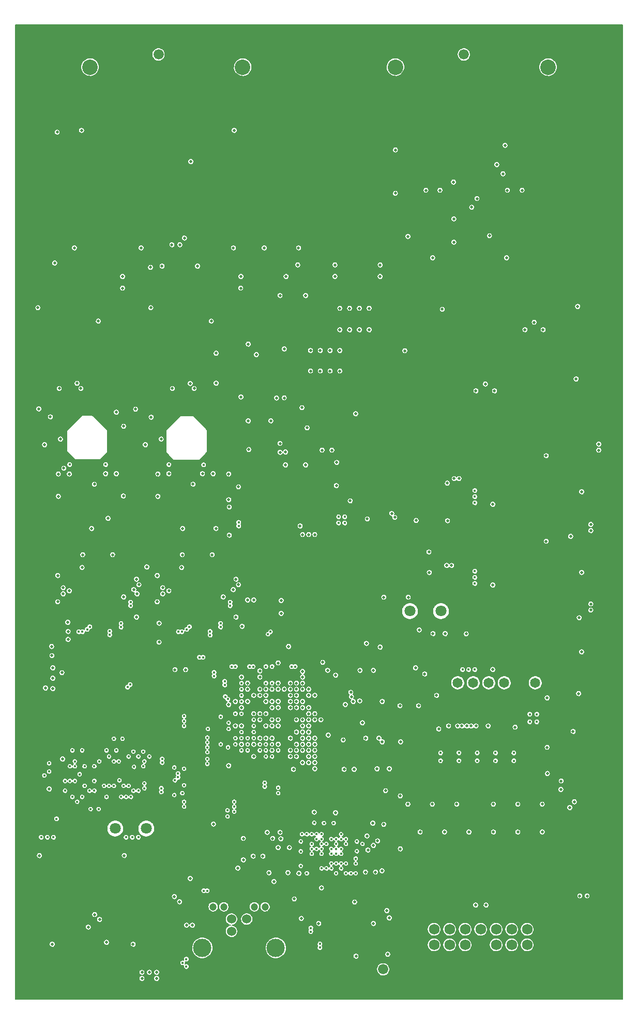
<source format=gbr>
G04 #@! TF.FileFunction,Copper,L5,Inr,Plane*
%FSLAX46Y46*%
G04 Gerber Fmt 4.6, Leading zero omitted, Abs format (unit mm)*
G04 Created by KiCad (PCBNEW 4.0.7) date 02/12/19 19:11:38*
%MOMM*%
%LPD*%
G01*
G04 APERTURE LIST*
%ADD10C,0.100000*%
%ADD11C,1.800000*%
%ADD12C,0.450000*%
%ADD13C,0.500000*%
%ADD14C,1.524000*%
%ADD15C,3.000000*%
%ADD16C,1.200000*%
%ADD17C,5.200000*%
%ADD18C,0.800000*%
%ADD19C,1.750000*%
%ADD20C,1.676400*%
%ADD21C,2.540000*%
%ADD22C,3.550000*%
%ADD23C,1.650000*%
%ADD24C,0.400000*%
%ADD25C,0.165000*%
G04 APERTURE END LIST*
D10*
D11*
X36630000Y-161680000D03*
X41710000Y-161680000D03*
D12*
X39139885Y-123854000D03*
X39699303Y-137500697D03*
X38000697Y-139199303D03*
X52150000Y-130850000D03*
X52153039Y-128658713D03*
X35717209Y-128599036D03*
X35717209Y-130791036D03*
X39139885Y-126046000D03*
X37570228Y-127330349D03*
X37570228Y-129522349D03*
X49604000Y-133673000D03*
X51796000Y-133673000D03*
X53870228Y-129522349D03*
X53870228Y-127330349D03*
X55439885Y-126046000D03*
X55439885Y-123854000D03*
X104500000Y-143000000D03*
X34350000Y-124450000D03*
X32550000Y-124450000D03*
X34350000Y-122650000D03*
X48850000Y-124450000D03*
X50650000Y-124450000D03*
X50650000Y-122650000D03*
X48850000Y-122650000D03*
X104500000Y-144225000D03*
X50111500Y-171850000D03*
X52688500Y-171850000D03*
X70150000Y-182138500D03*
X68650000Y-179538500D03*
X70150000Y-179561500D03*
X68650000Y-176961500D03*
D13*
X48300000Y-177500000D03*
X49250000Y-177500000D03*
D14*
X58150000Y-178490000D03*
X55650000Y-178490000D03*
X55650000Y-176490000D03*
X58150000Y-176490000D03*
D15*
X62920000Y-181200000D03*
X50880000Y-181200000D03*
D16*
X52650000Y-174490000D03*
X54400000Y-174490000D03*
X56900000Y-174490000D03*
X59400000Y-174490000D03*
X61150000Y-174490000D03*
D12*
X54950000Y-181900000D03*
X54950000Y-180900000D03*
X56550000Y-181900000D03*
X56550000Y-180900000D03*
X58550000Y-181900000D03*
X60150000Y-181900000D03*
X58550000Y-180900000D03*
X60150000Y-180900000D03*
X60150000Y-179850000D03*
D17*
X25500000Y-184400000D03*
D12*
X93500000Y-135675000D03*
X64000000Y-189000000D03*
X64000000Y-188100000D03*
X67000000Y-189000000D03*
X67000000Y-188000000D03*
X67500000Y-172300000D03*
D18*
X21500000Y-145900000D03*
X118500000Y-184900000D03*
X118500000Y-178900000D03*
D17*
X114500000Y-184400000D03*
D18*
X21500000Y-31900000D03*
X118500000Y-31900000D03*
X21500000Y-43900000D03*
X118500000Y-46900000D03*
X118500000Y-43900000D03*
X118500000Y-37900000D03*
X118500000Y-34900000D03*
D13*
X115800000Y-99800000D03*
X115800000Y-98800000D03*
X114500000Y-111950000D03*
X114500000Y-112950000D03*
X114500000Y-124950000D03*
X114500000Y-125950000D03*
D12*
X45900000Y-189000000D03*
X47650000Y-183650000D03*
D13*
X113900000Y-172700000D03*
X112700000Y-172700000D03*
D12*
X45900000Y-188000000D03*
D13*
X42200000Y-185200000D03*
X41000000Y-186200000D03*
X43400000Y-186200000D03*
X43400000Y-185200000D03*
D12*
X63300000Y-156650000D03*
X55000000Y-160600000D03*
X55000000Y-157650000D03*
X74200000Y-111700000D03*
X73200000Y-111700000D03*
X74200000Y-110700000D03*
X73200000Y-110700000D03*
X35050000Y-102150000D03*
X51100000Y-102200000D03*
X45400000Y-102165000D03*
X29150000Y-102150000D03*
X52800000Y-134300000D03*
X52800000Y-138600000D03*
X48648000Y-85940665D03*
X30122000Y-85940665D03*
X48300000Y-102900000D03*
X32077800Y-102925899D03*
X32550000Y-122650000D03*
X105650000Y-143000000D03*
X46900000Y-189000000D03*
X46900000Y-188000000D03*
D13*
X46300000Y-172800000D03*
X47150000Y-173650000D03*
X34050000Y-176550000D03*
D12*
X26500000Y-163100000D03*
X25500000Y-163100000D03*
X24500000Y-163100000D03*
X40400000Y-163100000D03*
X39400000Y-163100000D03*
X38400000Y-163100000D03*
X95500000Y-106400000D03*
X95500000Y-108400000D03*
X95500000Y-107400000D03*
X95500000Y-119600000D03*
X102000000Y-108400000D03*
X102000000Y-107400000D03*
X101000000Y-108400000D03*
X101000000Y-107400000D03*
X101000000Y-121600000D03*
X101000000Y-120600000D03*
X102000000Y-120600000D03*
X102000000Y-121600000D03*
X102000000Y-133700000D03*
X101000000Y-134700000D03*
X101000000Y-133700000D03*
X102000000Y-134700000D03*
X39400000Y-168600000D03*
X38400000Y-169600000D03*
X38400000Y-168600000D03*
X39400000Y-169600000D03*
X25500000Y-169600000D03*
X24500000Y-169600000D03*
X25500000Y-168600000D03*
X24500000Y-168600000D03*
X94500000Y-135675000D03*
X95500000Y-120600000D03*
X95500000Y-121600000D03*
X95500000Y-135675000D03*
X35900000Y-137700000D03*
X48250000Y-183050000D03*
X48250000Y-184250000D03*
X105650000Y-144225000D03*
X89900000Y-150600000D03*
X92900000Y-150600000D03*
X95900000Y-150600000D03*
X98900000Y-150600000D03*
X89900000Y-149300000D03*
X92900000Y-149300000D03*
X95900000Y-149300000D03*
X98900000Y-149300000D03*
D18*
X118500000Y-49900000D03*
X118500000Y-52900000D03*
X118500000Y-55900000D03*
X118500000Y-58900000D03*
X118500000Y-61900000D03*
X118500000Y-64900000D03*
X118500000Y-67900000D03*
X118500000Y-70900000D03*
X118500000Y-76900000D03*
X118500000Y-79900000D03*
X118500000Y-82900000D03*
X118500000Y-85900000D03*
X118500000Y-88900000D03*
X118500000Y-91900000D03*
X118500000Y-94900000D03*
X118500000Y-97900000D03*
X118500000Y-100900000D03*
X118500000Y-103900000D03*
X118500000Y-109900000D03*
X118500000Y-112900000D03*
X118500000Y-115900000D03*
X118500000Y-118900000D03*
X118500000Y-121900000D03*
X118500000Y-124900000D03*
X118500000Y-130900000D03*
X118500000Y-133900000D03*
X118500000Y-136900000D03*
X118500000Y-139900000D03*
X118500000Y-142900000D03*
X118500000Y-145900000D03*
X118500000Y-151900000D03*
X118500000Y-154900000D03*
X118500000Y-157900000D03*
X118500000Y-160900000D03*
X118500000Y-163900000D03*
X118500000Y-166900000D03*
X118500000Y-169900000D03*
X118500000Y-175900000D03*
X118500000Y-181900000D03*
X118500000Y-187900000D03*
X21500000Y-34900000D03*
X21500000Y-37900000D03*
X21500000Y-46900000D03*
X21500000Y-49900000D03*
X21500000Y-52900000D03*
X21500000Y-55900000D03*
X21500000Y-58900000D03*
X21500000Y-61900000D03*
X21500000Y-64900000D03*
X21500000Y-67900000D03*
X21500000Y-70900000D03*
X21500000Y-76900000D03*
X21500000Y-79900000D03*
X21500000Y-82900000D03*
X21500000Y-85900000D03*
X21500000Y-88900000D03*
X21500000Y-91900000D03*
X21500000Y-94900000D03*
X21500000Y-97900000D03*
X21500000Y-100900000D03*
X21500000Y-103900000D03*
X21500000Y-109900000D03*
X21500000Y-112900000D03*
X21500000Y-115900000D03*
X21500000Y-118900000D03*
X21500000Y-121900000D03*
X21500000Y-124900000D03*
X21500000Y-130900000D03*
X21500000Y-133900000D03*
X21500000Y-136900000D03*
X21500000Y-139900000D03*
X21500000Y-142900000D03*
X21500000Y-151900000D03*
X21500000Y-154900000D03*
X21500000Y-157900000D03*
X21500000Y-160900000D03*
X21500000Y-163900000D03*
X21500000Y-166900000D03*
X21500000Y-169900000D03*
X21500000Y-175500000D03*
X21500000Y-178900000D03*
X21500000Y-181900000D03*
X21500000Y-184900000D03*
D12*
X61300000Y-153150000D03*
X49800000Y-157300000D03*
X49800000Y-150500000D03*
X49800000Y-145650000D03*
X49800000Y-144100000D03*
X61300000Y-155750000D03*
X44500000Y-156650000D03*
X44400000Y-154100000D03*
X46900000Y-154400000D03*
X46900000Y-151700000D03*
X44400000Y-151900000D03*
D17*
X97800000Y-40400000D03*
D13*
X33250000Y-175750000D03*
X41000000Y-185200000D03*
D17*
X42200000Y-40400000D03*
D12*
X44400000Y-149300000D03*
D18*
X21500000Y-187900000D03*
D12*
X101900000Y-149300000D03*
X101900000Y-150600000D03*
D19*
X104074000Y-178160000D03*
X104074000Y-180700000D03*
X101534000Y-178160000D03*
X101534000Y-180700000D03*
X98994000Y-178160000D03*
X98994000Y-180700000D03*
X96454000Y-178160000D03*
X96454000Y-180700000D03*
X93914000Y-178160000D03*
X93914000Y-180700000D03*
X91374000Y-178160000D03*
X91374000Y-180700000D03*
X88834000Y-178160000D03*
X88834000Y-180700000D03*
D20*
X46289250Y-35092400D03*
X43710750Y-35092400D03*
X96289250Y-35092400D03*
X93710750Y-35092400D03*
X77907750Y-184707600D03*
X80486250Y-184707600D03*
D21*
X107496000Y-37146000D03*
D22*
X104198000Y-33848000D03*
X110798000Y-33848000D03*
X104198000Y-40448000D03*
X110798000Y-40448000D03*
D21*
X82496000Y-37146000D03*
D22*
X79198000Y-33848000D03*
X85798000Y-33848000D03*
X79198000Y-40448000D03*
X85798000Y-40448000D03*
D21*
X57496000Y-37146000D03*
D22*
X54198000Y-33848000D03*
X60798000Y-33848000D03*
X54198000Y-40448000D03*
X60798000Y-40448000D03*
D21*
X32496000Y-37146000D03*
D22*
X29198000Y-33848000D03*
X35798000Y-33848000D03*
X29198000Y-40448000D03*
X35798000Y-40448000D03*
D23*
X92700000Y-137850000D03*
X95240000Y-137850000D03*
X97780000Y-137850000D03*
X100320000Y-137850000D03*
X102860000Y-137850000D03*
X105400000Y-137850000D03*
D11*
X84890000Y-126120000D03*
X89970000Y-126120000D03*
D13*
X62100000Y-47500000D03*
X37100000Y-47500000D03*
X112850000Y-141887000D03*
X111850000Y-77250000D03*
X80300000Y-180000000D03*
X40100000Y-128600000D03*
X56400000Y-128600000D03*
X31900000Y-130550000D03*
X27200000Y-126100000D03*
X29100000Y-123800000D03*
X27200000Y-118800000D03*
X29800000Y-116900000D03*
X40100000Y-119400000D03*
X37713234Y-116903822D03*
X45400000Y-128100000D03*
X43500000Y-118800000D03*
X46100000Y-116900000D03*
X41800000Y-115700000D03*
X43500000Y-126100000D03*
X45400000Y-123800000D03*
X56400000Y-119400000D03*
X54013234Y-116903822D03*
X39400000Y-98200000D03*
X64900000Y-169650000D03*
X105900000Y-90200000D03*
X75800000Y-178100000D03*
X111600000Y-153900000D03*
X68100000Y-175400000D03*
X69700000Y-175400000D03*
X76650000Y-112550000D03*
X64300000Y-144900000D03*
X65300000Y-144900000D03*
X107650000Y-178550000D03*
X107650000Y-180250000D03*
X59200000Y-163300000D03*
X23500000Y-158400000D03*
X23500000Y-160100000D03*
X109136000Y-43614000D03*
X95450000Y-86850000D03*
X101800000Y-77700000D03*
X85000000Y-48450000D03*
X104150000Y-48450000D03*
X25730000Y-45470000D03*
X50730000Y-45530000D03*
X44100000Y-48500000D03*
X46400000Y-48500000D03*
X65000000Y-47900000D03*
X67200000Y-48500000D03*
X39500000Y-47900000D03*
X41700000Y-48500000D03*
X43528100Y-69700000D03*
X47184100Y-69700000D03*
X88800000Y-175900000D03*
X85200000Y-180300000D03*
X85200000Y-178500000D03*
X99400000Y-184300000D03*
X101100000Y-184300000D03*
X91800000Y-184300000D03*
X93500000Y-184300000D03*
X100400000Y-173500000D03*
X92800000Y-173500000D03*
X84061244Y-43592814D03*
X95650000Y-172800000D03*
X97350000Y-172800000D03*
X113300000Y-157300000D03*
X104450000Y-157700000D03*
X108450000Y-157700000D03*
X100450000Y-157700000D03*
X90450000Y-157700000D03*
X94450000Y-157700000D03*
X86450000Y-157700000D03*
X96200000Y-152500000D03*
X96202948Y-147300000D03*
X44400000Y-177950000D03*
X105600000Y-88500000D03*
X54050000Y-81700000D03*
X54050000Y-91100000D03*
X82600000Y-109000000D03*
X73150000Y-90300000D03*
X66350000Y-90600000D03*
X61250000Y-97950000D03*
X64350000Y-95000000D03*
X29100000Y-104700000D03*
X35050000Y-104700000D03*
X50900000Y-104700000D03*
X45400000Y-104700000D03*
X24850000Y-137100000D03*
X79788519Y-148911481D03*
X25050000Y-90700000D03*
X60100000Y-105800000D03*
X56900000Y-102600000D03*
X69450000Y-102500000D03*
X60900000Y-96250000D03*
X68050000Y-97650000D03*
X63600000Y-112000000D03*
X24850000Y-135400000D03*
X45950000Y-114100000D03*
X34400000Y-114100000D03*
X52650000Y-105150000D03*
X43600000Y-105150000D03*
X31650000Y-112700000D03*
D24*
X67000000Y-164600000D03*
D13*
X78800000Y-159600000D03*
X66900000Y-79500000D03*
X70000000Y-79800000D03*
X99400000Y-64750000D03*
X27300000Y-105150000D03*
X69250000Y-153600000D03*
X52988512Y-150911488D03*
D24*
X36800000Y-156500000D03*
D13*
X62100000Y-100150000D03*
X63750000Y-77800000D03*
X63600000Y-76100000D03*
X63600000Y-72900000D03*
X67800000Y-72900000D03*
X72700000Y-45500000D03*
X48775000Y-45500000D03*
X42450000Y-78000000D03*
X52350000Y-77200000D03*
X33850000Y-77200000D03*
X23950000Y-78000000D03*
X75450000Y-102750000D03*
X80550000Y-102750000D03*
X82750000Y-102750000D03*
X87850000Y-102750000D03*
X74360000Y-105600000D03*
X72840000Y-108830000D03*
X76350000Y-111050000D03*
X84100000Y-111350000D03*
X79100000Y-123850000D03*
X83100000Y-123850000D03*
X95716000Y-93367000D03*
X98688000Y-93367000D03*
X107350000Y-151400000D03*
X113550000Y-169950000D03*
X92450000Y-162250000D03*
X112750000Y-159800000D03*
X80750000Y-165000000D03*
X82800000Y-168600000D03*
D24*
X27900000Y-152700000D03*
D13*
X62200000Y-124400000D03*
X62200000Y-126500000D03*
X55300000Y-110100000D03*
X53950000Y-110400000D03*
X41850000Y-112400000D03*
X38800000Y-112900000D03*
X35450000Y-112450000D03*
X88050000Y-121400000D03*
X87990358Y-114846924D03*
X36800000Y-105150000D03*
X46400000Y-137100000D03*
X48150000Y-137100000D03*
X94100000Y-131450000D03*
X32650000Y-142400000D03*
X36750000Y-142400000D03*
X32075000Y-138400000D03*
X27900000Y-134800000D03*
X108350000Y-146700000D03*
X103150000Y-145700000D03*
X88850000Y-145700000D03*
X88850000Y-154100000D03*
X103150000Y-154100000D03*
X101700000Y-152500000D03*
D24*
X28100000Y-148900000D03*
X38200000Y-148900000D03*
D13*
X81500000Y-153500000D03*
X72800000Y-146400000D03*
X64400000Y-154200000D03*
X65800000Y-153500000D03*
X75750000Y-153400000D03*
X67600000Y-159000000D03*
X71150000Y-153500000D03*
X86250000Y-138800000D03*
X83250000Y-138800000D03*
X76650000Y-139400000D03*
X80350000Y-139300000D03*
X79500000Y-153500000D03*
X80350000Y-150300000D03*
X83350000Y-150300000D03*
X72700000Y-138000000D03*
X78850000Y-134400000D03*
X76700000Y-134400000D03*
X74250000Y-159100000D03*
X63300000Y-166300000D03*
X65100000Y-166300000D03*
X64900000Y-170400000D03*
X66700000Y-170300000D03*
X80600000Y-159400000D03*
X78000000Y-166700000D03*
X78400000Y-171050000D03*
X76800000Y-171050000D03*
X74100000Y-153400000D03*
X73950000Y-148600000D03*
X77650000Y-148900000D03*
D24*
X32800000Y-148900000D03*
X28000000Y-156500000D03*
X32700000Y-156500000D03*
D13*
X62600000Y-167400000D03*
X61000000Y-167400000D03*
X81100000Y-173100000D03*
D24*
X38100000Y-153800000D03*
D13*
X24200000Y-155200000D03*
X23600000Y-150200000D03*
X48750000Y-112700000D03*
X49450000Y-67193100D03*
X72800000Y-141250000D03*
X72800000Y-143300000D03*
X69200000Y-134500000D03*
X61500000Y-160650000D03*
X65200000Y-160750000D03*
X78900000Y-167450000D03*
D24*
X74400000Y-168200000D03*
D13*
X91552200Y-83902200D03*
X82552200Y-82802200D03*
X69300000Y-138900000D03*
X59300000Y-137900000D03*
X63300000Y-136900000D03*
X58300000Y-141900000D03*
X61300000Y-141900000D03*
X54200000Y-160950000D03*
X64300000Y-140900000D03*
X58300000Y-144900000D03*
D24*
X28800000Y-156500000D03*
D13*
X88450000Y-162250000D03*
X96450000Y-162250000D03*
X110350000Y-128600000D03*
X30500000Y-177950000D03*
X110350000Y-102400000D03*
X110350000Y-115600000D03*
D24*
X36000000Y-148900000D03*
X32000000Y-156500000D03*
X32000000Y-148900000D03*
X38800000Y-149100000D03*
X38800000Y-155500000D03*
X34000000Y-149900000D03*
X38000000Y-150700000D03*
X40400000Y-151500000D03*
X40000000Y-156500000D03*
X40800000Y-156500000D03*
X30400000Y-156500000D03*
X38000000Y-155500000D03*
X38000000Y-149900000D03*
X30400000Y-148900000D03*
X28800000Y-148900000D03*
X32400000Y-150700000D03*
X38800000Y-150700000D03*
X40400000Y-149100000D03*
X34800000Y-155500000D03*
X35600000Y-155500000D03*
X36000000Y-156500000D03*
D13*
X63300000Y-145900000D03*
X66300000Y-142900000D03*
X64300000Y-143900000D03*
X65300000Y-145900000D03*
D24*
X74000000Y-160800000D03*
D13*
X63600000Y-160750000D03*
X75200000Y-171800000D03*
D24*
X72800000Y-168200000D03*
D13*
X73600000Y-171800000D03*
D24*
X74400000Y-162600000D03*
X71600000Y-160800000D03*
X72800000Y-162600000D03*
X76200000Y-161400000D03*
X74800000Y-160800000D03*
X71200000Y-166600000D03*
X70400000Y-166600000D03*
X74400000Y-165800000D03*
D13*
X72000000Y-171800000D03*
D24*
X67600000Y-160750000D03*
X76200000Y-164600000D03*
D13*
X62300000Y-145900000D03*
X65300000Y-147900000D03*
D24*
X76000000Y-169800000D03*
X70400000Y-169000000D03*
X69600000Y-169000000D03*
X68800000Y-169000000D03*
D13*
X31000000Y-91243000D03*
X100460000Y-162250000D03*
X45800000Y-67200000D03*
X37450000Y-74803000D03*
X37450000Y-69900000D03*
X82550000Y-67976000D03*
X82550000Y-72924000D03*
X75050000Y-72874000D03*
X75050000Y-67976000D03*
X54648000Y-69900000D03*
X54645000Y-74824000D03*
X27450000Y-91243000D03*
X49550000Y-91250000D03*
X46000000Y-91243000D03*
X86050000Y-64850000D03*
X90176200Y-75257200D03*
X106688000Y-83367000D03*
X103716000Y-83367000D03*
X104762000Y-57300000D03*
X91300000Y-57300000D03*
X92656900Y-58653900D03*
X94980900Y-56149100D03*
X100696000Y-66185000D03*
X88600000Y-66193000D03*
X44500000Y-109595204D03*
X28174000Y-109624000D03*
X84040200Y-85064200D03*
X108450000Y-162250000D03*
X26502500Y-84367500D03*
X49133000Y-83750000D03*
X30607000Y-83750000D03*
X55897000Y-59933000D03*
X30099000Y-59950000D03*
X72286000Y-48500000D03*
X70127000Y-48500000D03*
X100200000Y-152500000D03*
X97200000Y-152500000D03*
X94702948Y-152500000D03*
X91700000Y-152500000D03*
X90200000Y-152500000D03*
X91700000Y-147300000D03*
X94700000Y-147300000D03*
X97202948Y-147300000D03*
X100202948Y-147300000D03*
X80000000Y-129200000D03*
X77750000Y-129800000D03*
X104450000Y-162250000D03*
X91001064Y-108002574D03*
X45155500Y-84367500D03*
X88650000Y-131400000D03*
X86400000Y-132000000D03*
X73500000Y-92000000D03*
X70050000Y-93250000D03*
X77850000Y-161400000D03*
X56300000Y-149900000D03*
X70300000Y-148900000D03*
X67300000Y-149900000D03*
X71300000Y-151900000D03*
X71550000Y-141400000D03*
X67300000Y-139900000D03*
X56300000Y-139900000D03*
X65800000Y-135800000D03*
X55300000Y-135900000D03*
X67300000Y-142900000D03*
X63300000Y-142900000D03*
X69300000Y-144900000D03*
X66300000Y-146900000D03*
X64300000Y-142900000D03*
X61300000Y-143900000D03*
X62300000Y-142900000D03*
X66300000Y-144900000D03*
X64300000Y-145900000D03*
X59300000Y-148900000D03*
X64300000Y-150900000D03*
X60800000Y-152000000D03*
X55300000Y-146903200D03*
X64300000Y-141900000D03*
X63300000Y-146900000D03*
X23650000Y-142150000D03*
X55100000Y-167700000D03*
X77800000Y-178650000D03*
X35200000Y-180300000D03*
X78900000Y-177200000D03*
X81100000Y-175100000D03*
X38100000Y-166100000D03*
D24*
X67000000Y-165415500D03*
D13*
X63600000Y-162300000D03*
X61500000Y-162300000D03*
X77850000Y-162900000D03*
X72700000Y-159100000D03*
D24*
X67200000Y-162600000D03*
X73600000Y-168200000D03*
X70800000Y-160800000D03*
X72400000Y-160800000D03*
X68800000Y-165800000D03*
X76200000Y-163800000D03*
X68000000Y-169000000D03*
D13*
X39550000Y-180600000D03*
X69939272Y-177200616D03*
X67300000Y-136900000D03*
X71400000Y-135800000D03*
X69300000Y-139900000D03*
X81250000Y-182250000D03*
X26400000Y-137100000D03*
X26400000Y-135400000D03*
X107350000Y-148400000D03*
X53100000Y-112600000D03*
X55300000Y-113700000D03*
X27900000Y-136200000D03*
X80000000Y-132000000D03*
X77750000Y-131400000D03*
X70600000Y-134500000D03*
X72715500Y-136600000D03*
X78900000Y-135800000D03*
X76700000Y-135800000D03*
X113000000Y-106600000D03*
X98450000Y-108650000D03*
X26400000Y-138800000D03*
X59730000Y-84185000D03*
X67200000Y-92850000D03*
X27300000Y-103700000D03*
X43600000Y-103700000D03*
X27650000Y-98000000D03*
X44150000Y-98000000D03*
X39950000Y-93100000D03*
X68050000Y-96150000D03*
X100850000Y-57300000D03*
X87500000Y-57300000D03*
X45400000Y-103650000D03*
X29100000Y-103700000D03*
X28200000Y-102750000D03*
X37950000Y-107300000D03*
X67800000Y-74500000D03*
X52350000Y-78700000D03*
X33850000Y-78700000D03*
X33208000Y-105375000D03*
X49364771Y-105366229D03*
X66637188Y-66718812D03*
X55969188Y-66718812D03*
X40856188Y-66718812D03*
X29934188Y-66718812D03*
X31000000Y-89719000D03*
X49550000Y-89719000D03*
X90176200Y-76762200D03*
X105227000Y-78890000D03*
X106688000Y-80097000D03*
X103716000Y-80097000D03*
X103250000Y-57300000D03*
X92011000Y-55950000D03*
X100113000Y-54600000D03*
X89800000Y-57300000D03*
X100704000Y-68343000D03*
X64300000Y-91250000D03*
X36800000Y-103650000D03*
X35050000Y-103650000D03*
X52650000Y-103650000D03*
X26000000Y-94350000D03*
X42500000Y-94400000D03*
X45982000Y-89719000D03*
X50900000Y-103650000D03*
X63600000Y-74500000D03*
X42450000Y-76500000D03*
X23950000Y-76500000D03*
X27450000Y-89719000D03*
X97917000Y-64735000D03*
X84550000Y-64850000D03*
X98724309Y-90090309D03*
X95679691Y-90090309D03*
X97227000Y-88974000D03*
X88600000Y-68344000D03*
X84040200Y-83540200D03*
X37822000Y-71400000D03*
X57200000Y-71400000D03*
X72600000Y-71400000D03*
X80000000Y-71400000D03*
X64600000Y-71400000D03*
X37822000Y-73300000D03*
X57164000Y-73300000D03*
X72600000Y-69500000D03*
X80000000Y-69500000D03*
X66500000Y-69500000D03*
X53150000Y-83950000D03*
X48900000Y-88900000D03*
X47500000Y-119000000D03*
X43600000Y-107350000D03*
X31200000Y-119000000D03*
X27300000Y-107350000D03*
X95650000Y-174200000D03*
X97350000Y-174200000D03*
X53150000Y-88850000D03*
X30372000Y-88872000D03*
X111050000Y-158250000D03*
X111800000Y-157300000D03*
X106550000Y-157700000D03*
X98550000Y-157700000D03*
X102550000Y-157700000D03*
X92550000Y-157700000D03*
X88550000Y-157700000D03*
X84550000Y-157698000D03*
X86550000Y-162250000D03*
X94550000Y-162250000D03*
X106550000Y-162250000D03*
X102550000Y-162250000D03*
X98560000Y-162250000D03*
X90550000Y-162250000D03*
D12*
X51111500Y-171850000D03*
D13*
X61018812Y-66718812D03*
X47200000Y-66200000D03*
X26700000Y-69200000D03*
X42400000Y-69900000D03*
X89250000Y-139900000D03*
X78200000Y-76600000D03*
X76600000Y-76600000D03*
D12*
X51688500Y-171850000D03*
D13*
X47950000Y-65100000D03*
X73400000Y-83500000D03*
X50100000Y-69700000D03*
X70200000Y-83500000D03*
X71800000Y-83500000D03*
X45900000Y-66200000D03*
X44290100Y-69700000D03*
X68600000Y-83500000D03*
D24*
X72800000Y-164200000D03*
D13*
X69300000Y-147900000D03*
X92075000Y-65786000D03*
X92075000Y-61976000D03*
X63035000Y-91265000D03*
X64500000Y-102200000D03*
X64500000Y-100100000D03*
X64300000Y-83250000D03*
X67300000Y-136000000D03*
X66300000Y-137900000D03*
X68300000Y-113600000D03*
X68300000Y-138900000D03*
X69300000Y-113600000D03*
X68300000Y-139900000D03*
X69300000Y-148900000D03*
D24*
X70400000Y-164200000D03*
X71200000Y-164200000D03*
D13*
X67300000Y-147900000D03*
X99100000Y-53100000D03*
X95864900Y-58653900D03*
X56100000Y-47500000D03*
X31100000Y-47500000D03*
X55200000Y-151400000D03*
X62300000Y-143900000D03*
X60300000Y-135900000D03*
X55200000Y-141400000D03*
X60300000Y-143900000D03*
X60300000Y-142900000D03*
X61300000Y-139900000D03*
X61300000Y-144900000D03*
X65300000Y-141900000D03*
X63300000Y-144900000D03*
X62300000Y-148900000D03*
X57300000Y-147900000D03*
X57300000Y-136900000D03*
X65300000Y-137900000D03*
X58300000Y-140900000D03*
X59300000Y-149900000D03*
X56300000Y-144900000D03*
X57400000Y-128600000D03*
X40100000Y-127100000D03*
X56400000Y-127100000D03*
X90650000Y-129800000D03*
X27200000Y-124600000D03*
X28900000Y-130750000D03*
X28900000Y-129450000D03*
X43800000Y-128100000D03*
X43500000Y-124600000D03*
X56700000Y-168150000D03*
X65140500Y-164800000D03*
X57600000Y-163300000D03*
X86400000Y-129200000D03*
X88650000Y-129800000D03*
X78800000Y-160800000D03*
X67100000Y-176400000D03*
X63800000Y-124400000D03*
X63800000Y-126500000D03*
X46400000Y-135700000D03*
X48150000Y-135700000D03*
X94100000Y-129850000D03*
X81500000Y-151900000D03*
X75750000Y-152000000D03*
X69200000Y-159000000D03*
X79500000Y-151900000D03*
X78000000Y-165200000D03*
X60800000Y-166200000D03*
X63300000Y-164800000D03*
X64900000Y-168900000D03*
X66700000Y-169000000D03*
X80600000Y-161000000D03*
X74100000Y-152000000D03*
X83300000Y-156350000D03*
X77600000Y-168800000D03*
X79250000Y-168800000D03*
X52700000Y-160950000D03*
X113000000Y-119800000D03*
X98450000Y-121850000D03*
D24*
X66995688Y-163794783D03*
X73600000Y-165800000D03*
D13*
X78900000Y-164450000D03*
D24*
X73600000Y-163400000D03*
X69200000Y-160750000D03*
X76200000Y-165400000D03*
X76000000Y-169000000D03*
X67000000Y-167800000D03*
D13*
X26250000Y-133400000D03*
X61300000Y-140900000D03*
X62300000Y-140900000D03*
X32750000Y-112600000D03*
X35455500Y-110950000D03*
X47650000Y-112600000D03*
X63300000Y-143900000D03*
X62300000Y-146900000D03*
X63300000Y-140900000D03*
X65300000Y-146900000D03*
X60300000Y-146900000D03*
X86300000Y-141600000D03*
X83250000Y-141600000D03*
X76650000Y-140800000D03*
X80350000Y-140900000D03*
X80350000Y-147500000D03*
X83350000Y-147500000D03*
X73950000Y-147200000D03*
X79800000Y-146900000D03*
X77650000Y-146900000D03*
X66300000Y-143900000D03*
X98450000Y-135675000D03*
X113000000Y-132800000D03*
X66300000Y-145900000D03*
X63300000Y-141900000D03*
X61300000Y-146900000D03*
X71500000Y-146400000D03*
X68300000Y-147900000D03*
X70300000Y-143900000D03*
X69300000Y-150900000D03*
X65800000Y-152000000D03*
X65300000Y-148900000D03*
D24*
X39200000Y-156500000D03*
X38400000Y-156500000D03*
X37600000Y-156500000D03*
D13*
X25800000Y-155200000D03*
D24*
X36400000Y-154700000D03*
D13*
X24200000Y-166100000D03*
D24*
X29600000Y-156500000D03*
D13*
X26300000Y-180600000D03*
D24*
X36800000Y-148900000D03*
X34000000Y-150700000D03*
X41200000Y-149100000D03*
X41400000Y-155100000D03*
X40400000Y-149900000D03*
X31200000Y-156500000D03*
X29600000Y-148900000D03*
X31200000Y-148900000D03*
X38800000Y-149900000D03*
X39600000Y-149100000D03*
X35600000Y-149900000D03*
X35200000Y-156500000D03*
X33200000Y-155500000D03*
D13*
X83300000Y-165000000D03*
D24*
X72000000Y-168200000D03*
D13*
X80300000Y-168600000D03*
D24*
X71200000Y-168200000D03*
D12*
X68650000Y-178538500D03*
X68650000Y-177961500D03*
D13*
X41550000Y-98900000D03*
X57200000Y-91100000D03*
X58400000Y-82450000D03*
X63600000Y-98700000D03*
X62100000Y-95000000D03*
X25050000Y-98900000D03*
X58400000Y-95000000D03*
X87300000Y-136400000D03*
X65300000Y-139900000D03*
X65300000Y-138900000D03*
X65300000Y-140900000D03*
X75100000Y-108090000D03*
X85900000Y-111300000D03*
X49000000Y-52600000D03*
X75000000Y-76600000D03*
X73400000Y-76600000D03*
X27112000Y-47793000D03*
X70500000Y-99800000D03*
X60300000Y-139900000D03*
X72100000Y-99800000D03*
X65000000Y-131900000D03*
D12*
X50404000Y-133673000D03*
X57300000Y-138900000D03*
X50996000Y-133673000D03*
X57300000Y-137900000D03*
X66096000Y-135200000D03*
X56850000Y-111604000D03*
X56850000Y-112196000D03*
X65504000Y-135200000D03*
D13*
X75600000Y-140900000D03*
X68300000Y-141900000D03*
X66300000Y-141900000D03*
X75300000Y-140100000D03*
X78200000Y-80100000D03*
X76600000Y-80100000D03*
X67300000Y-140900000D03*
X75200000Y-139400000D03*
X62300000Y-144900000D03*
X63750000Y-163350000D03*
D24*
X76000000Y-166600000D03*
D13*
X61300000Y-142900000D03*
X62400000Y-163300000D03*
D24*
X74400000Y-167397990D03*
X51700000Y-146800000D03*
X61300000Y-147900000D03*
X51700000Y-147600000D03*
X58300000Y-147900000D03*
X51800000Y-145400000D03*
X62300000Y-147900000D03*
X55000000Y-158700000D03*
X63300000Y-155000000D03*
X51700000Y-148400000D03*
X61300000Y-148900000D03*
X51700000Y-151100000D03*
X63300000Y-148900000D03*
X51700000Y-149200000D03*
X61300000Y-149900000D03*
X55000000Y-159700000D03*
X63300000Y-155900000D03*
D12*
X46900000Y-152704000D03*
X61100000Y-154222157D03*
X46900000Y-153296000D03*
X61100000Y-154814157D03*
D13*
X59300000Y-147900000D03*
X28000000Y-150300000D03*
D12*
X27000000Y-160100000D03*
X44300000Y-150896000D03*
D24*
X57300000Y-146900000D03*
D12*
X44300000Y-150304000D03*
D24*
X57300000Y-145900000D03*
D12*
X44170000Y-155696000D03*
D24*
X57300000Y-148900000D03*
D12*
X44170000Y-155104000D03*
D24*
X58300000Y-148900000D03*
X51700000Y-150300000D03*
X62300000Y-149900000D03*
D13*
X55950000Y-122600000D03*
X39650000Y-122600000D03*
X56800000Y-121800000D03*
X40500000Y-121800000D03*
D24*
X74400000Y-163400000D03*
D13*
X68300000Y-146900000D03*
X67300000Y-144900000D03*
D24*
X72800000Y-165000000D03*
X77100000Y-164200000D03*
D13*
X68300000Y-143900000D03*
D24*
X72800000Y-165800000D03*
D13*
X69300000Y-143900000D03*
X68300000Y-149900000D03*
D24*
X70411500Y-163400000D03*
D13*
X93400000Y-144900000D03*
X74300000Y-141400000D03*
D24*
X74400000Y-164200000D03*
D13*
X67300000Y-146900000D03*
D24*
X73600000Y-165000000D03*
D13*
X68300000Y-144900000D03*
X67300000Y-145900000D03*
D24*
X72000000Y-165800000D03*
D13*
X77100000Y-144400000D03*
X69300000Y-142900000D03*
X66300000Y-147900000D03*
D24*
X73600000Y-162600000D03*
D13*
X68300000Y-145900000D03*
D24*
X72000000Y-165000000D03*
X69600000Y-165000000D03*
D13*
X67300000Y-150900000D03*
X66300000Y-140900000D03*
X94200000Y-144900000D03*
X95700000Y-144900000D03*
X66300000Y-138900000D03*
X97700000Y-144900000D03*
X67300000Y-137900000D03*
D24*
X70400000Y-165000000D03*
D13*
X66300000Y-149900000D03*
X69300000Y-151900000D03*
D24*
X69600000Y-162600000D03*
X68800000Y-162600000D03*
D13*
X68300000Y-148900000D03*
X67300000Y-148900000D03*
D24*
X68000000Y-162600000D03*
D13*
X59300000Y-142900000D03*
X109600000Y-155300000D03*
X67300000Y-113600000D03*
X67300000Y-138900000D03*
X65300000Y-149900000D03*
D24*
X69600000Y-163400000D03*
D13*
X68300000Y-150900000D03*
D24*
X68800000Y-164200000D03*
D13*
X94900000Y-144900000D03*
X66300000Y-139900000D03*
X107400000Y-152700000D03*
X61300000Y-138900000D03*
X109650000Y-153900000D03*
X63300000Y-137900000D03*
X63300000Y-134600000D03*
X69300000Y-146900000D03*
D24*
X72800000Y-163400000D03*
D13*
X66300000Y-148900000D03*
D24*
X68800000Y-165000000D03*
D13*
X67300000Y-143900000D03*
D24*
X70400000Y-165800000D03*
D13*
X67300000Y-141900000D03*
X92700000Y-144900000D03*
X63300000Y-147900000D03*
D24*
X73600000Y-167397990D03*
D13*
X91200000Y-144900000D03*
X68300000Y-142900000D03*
D24*
X59300000Y-145900000D03*
X37300000Y-153800000D03*
X59300000Y-144900000D03*
X37200000Y-150700000D03*
X56300000Y-147900000D03*
X38800000Y-154700000D03*
X59300000Y-143900000D03*
X37800000Y-147000000D03*
X55100000Y-148400000D03*
X39700000Y-151600000D03*
X60300000Y-148900000D03*
X39600000Y-155500000D03*
X55200000Y-145400000D03*
X38000000Y-154700000D03*
X58300000Y-146900000D03*
X41400000Y-150700000D03*
D13*
X57300000Y-144900000D03*
D24*
X72000000Y-167400000D03*
X55200000Y-144400000D03*
X35600000Y-154700000D03*
X57300000Y-142900000D03*
X36400000Y-147000000D03*
X60300000Y-147900000D03*
X40400000Y-155500000D03*
X53900000Y-143400000D03*
X34800000Y-154700000D03*
D12*
X56300000Y-142900000D03*
D24*
X36400000Y-150700000D03*
X56300000Y-146903200D03*
X42200000Y-149900000D03*
X59300000Y-146900000D03*
X41400000Y-154300000D03*
X53900000Y-147900000D03*
X41200000Y-151500000D03*
D12*
X70150000Y-181138500D03*
X70150000Y-180561500D03*
D13*
X112350000Y-76300000D03*
X112500000Y-139600000D03*
X72900000Y-101800000D03*
X112100000Y-88150000D03*
X69300000Y-149900000D03*
D24*
X70400000Y-162600000D03*
D13*
X59300000Y-139900000D03*
X73400000Y-86850000D03*
X60300000Y-136900000D03*
X75000000Y-80100000D03*
X73400000Y-80100000D03*
X60300000Y-138900000D03*
X58300000Y-137900000D03*
X70200000Y-86850000D03*
X58300000Y-138900000D03*
X71800000Y-86850000D03*
X56300000Y-140900000D03*
X68600000Y-86850000D03*
X59300000Y-124300000D03*
X58500000Y-99700000D03*
X62300000Y-141900000D03*
X80900000Y-155500000D03*
D24*
X76000000Y-167400000D03*
D13*
X63300000Y-138900000D03*
X89600000Y-145400000D03*
X102100000Y-145100000D03*
X62300000Y-138900000D03*
D12*
X39059303Y-138140697D03*
X31246000Y-129500000D03*
X38640697Y-138559303D03*
X30654000Y-129500000D03*
X32459303Y-128690697D03*
X54640697Y-140100697D03*
X55059303Y-140519303D03*
X32040697Y-129109303D03*
X57300000Y-139900000D03*
X35717209Y-129991036D03*
X57300000Y-140900000D03*
X35717209Y-129399036D03*
X54550000Y-138196000D03*
X37570228Y-128722349D03*
X54550000Y-137604000D03*
X37570228Y-128130349D03*
X52800000Y-136746000D03*
X39139885Y-125246000D03*
X52800000Y-136154000D03*
X39139885Y-124654000D03*
X46954000Y-129500000D03*
X55704000Y-135200000D03*
X47546000Y-129500000D03*
X56296000Y-135200000D03*
X62300000Y-137900000D03*
X52153039Y-129458713D03*
X61300000Y-137900000D03*
X52153039Y-130050713D03*
X48759303Y-128690697D03*
X59196000Y-135200000D03*
X58604000Y-135200000D03*
X48340697Y-129109303D03*
X53870228Y-128722349D03*
X61300000Y-135200000D03*
X53870228Y-128130349D03*
X62300000Y-135200000D03*
D13*
X29100000Y-122800000D03*
X27200000Y-120300000D03*
X31300000Y-116900000D03*
X40100000Y-120900000D03*
X36200000Y-116900000D03*
X43500000Y-120300000D03*
X47600000Y-116900000D03*
X52500000Y-116900000D03*
X45400000Y-122800000D03*
X56400000Y-120900000D03*
X88050000Y-119800000D03*
X87990358Y-116446924D03*
X91700000Y-118650000D03*
X90900000Y-118650000D03*
D24*
X30800000Y-152800000D03*
X25800000Y-151000000D03*
X25000000Y-153000000D03*
X25800000Y-152350000D03*
X32400000Y-155500000D03*
X35192500Y-148900000D03*
D13*
X100450000Y-49950000D03*
X94996000Y-60071000D03*
X82500000Y-57800000D03*
X82500000Y-50700000D03*
D24*
X47900000Y-143300000D03*
X30000000Y-150700000D03*
X47900000Y-144900000D03*
X31600000Y-151500000D03*
X47900000Y-151900000D03*
X30000000Y-151500000D03*
X46400000Y-153800000D03*
X30000000Y-153900000D03*
X47900000Y-154600000D03*
X33200000Y-153900000D03*
X46300000Y-156200000D03*
X29200000Y-153900000D03*
X47900000Y-157300000D03*
X28400000Y-155500000D03*
X56100000Y-158100000D03*
X33900000Y-158500000D03*
X56100000Y-158900000D03*
X32600000Y-158500000D03*
X47900000Y-158100000D03*
X30400000Y-157300000D03*
X56100000Y-157300000D03*
X31600000Y-154700000D03*
X47900000Y-144100000D03*
X33200000Y-151500000D03*
D13*
X66900000Y-112200000D03*
X67800000Y-102200000D03*
X63600000Y-100150000D03*
X77900000Y-111050000D03*
X91001064Y-105202574D03*
X91032608Y-111333470D03*
X92925000Y-104450000D03*
X92125000Y-104450000D03*
X80600000Y-123850000D03*
X84600000Y-123850000D03*
X82400000Y-110800000D03*
D12*
X55439885Y-124654000D03*
D24*
X62059303Y-129490697D03*
D12*
X55439885Y-125246000D03*
D24*
X61640697Y-129909303D03*
D13*
X81900000Y-110150000D03*
X76000000Y-93850000D03*
X111200000Y-113900000D03*
X112600000Y-127200000D03*
X107200000Y-100700000D03*
X107200000Y-114700000D03*
X32200000Y-177800000D03*
X62600000Y-170350000D03*
D24*
X70400000Y-168200000D03*
D13*
X72838000Y-105602000D03*
X36800000Y-93600000D03*
X56800000Y-105800000D03*
X55300000Y-109100000D03*
D24*
X74400000Y-169000000D03*
D13*
X61800000Y-168900000D03*
X75824999Y-173700000D03*
X64300000Y-138900000D03*
X85800000Y-135400000D03*
X24100000Y-93050000D03*
X55200000Y-107900000D03*
X111600000Y-145800000D03*
X107350000Y-140300000D03*
X70400000Y-171400000D03*
D24*
X75200000Y-169000000D03*
X72800000Y-169000000D03*
D13*
X65950000Y-173200000D03*
D24*
X72800000Y-167400000D03*
D13*
X59200000Y-166200000D03*
X55200000Y-103700000D03*
X38000000Y-95900000D03*
D24*
X29200000Y-151500000D03*
X46300000Y-151700000D03*
X47600000Y-155900000D03*
X28400000Y-153900000D03*
D13*
X48900000Y-169850000D03*
X57600000Y-166800000D03*
X25200000Y-138700000D03*
X76050000Y-182550000D03*
X44400000Y-123300000D03*
D24*
X72000000Y-163400000D03*
D13*
X79600000Y-163700000D03*
X81500000Y-176300000D03*
X28100000Y-123300000D03*
X26200000Y-131900000D03*
X43800000Y-131200000D03*
X54300000Y-123800000D03*
X38000000Y-123800000D03*
X28850000Y-127950000D03*
X28100000Y-122300000D03*
X41800000Y-118900000D03*
X28100000Y-122300000D03*
X44400000Y-122300000D03*
X57300000Y-141900000D03*
X40200000Y-123300000D03*
X58300000Y-124300000D03*
D25*
G36*
X119677500Y-189577500D02*
X20322500Y-189577500D01*
X20322500Y-186241831D01*
X40501846Y-186241831D01*
X40519459Y-186337793D01*
X40555375Y-186428506D01*
X40608226Y-186510516D01*
X40676000Y-186580698D01*
X40756116Y-186636380D01*
X40845520Y-186675440D01*
X40940809Y-186696390D01*
X41038352Y-186698434D01*
X41134435Y-186681492D01*
X41225397Y-186646210D01*
X41307773Y-186593932D01*
X41378427Y-186526650D01*
X41434667Y-186446925D01*
X41474350Y-186357795D01*
X41495965Y-186262655D01*
X41496255Y-186241831D01*
X42901846Y-186241831D01*
X42919459Y-186337793D01*
X42955375Y-186428506D01*
X43008226Y-186510516D01*
X43076000Y-186580698D01*
X43156116Y-186636380D01*
X43245520Y-186675440D01*
X43340809Y-186696390D01*
X43438352Y-186698434D01*
X43534435Y-186681492D01*
X43625397Y-186646210D01*
X43707773Y-186593932D01*
X43778427Y-186526650D01*
X43834667Y-186446925D01*
X43874350Y-186357795D01*
X43895965Y-186262655D01*
X43897521Y-186151218D01*
X43878571Y-186055511D01*
X43841392Y-185965308D01*
X43787400Y-185884044D01*
X43718653Y-185814815D01*
X43637768Y-185760258D01*
X43547827Y-185722450D01*
X43452255Y-185702832D01*
X43354692Y-185702150D01*
X43258856Y-185720432D01*
X43168395Y-185756981D01*
X43086756Y-185810403D01*
X43017049Y-185878666D01*
X42961928Y-185959168D01*
X42923493Y-186048843D01*
X42903208Y-186144276D01*
X42901846Y-186241831D01*
X41496255Y-186241831D01*
X41497521Y-186151218D01*
X41478571Y-186055511D01*
X41441392Y-185965308D01*
X41387400Y-185884044D01*
X41318653Y-185814815D01*
X41237768Y-185760258D01*
X41147827Y-185722450D01*
X41052255Y-185702832D01*
X40954692Y-185702150D01*
X40858856Y-185720432D01*
X40768395Y-185756981D01*
X40686756Y-185810403D01*
X40617049Y-185878666D01*
X40561928Y-185959168D01*
X40523493Y-186048843D01*
X40503208Y-186144276D01*
X40501846Y-186241831D01*
X20322500Y-186241831D01*
X20322500Y-185241831D01*
X40501846Y-185241831D01*
X40519459Y-185337793D01*
X40555375Y-185428506D01*
X40608226Y-185510516D01*
X40676000Y-185580698D01*
X40756116Y-185636380D01*
X40845520Y-185675440D01*
X40940809Y-185696390D01*
X41038352Y-185698434D01*
X41134435Y-185681492D01*
X41225397Y-185646210D01*
X41307773Y-185593932D01*
X41378427Y-185526650D01*
X41434667Y-185446925D01*
X41474350Y-185357795D01*
X41495965Y-185262655D01*
X41496255Y-185241831D01*
X41701846Y-185241831D01*
X41719459Y-185337793D01*
X41755375Y-185428506D01*
X41808226Y-185510516D01*
X41876000Y-185580698D01*
X41956116Y-185636380D01*
X42045520Y-185675440D01*
X42140809Y-185696390D01*
X42238352Y-185698434D01*
X42334435Y-185681492D01*
X42425397Y-185646210D01*
X42507773Y-185593932D01*
X42578427Y-185526650D01*
X42634667Y-185446925D01*
X42674350Y-185357795D01*
X42695965Y-185262655D01*
X42696255Y-185241831D01*
X42901846Y-185241831D01*
X42919459Y-185337793D01*
X42955375Y-185428506D01*
X43008226Y-185510516D01*
X43076000Y-185580698D01*
X43156116Y-185636380D01*
X43245520Y-185675440D01*
X43340809Y-185696390D01*
X43438352Y-185698434D01*
X43534435Y-185681492D01*
X43625397Y-185646210D01*
X43707773Y-185593932D01*
X43778427Y-185526650D01*
X43834667Y-185446925D01*
X43874350Y-185357795D01*
X43895965Y-185262655D01*
X43897521Y-185151218D01*
X43878571Y-185055511D01*
X43841392Y-184965308D01*
X43787400Y-184884044D01*
X43718653Y-184814815D01*
X43695042Y-184798889D01*
X79399123Y-184798889D01*
X79437559Y-185008307D01*
X79515939Y-185206272D01*
X79631277Y-185385243D01*
X79779182Y-185538403D01*
X79954018Y-185659917D01*
X80149127Y-185745158D01*
X80357077Y-185790879D01*
X80569947Y-185795338D01*
X80779629Y-185758365D01*
X80978136Y-185681369D01*
X81157908Y-185567283D01*
X81312096Y-185420451D01*
X81434828Y-185246467D01*
X81521429Y-185051958D01*
X81568601Y-184844333D01*
X81571996Y-184601142D01*
X81530641Y-184392280D01*
X81449504Y-184195429D01*
X81331678Y-184018086D01*
X81181650Y-183867006D01*
X81005134Y-183747945D01*
X80808854Y-183665436D01*
X80600286Y-183622623D01*
X80387374Y-183621137D01*
X80178229Y-183661034D01*
X79980816Y-183740794D01*
X79802655Y-183857379D01*
X79650532Y-184006349D01*
X79530241Y-184182029D01*
X79446364Y-184377729D01*
X79402096Y-184585993D01*
X79399123Y-184798889D01*
X43695042Y-184798889D01*
X43637768Y-184760258D01*
X43547827Y-184722450D01*
X43452255Y-184702832D01*
X43354692Y-184702150D01*
X43258856Y-184720432D01*
X43168395Y-184756981D01*
X43086756Y-184810403D01*
X43017049Y-184878666D01*
X42961928Y-184959168D01*
X42923493Y-185048843D01*
X42903208Y-185144276D01*
X42901846Y-185241831D01*
X42696255Y-185241831D01*
X42697521Y-185151218D01*
X42678571Y-185055511D01*
X42641392Y-184965308D01*
X42587400Y-184884044D01*
X42518653Y-184814815D01*
X42437768Y-184760258D01*
X42347827Y-184722450D01*
X42252255Y-184702832D01*
X42154692Y-184702150D01*
X42058856Y-184720432D01*
X41968395Y-184756981D01*
X41886756Y-184810403D01*
X41817049Y-184878666D01*
X41761928Y-184959168D01*
X41723493Y-185048843D01*
X41703208Y-185144276D01*
X41701846Y-185241831D01*
X41496255Y-185241831D01*
X41497521Y-185151218D01*
X41478571Y-185055511D01*
X41441392Y-184965308D01*
X41387400Y-184884044D01*
X41318653Y-184814815D01*
X41237768Y-184760258D01*
X41147827Y-184722450D01*
X41052255Y-184702832D01*
X40954692Y-184702150D01*
X40858856Y-184720432D01*
X40768395Y-184756981D01*
X40686756Y-184810403D01*
X40617049Y-184878666D01*
X40561928Y-184959168D01*
X40523493Y-185048843D01*
X40503208Y-185144276D01*
X40501846Y-185241831D01*
X20322500Y-185241831D01*
X20322500Y-183689729D01*
X47176879Y-183689729D01*
X47193606Y-183780869D01*
X47227718Y-183867024D01*
X47277913Y-183944912D01*
X47342282Y-184011568D01*
X47418371Y-184064451D01*
X47503283Y-184101548D01*
X47593783Y-184121446D01*
X47686425Y-184123387D01*
X47777679Y-184107296D01*
X47800937Y-184098275D01*
X47797438Y-184106439D01*
X47778173Y-184197076D01*
X47776879Y-184289729D01*
X47793606Y-184380869D01*
X47827718Y-184467024D01*
X47877913Y-184544912D01*
X47942282Y-184611568D01*
X48018371Y-184664451D01*
X48103283Y-184701548D01*
X48193783Y-184721446D01*
X48286425Y-184723387D01*
X48377679Y-184707296D01*
X48464070Y-184673787D01*
X48542307Y-184624136D01*
X48609411Y-184560235D01*
X48662824Y-184484517D01*
X48700513Y-184399866D01*
X48721042Y-184309506D01*
X48722520Y-184203669D01*
X48704522Y-184112772D01*
X48669211Y-184027101D01*
X48617933Y-183949921D01*
X48552640Y-183884171D01*
X48475820Y-183832355D01*
X48390398Y-183796447D01*
X48299629Y-183777815D01*
X48206969Y-183777168D01*
X48115948Y-183794531D01*
X48100024Y-183800965D01*
X48100513Y-183799866D01*
X48121042Y-183709506D01*
X48122520Y-183603669D01*
X48104522Y-183512772D01*
X48099152Y-183499743D01*
X48103283Y-183501548D01*
X48193783Y-183521446D01*
X48286425Y-183523387D01*
X48377679Y-183507296D01*
X48464070Y-183473787D01*
X48542307Y-183424136D01*
X48609411Y-183360235D01*
X48662824Y-183284517D01*
X48700513Y-183199866D01*
X48721042Y-183109506D01*
X48722520Y-183003669D01*
X48704522Y-182912772D01*
X48669211Y-182827101D01*
X48617933Y-182749921D01*
X48552640Y-182684171D01*
X48475820Y-182632355D01*
X48390398Y-182596447D01*
X48299629Y-182577815D01*
X48206969Y-182577168D01*
X48115948Y-182594531D01*
X48030034Y-182629243D01*
X47952497Y-182679981D01*
X47886293Y-182744813D01*
X47833942Y-182821270D01*
X47797438Y-182906439D01*
X47778173Y-182997076D01*
X47776879Y-183089729D01*
X47793606Y-183180869D01*
X47801646Y-183201175D01*
X47790398Y-183196447D01*
X47699629Y-183177815D01*
X47606969Y-183177168D01*
X47515948Y-183194531D01*
X47430034Y-183229243D01*
X47352497Y-183279981D01*
X47286293Y-183344813D01*
X47233942Y-183421270D01*
X47197438Y-183506439D01*
X47178173Y-183597076D01*
X47176879Y-183689729D01*
X20322500Y-183689729D01*
X20322500Y-181346935D01*
X49130203Y-181346935D01*
X49192068Y-181684007D01*
X49318225Y-182002643D01*
X49503870Y-182290708D01*
X49741931Y-182537227D01*
X50023340Y-182732812D01*
X50337380Y-182870012D01*
X50672088Y-182943603D01*
X51014715Y-182950780D01*
X51352211Y-182891270D01*
X51671721Y-182767341D01*
X51961074Y-182583711D01*
X52209249Y-182347377D01*
X52406794Y-182067340D01*
X52546184Y-181754266D01*
X52622109Y-181420080D01*
X52623130Y-181346935D01*
X61170203Y-181346935D01*
X61232068Y-181684007D01*
X61358225Y-182002643D01*
X61543870Y-182290708D01*
X61781931Y-182537227D01*
X62063340Y-182732812D01*
X62377380Y-182870012D01*
X62712088Y-182943603D01*
X63054715Y-182950780D01*
X63392211Y-182891270D01*
X63711721Y-182767341D01*
X63988278Y-182591831D01*
X75551846Y-182591831D01*
X75569459Y-182687793D01*
X75605375Y-182778506D01*
X75658226Y-182860516D01*
X75726000Y-182930698D01*
X75806116Y-182986380D01*
X75895520Y-183025440D01*
X75990809Y-183046390D01*
X76088352Y-183048434D01*
X76184435Y-183031492D01*
X76275397Y-182996210D01*
X76357773Y-182943932D01*
X76428427Y-182876650D01*
X76484667Y-182796925D01*
X76524350Y-182707795D01*
X76545965Y-182612655D01*
X76547521Y-182501218D01*
X76528571Y-182405511D01*
X76491392Y-182315308D01*
X76475794Y-182291831D01*
X80751846Y-182291831D01*
X80769459Y-182387793D01*
X80805375Y-182478506D01*
X80858226Y-182560516D01*
X80926000Y-182630698D01*
X81006116Y-182686380D01*
X81095520Y-182725440D01*
X81190809Y-182746390D01*
X81288352Y-182748434D01*
X81384435Y-182731492D01*
X81475397Y-182696210D01*
X81557773Y-182643932D01*
X81628427Y-182576650D01*
X81684667Y-182496925D01*
X81724350Y-182407795D01*
X81745965Y-182312655D01*
X81747521Y-182201218D01*
X81728571Y-182105511D01*
X81691392Y-182015308D01*
X81637400Y-181934044D01*
X81568653Y-181864815D01*
X81487768Y-181810258D01*
X81397827Y-181772450D01*
X81302255Y-181752832D01*
X81204692Y-181752150D01*
X81108856Y-181770432D01*
X81018395Y-181806981D01*
X80936756Y-181860403D01*
X80867049Y-181928666D01*
X80811928Y-182009168D01*
X80773493Y-182098843D01*
X80753208Y-182194276D01*
X80751846Y-182291831D01*
X76475794Y-182291831D01*
X76437400Y-182234044D01*
X76368653Y-182164815D01*
X76287768Y-182110258D01*
X76197827Y-182072450D01*
X76102255Y-182052832D01*
X76004692Y-182052150D01*
X75908856Y-182070432D01*
X75818395Y-182106981D01*
X75736756Y-182160403D01*
X75667049Y-182228666D01*
X75611928Y-182309168D01*
X75573493Y-182398843D01*
X75553208Y-182494276D01*
X75551846Y-182591831D01*
X63988278Y-182591831D01*
X64001074Y-182583711D01*
X64249249Y-182347377D01*
X64446794Y-182067340D01*
X64586184Y-181754266D01*
X64662109Y-181420080D01*
X64667575Y-181028649D01*
X64601010Y-180692473D01*
X64563402Y-180601229D01*
X69676879Y-180601229D01*
X69693606Y-180692369D01*
X69727718Y-180778524D01*
X69774308Y-180850817D01*
X69733942Y-180909770D01*
X69697438Y-180994939D01*
X69678173Y-181085576D01*
X69676879Y-181178229D01*
X69693606Y-181269369D01*
X69727718Y-181355524D01*
X69777913Y-181433412D01*
X69842282Y-181500068D01*
X69918371Y-181552951D01*
X70003283Y-181590048D01*
X70093783Y-181609946D01*
X70186425Y-181611887D01*
X70277679Y-181595796D01*
X70364070Y-181562287D01*
X70442307Y-181512636D01*
X70509411Y-181448735D01*
X70562824Y-181373017D01*
X70600513Y-181288366D01*
X70621042Y-181198006D01*
X70622520Y-181092169D01*
X70604522Y-181001272D01*
X70569211Y-180915601D01*
X70525198Y-180849356D01*
X70562824Y-180796017D01*
X70563551Y-180794383D01*
X87710025Y-180794383D01*
X87749763Y-181010900D01*
X87830800Y-181215575D01*
X87950048Y-181400612D01*
X88102965Y-181558963D01*
X88283728Y-181684596D01*
X88485450Y-181772726D01*
X88700448Y-181819997D01*
X88920534Y-181824607D01*
X89137323Y-181786381D01*
X89342559Y-181706775D01*
X89528424Y-181588822D01*
X89687838Y-181437013D01*
X89814730Y-181257132D01*
X89904267Y-181056030D01*
X89953037Y-180841367D01*
X89953693Y-180794383D01*
X90250025Y-180794383D01*
X90289763Y-181010900D01*
X90370800Y-181215575D01*
X90490048Y-181400612D01*
X90642965Y-181558963D01*
X90823728Y-181684596D01*
X91025450Y-181772726D01*
X91240448Y-181819997D01*
X91460534Y-181824607D01*
X91677323Y-181786381D01*
X91882559Y-181706775D01*
X92068424Y-181588822D01*
X92227838Y-181437013D01*
X92354730Y-181257132D01*
X92444267Y-181056030D01*
X92493037Y-180841367D01*
X92493693Y-180794383D01*
X92790025Y-180794383D01*
X92829763Y-181010900D01*
X92910800Y-181215575D01*
X93030048Y-181400612D01*
X93182965Y-181558963D01*
X93363728Y-181684596D01*
X93565450Y-181772726D01*
X93780448Y-181819997D01*
X94000534Y-181824607D01*
X94217323Y-181786381D01*
X94422559Y-181706775D01*
X94608424Y-181588822D01*
X94767838Y-181437013D01*
X94894730Y-181257132D01*
X94984267Y-181056030D01*
X95033037Y-180841367D01*
X95033693Y-180794383D01*
X97870025Y-180794383D01*
X97909763Y-181010900D01*
X97990800Y-181215575D01*
X98110048Y-181400612D01*
X98262965Y-181558963D01*
X98443728Y-181684596D01*
X98645450Y-181772726D01*
X98860448Y-181819997D01*
X99080534Y-181824607D01*
X99297323Y-181786381D01*
X99502559Y-181706775D01*
X99688424Y-181588822D01*
X99847838Y-181437013D01*
X99974730Y-181257132D01*
X100064267Y-181056030D01*
X100113037Y-180841367D01*
X100113693Y-180794383D01*
X100410025Y-180794383D01*
X100449763Y-181010900D01*
X100530800Y-181215575D01*
X100650048Y-181400612D01*
X100802965Y-181558963D01*
X100983728Y-181684596D01*
X101185450Y-181772726D01*
X101400448Y-181819997D01*
X101620534Y-181824607D01*
X101837323Y-181786381D01*
X102042559Y-181706775D01*
X102228424Y-181588822D01*
X102387838Y-181437013D01*
X102514730Y-181257132D01*
X102604267Y-181056030D01*
X102653037Y-180841367D01*
X102653693Y-180794383D01*
X102950025Y-180794383D01*
X102989763Y-181010900D01*
X103070800Y-181215575D01*
X103190048Y-181400612D01*
X103342965Y-181558963D01*
X103523728Y-181684596D01*
X103725450Y-181772726D01*
X103940448Y-181819997D01*
X104160534Y-181824607D01*
X104377323Y-181786381D01*
X104582559Y-181706775D01*
X104768424Y-181588822D01*
X104927838Y-181437013D01*
X105054730Y-181257132D01*
X105144267Y-181056030D01*
X105193037Y-180841367D01*
X105196548Y-180589933D01*
X105153790Y-180373992D01*
X105069904Y-180170468D01*
X104948084Y-179987115D01*
X104792970Y-179830914D01*
X104610471Y-179707817D01*
X104407538Y-179622512D01*
X104191901Y-179578248D01*
X103971773Y-179576711D01*
X103755538Y-179617960D01*
X103551434Y-179700424D01*
X103367234Y-179820961D01*
X103209955Y-179974980D01*
X103085587Y-180156615D01*
X102998867Y-180358948D01*
X102953098Y-180574271D01*
X102950025Y-180794383D01*
X102653693Y-180794383D01*
X102656548Y-180589933D01*
X102613790Y-180373992D01*
X102529904Y-180170468D01*
X102408084Y-179987115D01*
X102252970Y-179830914D01*
X102070471Y-179707817D01*
X101867538Y-179622512D01*
X101651901Y-179578248D01*
X101431773Y-179576711D01*
X101215538Y-179617960D01*
X101011434Y-179700424D01*
X100827234Y-179820961D01*
X100669955Y-179974980D01*
X100545587Y-180156615D01*
X100458867Y-180358948D01*
X100413098Y-180574271D01*
X100410025Y-180794383D01*
X100113693Y-180794383D01*
X100116548Y-180589933D01*
X100073790Y-180373992D01*
X99989904Y-180170468D01*
X99868084Y-179987115D01*
X99712970Y-179830914D01*
X99530471Y-179707817D01*
X99327538Y-179622512D01*
X99111901Y-179578248D01*
X98891773Y-179576711D01*
X98675538Y-179617960D01*
X98471434Y-179700424D01*
X98287234Y-179820961D01*
X98129955Y-179974980D01*
X98005587Y-180156615D01*
X97918867Y-180358948D01*
X97873098Y-180574271D01*
X97870025Y-180794383D01*
X95033693Y-180794383D01*
X95036548Y-180589933D01*
X94993790Y-180373992D01*
X94909904Y-180170468D01*
X94788084Y-179987115D01*
X94632970Y-179830914D01*
X94450471Y-179707817D01*
X94247538Y-179622512D01*
X94031901Y-179578248D01*
X93811773Y-179576711D01*
X93595538Y-179617960D01*
X93391434Y-179700424D01*
X93207234Y-179820961D01*
X93049955Y-179974980D01*
X92925587Y-180156615D01*
X92838867Y-180358948D01*
X92793098Y-180574271D01*
X92790025Y-180794383D01*
X92493693Y-180794383D01*
X92496548Y-180589933D01*
X92453790Y-180373992D01*
X92369904Y-180170468D01*
X92248084Y-179987115D01*
X92092970Y-179830914D01*
X91910471Y-179707817D01*
X91707538Y-179622512D01*
X91491901Y-179578248D01*
X91271773Y-179576711D01*
X91055538Y-179617960D01*
X90851434Y-179700424D01*
X90667234Y-179820961D01*
X90509955Y-179974980D01*
X90385587Y-180156615D01*
X90298867Y-180358948D01*
X90253098Y-180574271D01*
X90250025Y-180794383D01*
X89953693Y-180794383D01*
X89956548Y-180589933D01*
X89913790Y-180373992D01*
X89829904Y-180170468D01*
X89708084Y-179987115D01*
X89552970Y-179830914D01*
X89370471Y-179707817D01*
X89167538Y-179622512D01*
X88951901Y-179578248D01*
X88731773Y-179576711D01*
X88515538Y-179617960D01*
X88311434Y-179700424D01*
X88127234Y-179820961D01*
X87969955Y-179974980D01*
X87845587Y-180156615D01*
X87758867Y-180358948D01*
X87713098Y-180574271D01*
X87710025Y-180794383D01*
X70563551Y-180794383D01*
X70600513Y-180711366D01*
X70621042Y-180621006D01*
X70622520Y-180515169D01*
X70604522Y-180424272D01*
X70569211Y-180338601D01*
X70517933Y-180261421D01*
X70452640Y-180195671D01*
X70375820Y-180143855D01*
X70290398Y-180107947D01*
X70199629Y-180089315D01*
X70106969Y-180088668D01*
X70015948Y-180106031D01*
X69930034Y-180140743D01*
X69852497Y-180191481D01*
X69786293Y-180256313D01*
X69733942Y-180332770D01*
X69697438Y-180417939D01*
X69678173Y-180508576D01*
X69676879Y-180601229D01*
X64563402Y-180601229D01*
X64470416Y-180375629D01*
X64280768Y-180090185D01*
X64039288Y-179847013D01*
X63755175Y-179655377D01*
X63439250Y-179522574D01*
X63103547Y-179453664D01*
X62760853Y-179451272D01*
X62424221Y-179515488D01*
X62106473Y-179643866D01*
X61819712Y-179831518D01*
X61574860Y-180071294D01*
X61381245Y-180354062D01*
X61246240Y-180669052D01*
X61174988Y-181004266D01*
X61170203Y-181346935D01*
X52623130Y-181346935D01*
X52627575Y-181028649D01*
X52561010Y-180692473D01*
X52430416Y-180375629D01*
X52240768Y-180090185D01*
X51999288Y-179847013D01*
X51715175Y-179655377D01*
X51399250Y-179522574D01*
X51063547Y-179453664D01*
X50720853Y-179451272D01*
X50384221Y-179515488D01*
X50066473Y-179643866D01*
X49779712Y-179831518D01*
X49534860Y-180071294D01*
X49341245Y-180354062D01*
X49206240Y-180669052D01*
X49134988Y-181004266D01*
X49130203Y-181346935D01*
X20322500Y-181346935D01*
X20322500Y-180641831D01*
X25801846Y-180641831D01*
X25819459Y-180737793D01*
X25855375Y-180828506D01*
X25908226Y-180910516D01*
X25976000Y-180980698D01*
X26056116Y-181036380D01*
X26145520Y-181075440D01*
X26240809Y-181096390D01*
X26338352Y-181098434D01*
X26434435Y-181081492D01*
X26525397Y-181046210D01*
X26607773Y-180993932D01*
X26678427Y-180926650D01*
X26734667Y-180846925D01*
X26774350Y-180757795D01*
X26795965Y-180662655D01*
X26797521Y-180551218D01*
X26778571Y-180455511D01*
X26741392Y-180365308D01*
X26725794Y-180341831D01*
X34701846Y-180341831D01*
X34719459Y-180437793D01*
X34755375Y-180528506D01*
X34808226Y-180610516D01*
X34876000Y-180680698D01*
X34956116Y-180736380D01*
X35045520Y-180775440D01*
X35140809Y-180796390D01*
X35238352Y-180798434D01*
X35334435Y-180781492D01*
X35425397Y-180746210D01*
X35507773Y-180693932D01*
X35562485Y-180641831D01*
X39051846Y-180641831D01*
X39069459Y-180737793D01*
X39105375Y-180828506D01*
X39158226Y-180910516D01*
X39226000Y-180980698D01*
X39306116Y-181036380D01*
X39395520Y-181075440D01*
X39490809Y-181096390D01*
X39588352Y-181098434D01*
X39684435Y-181081492D01*
X39775397Y-181046210D01*
X39857773Y-180993932D01*
X39928427Y-180926650D01*
X39984667Y-180846925D01*
X40024350Y-180757795D01*
X40045965Y-180662655D01*
X40047521Y-180551218D01*
X40028571Y-180455511D01*
X39991392Y-180365308D01*
X39937400Y-180284044D01*
X39868653Y-180214815D01*
X39787768Y-180160258D01*
X39697827Y-180122450D01*
X39602255Y-180102832D01*
X39504692Y-180102150D01*
X39408856Y-180120432D01*
X39318395Y-180156981D01*
X39236756Y-180210403D01*
X39167049Y-180278666D01*
X39111928Y-180359168D01*
X39073493Y-180448843D01*
X39053208Y-180544276D01*
X39051846Y-180641831D01*
X35562485Y-180641831D01*
X35578427Y-180626650D01*
X35634667Y-180546925D01*
X35674350Y-180457795D01*
X35695965Y-180362655D01*
X35697521Y-180251218D01*
X35678571Y-180155511D01*
X35641392Y-180065308D01*
X35587400Y-179984044D01*
X35518653Y-179914815D01*
X35437768Y-179860258D01*
X35347827Y-179822450D01*
X35252255Y-179802832D01*
X35154692Y-179802150D01*
X35058856Y-179820432D01*
X34968395Y-179856981D01*
X34886756Y-179910403D01*
X34817049Y-179978666D01*
X34761928Y-180059168D01*
X34723493Y-180148843D01*
X34703208Y-180244276D01*
X34701846Y-180341831D01*
X26725794Y-180341831D01*
X26687400Y-180284044D01*
X26618653Y-180214815D01*
X26537768Y-180160258D01*
X26447827Y-180122450D01*
X26352255Y-180102832D01*
X26254692Y-180102150D01*
X26158856Y-180120432D01*
X26068395Y-180156981D01*
X25986756Y-180210403D01*
X25917049Y-180278666D01*
X25861928Y-180359168D01*
X25823493Y-180448843D01*
X25803208Y-180544276D01*
X25801846Y-180641831D01*
X20322500Y-180641831D01*
X20322500Y-177841831D01*
X31701846Y-177841831D01*
X31719459Y-177937793D01*
X31755375Y-178028506D01*
X31808226Y-178110516D01*
X31876000Y-178180698D01*
X31956116Y-178236380D01*
X32045520Y-178275440D01*
X32140809Y-178296390D01*
X32238352Y-178298434D01*
X32334435Y-178281492D01*
X32425397Y-178246210D01*
X32507773Y-178193932D01*
X32578427Y-178126650D01*
X32634667Y-178046925D01*
X32674350Y-177957795D01*
X32695965Y-177862655D01*
X32697521Y-177751218D01*
X32678571Y-177655511D01*
X32641392Y-177565308D01*
X32625794Y-177541831D01*
X47801846Y-177541831D01*
X47819459Y-177637793D01*
X47855375Y-177728506D01*
X47908226Y-177810516D01*
X47976000Y-177880698D01*
X48056116Y-177936380D01*
X48145520Y-177975440D01*
X48240809Y-177996390D01*
X48338352Y-177998434D01*
X48434435Y-177981492D01*
X48525397Y-177946210D01*
X48607773Y-177893932D01*
X48678427Y-177826650D01*
X48734667Y-177746925D01*
X48774350Y-177657795D01*
X48775454Y-177652935D01*
X48805375Y-177728506D01*
X48858226Y-177810516D01*
X48926000Y-177880698D01*
X49006116Y-177936380D01*
X49095520Y-177975440D01*
X49190809Y-177996390D01*
X49288352Y-177998434D01*
X49384435Y-177981492D01*
X49475397Y-177946210D01*
X49557773Y-177893932D01*
X49628427Y-177826650D01*
X49684667Y-177746925D01*
X49724350Y-177657795D01*
X49745965Y-177562655D01*
X49747521Y-177451218D01*
X49728571Y-177355511D01*
X49691392Y-177265308D01*
X49637400Y-177184044D01*
X49568653Y-177114815D01*
X49487768Y-177060258D01*
X49397827Y-177022450D01*
X49302255Y-177002832D01*
X49204692Y-177002150D01*
X49108856Y-177020432D01*
X49018395Y-177056981D01*
X48936756Y-177110403D01*
X48867049Y-177178666D01*
X48811928Y-177259168D01*
X48774681Y-177346072D01*
X48741392Y-177265308D01*
X48687400Y-177184044D01*
X48618653Y-177114815D01*
X48537768Y-177060258D01*
X48447827Y-177022450D01*
X48352255Y-177002832D01*
X48254692Y-177002150D01*
X48158856Y-177020432D01*
X48068395Y-177056981D01*
X47986756Y-177110403D01*
X47917049Y-177178666D01*
X47861928Y-177259168D01*
X47823493Y-177348843D01*
X47803208Y-177444276D01*
X47801846Y-177541831D01*
X32625794Y-177541831D01*
X32587400Y-177484044D01*
X32518653Y-177414815D01*
X32437768Y-177360258D01*
X32347827Y-177322450D01*
X32252255Y-177302832D01*
X32154692Y-177302150D01*
X32058856Y-177320432D01*
X31968395Y-177356981D01*
X31886756Y-177410403D01*
X31817049Y-177478666D01*
X31761928Y-177559168D01*
X31723493Y-177648843D01*
X31703208Y-177744276D01*
X31701846Y-177841831D01*
X20322500Y-177841831D01*
X20322500Y-176591831D01*
X33551846Y-176591831D01*
X33569459Y-176687793D01*
X33605375Y-176778506D01*
X33658226Y-176860516D01*
X33726000Y-176930698D01*
X33806116Y-176986380D01*
X33895520Y-177025440D01*
X33990809Y-177046390D01*
X34088352Y-177048434D01*
X34184435Y-177031492D01*
X34275397Y-176996210D01*
X34357773Y-176943932D01*
X34428427Y-176876650D01*
X34484667Y-176796925D01*
X34524350Y-176707795D01*
X34545965Y-176612655D01*
X34546492Y-176574882D01*
X54639173Y-176574882D01*
X54674911Y-176769602D01*
X54747789Y-176953673D01*
X54855033Y-177120083D01*
X54992557Y-177262493D01*
X55155122Y-177375479D01*
X55336538Y-177454737D01*
X55500462Y-177490778D01*
X55363597Y-177516886D01*
X55180039Y-177591048D01*
X55014382Y-177699451D01*
X54872936Y-177837966D01*
X54761088Y-178001316D01*
X54683098Y-178183281D01*
X54641937Y-178376928D01*
X54639173Y-178574882D01*
X54674911Y-178769602D01*
X54747789Y-178953673D01*
X54855033Y-179120083D01*
X54992557Y-179262493D01*
X55155122Y-179375479D01*
X55336538Y-179454737D01*
X55529893Y-179497249D01*
X55727823Y-179501395D01*
X55922788Y-179467018D01*
X56107363Y-179395426D01*
X56274518Y-179289346D01*
X56417884Y-179152820D01*
X56532003Y-178991047D01*
X56612526Y-178810190D01*
X56656386Y-178617136D01*
X56659544Y-178391013D01*
X56621091Y-178196810D01*
X56545649Y-178013775D01*
X56537314Y-178001229D01*
X68176879Y-178001229D01*
X68193606Y-178092369D01*
X68227718Y-178178524D01*
X68274308Y-178250817D01*
X68233942Y-178309770D01*
X68197438Y-178394939D01*
X68178173Y-178485576D01*
X68176879Y-178578229D01*
X68193606Y-178669369D01*
X68227718Y-178755524D01*
X68277913Y-178833412D01*
X68342282Y-178900068D01*
X68418371Y-178952951D01*
X68503283Y-178990048D01*
X68593783Y-179009946D01*
X68686425Y-179011887D01*
X68777679Y-178995796D01*
X68864070Y-178962287D01*
X68942307Y-178912636D01*
X69009411Y-178848735D01*
X69062824Y-178773017D01*
X69100513Y-178688366D01*
X69121042Y-178598006D01*
X69122520Y-178492169D01*
X69104522Y-178401272D01*
X69069211Y-178315601D01*
X69028538Y-178254383D01*
X87710025Y-178254383D01*
X87749763Y-178470900D01*
X87830800Y-178675575D01*
X87950048Y-178860612D01*
X88102965Y-179018963D01*
X88283728Y-179144596D01*
X88485450Y-179232726D01*
X88700448Y-179279997D01*
X88920534Y-179284607D01*
X89137323Y-179246381D01*
X89342559Y-179166775D01*
X89528424Y-179048822D01*
X89687838Y-178897013D01*
X89814730Y-178717132D01*
X89904267Y-178516030D01*
X89953037Y-178301367D01*
X89953693Y-178254383D01*
X90250025Y-178254383D01*
X90289763Y-178470900D01*
X90370800Y-178675575D01*
X90490048Y-178860612D01*
X90642965Y-179018963D01*
X90823728Y-179144596D01*
X91025450Y-179232726D01*
X91240448Y-179279997D01*
X91460534Y-179284607D01*
X91677323Y-179246381D01*
X91882559Y-179166775D01*
X92068424Y-179048822D01*
X92227838Y-178897013D01*
X92354730Y-178717132D01*
X92444267Y-178516030D01*
X92493037Y-178301367D01*
X92493693Y-178254383D01*
X92790025Y-178254383D01*
X92829763Y-178470900D01*
X92910800Y-178675575D01*
X93030048Y-178860612D01*
X93182965Y-179018963D01*
X93363728Y-179144596D01*
X93565450Y-179232726D01*
X93780448Y-179279997D01*
X94000534Y-179284607D01*
X94217323Y-179246381D01*
X94422559Y-179166775D01*
X94608424Y-179048822D01*
X94767838Y-178897013D01*
X94894730Y-178717132D01*
X94984267Y-178516030D01*
X95033037Y-178301367D01*
X95033693Y-178254383D01*
X95330025Y-178254383D01*
X95369763Y-178470900D01*
X95450800Y-178675575D01*
X95570048Y-178860612D01*
X95722965Y-179018963D01*
X95903728Y-179144596D01*
X96105450Y-179232726D01*
X96320448Y-179279997D01*
X96540534Y-179284607D01*
X96757323Y-179246381D01*
X96962559Y-179166775D01*
X97148424Y-179048822D01*
X97307838Y-178897013D01*
X97434730Y-178717132D01*
X97524267Y-178516030D01*
X97573037Y-178301367D01*
X97573693Y-178254383D01*
X97870025Y-178254383D01*
X97909763Y-178470900D01*
X97990800Y-178675575D01*
X98110048Y-178860612D01*
X98262965Y-179018963D01*
X98443728Y-179144596D01*
X98645450Y-179232726D01*
X98860448Y-179279997D01*
X99080534Y-179284607D01*
X99297323Y-179246381D01*
X99502559Y-179166775D01*
X99688424Y-179048822D01*
X99847838Y-178897013D01*
X99974730Y-178717132D01*
X100064267Y-178516030D01*
X100113037Y-178301367D01*
X100113693Y-178254383D01*
X100410025Y-178254383D01*
X100449763Y-178470900D01*
X100530800Y-178675575D01*
X100650048Y-178860612D01*
X100802965Y-179018963D01*
X100983728Y-179144596D01*
X101185450Y-179232726D01*
X101400448Y-179279997D01*
X101620534Y-179284607D01*
X101837323Y-179246381D01*
X102042559Y-179166775D01*
X102228424Y-179048822D01*
X102387838Y-178897013D01*
X102514730Y-178717132D01*
X102604267Y-178516030D01*
X102653037Y-178301367D01*
X102653693Y-178254383D01*
X102950025Y-178254383D01*
X102989763Y-178470900D01*
X103070800Y-178675575D01*
X103190048Y-178860612D01*
X103342965Y-179018963D01*
X103523728Y-179144596D01*
X103725450Y-179232726D01*
X103940448Y-179279997D01*
X104160534Y-179284607D01*
X104377323Y-179246381D01*
X104582559Y-179166775D01*
X104768424Y-179048822D01*
X104927838Y-178897013D01*
X105054730Y-178717132D01*
X105144267Y-178516030D01*
X105193037Y-178301367D01*
X105196548Y-178049933D01*
X105153790Y-177833992D01*
X105069904Y-177630468D01*
X104948084Y-177447115D01*
X104792970Y-177290914D01*
X104610471Y-177167817D01*
X104407538Y-177082512D01*
X104191901Y-177038248D01*
X103971773Y-177036711D01*
X103755538Y-177077960D01*
X103551434Y-177160424D01*
X103367234Y-177280961D01*
X103209955Y-177434980D01*
X103085587Y-177616615D01*
X102998867Y-177818948D01*
X102953098Y-178034271D01*
X102950025Y-178254383D01*
X102653693Y-178254383D01*
X102656548Y-178049933D01*
X102613790Y-177833992D01*
X102529904Y-177630468D01*
X102408084Y-177447115D01*
X102252970Y-177290914D01*
X102070471Y-177167817D01*
X101867538Y-177082512D01*
X101651901Y-177038248D01*
X101431773Y-177036711D01*
X101215538Y-177077960D01*
X101011434Y-177160424D01*
X100827234Y-177280961D01*
X100669955Y-177434980D01*
X100545587Y-177616615D01*
X100458867Y-177818948D01*
X100413098Y-178034271D01*
X100410025Y-178254383D01*
X100113693Y-178254383D01*
X100116548Y-178049933D01*
X100073790Y-177833992D01*
X99989904Y-177630468D01*
X99868084Y-177447115D01*
X99712970Y-177290914D01*
X99530471Y-177167817D01*
X99327538Y-177082512D01*
X99111901Y-177038248D01*
X98891773Y-177036711D01*
X98675538Y-177077960D01*
X98471434Y-177160424D01*
X98287234Y-177280961D01*
X98129955Y-177434980D01*
X98005587Y-177616615D01*
X97918867Y-177818948D01*
X97873098Y-178034271D01*
X97870025Y-178254383D01*
X97573693Y-178254383D01*
X97576548Y-178049933D01*
X97533790Y-177833992D01*
X97449904Y-177630468D01*
X97328084Y-177447115D01*
X97172970Y-177290914D01*
X96990471Y-177167817D01*
X96787538Y-177082512D01*
X96571901Y-177038248D01*
X96351773Y-177036711D01*
X96135538Y-177077960D01*
X95931434Y-177160424D01*
X95747234Y-177280961D01*
X95589955Y-177434980D01*
X95465587Y-177616615D01*
X95378867Y-177818948D01*
X95333098Y-178034271D01*
X95330025Y-178254383D01*
X95033693Y-178254383D01*
X95036548Y-178049933D01*
X94993790Y-177833992D01*
X94909904Y-177630468D01*
X94788084Y-177447115D01*
X94632970Y-177290914D01*
X94450471Y-177167817D01*
X94247538Y-177082512D01*
X94031901Y-177038248D01*
X93811773Y-177036711D01*
X93595538Y-177077960D01*
X93391434Y-177160424D01*
X93207234Y-177280961D01*
X93049955Y-177434980D01*
X92925587Y-177616615D01*
X92838867Y-177818948D01*
X92793098Y-178034271D01*
X92790025Y-178254383D01*
X92493693Y-178254383D01*
X92496548Y-178049933D01*
X92453790Y-177833992D01*
X92369904Y-177630468D01*
X92248084Y-177447115D01*
X92092970Y-177290914D01*
X91910471Y-177167817D01*
X91707538Y-177082512D01*
X91491901Y-177038248D01*
X91271773Y-177036711D01*
X91055538Y-177077960D01*
X90851434Y-177160424D01*
X90667234Y-177280961D01*
X90509955Y-177434980D01*
X90385587Y-177616615D01*
X90298867Y-177818948D01*
X90253098Y-178034271D01*
X90250025Y-178254383D01*
X89953693Y-178254383D01*
X89956548Y-178049933D01*
X89913790Y-177833992D01*
X89829904Y-177630468D01*
X89708084Y-177447115D01*
X89552970Y-177290914D01*
X89370471Y-177167817D01*
X89167538Y-177082512D01*
X88951901Y-177038248D01*
X88731773Y-177036711D01*
X88515538Y-177077960D01*
X88311434Y-177160424D01*
X88127234Y-177280961D01*
X87969955Y-177434980D01*
X87845587Y-177616615D01*
X87758867Y-177818948D01*
X87713098Y-178034271D01*
X87710025Y-178254383D01*
X69028538Y-178254383D01*
X69025198Y-178249356D01*
X69062824Y-178196017D01*
X69100513Y-178111366D01*
X69121042Y-178021006D01*
X69122520Y-177915169D01*
X69104522Y-177824272D01*
X69069211Y-177738601D01*
X69017933Y-177661421D01*
X68952640Y-177595671D01*
X68875820Y-177543855D01*
X68790398Y-177507947D01*
X68699629Y-177489315D01*
X68606969Y-177488668D01*
X68515948Y-177506031D01*
X68430034Y-177540743D01*
X68352497Y-177591481D01*
X68286293Y-177656313D01*
X68233942Y-177732770D01*
X68197438Y-177817939D01*
X68178173Y-177908576D01*
X68176879Y-178001229D01*
X56537314Y-178001229D01*
X56436092Y-177848879D01*
X56296593Y-177708403D01*
X56132466Y-177597698D01*
X55949962Y-177520980D01*
X55795994Y-177489375D01*
X55922788Y-177467018D01*
X56107363Y-177395426D01*
X56274518Y-177289346D01*
X56417884Y-177152820D01*
X56532003Y-176991047D01*
X56612526Y-176810190D01*
X56656386Y-176617136D01*
X56656976Y-176574882D01*
X57139173Y-176574882D01*
X57174911Y-176769602D01*
X57247789Y-176953673D01*
X57355033Y-177120083D01*
X57492557Y-177262493D01*
X57655122Y-177375479D01*
X57836538Y-177454737D01*
X58029893Y-177497249D01*
X58227823Y-177501395D01*
X58422788Y-177467018D01*
X58607363Y-177395426D01*
X58774518Y-177289346D01*
X58823766Y-177242447D01*
X69441118Y-177242447D01*
X69458731Y-177338409D01*
X69494647Y-177429122D01*
X69547498Y-177511132D01*
X69615272Y-177581314D01*
X69695388Y-177636996D01*
X69784792Y-177676056D01*
X69880081Y-177697006D01*
X69977624Y-177699050D01*
X70073707Y-177682108D01*
X70164669Y-177646826D01*
X70247045Y-177594548D01*
X70317699Y-177527266D01*
X70373939Y-177447541D01*
X70413622Y-177358411D01*
X70435237Y-177263271D01*
X70435536Y-177241831D01*
X78401846Y-177241831D01*
X78419459Y-177337793D01*
X78455375Y-177428506D01*
X78508226Y-177510516D01*
X78576000Y-177580698D01*
X78656116Y-177636380D01*
X78745520Y-177675440D01*
X78840809Y-177696390D01*
X78938352Y-177698434D01*
X79034435Y-177681492D01*
X79125397Y-177646210D01*
X79207773Y-177593932D01*
X79278427Y-177526650D01*
X79334667Y-177446925D01*
X79374350Y-177357795D01*
X79395965Y-177262655D01*
X79397521Y-177151218D01*
X79378571Y-177055511D01*
X79341392Y-176965308D01*
X79287400Y-176884044D01*
X79218653Y-176814815D01*
X79137768Y-176760258D01*
X79047827Y-176722450D01*
X78952255Y-176702832D01*
X78854692Y-176702150D01*
X78758856Y-176720432D01*
X78668395Y-176756981D01*
X78586756Y-176810403D01*
X78517049Y-176878666D01*
X78461928Y-176959168D01*
X78423493Y-177048843D01*
X78403208Y-177144276D01*
X78401846Y-177241831D01*
X70435536Y-177241831D01*
X70436793Y-177151834D01*
X70417843Y-177056127D01*
X70380664Y-176965924D01*
X70326672Y-176884660D01*
X70257925Y-176815431D01*
X70177040Y-176760874D01*
X70087099Y-176723066D01*
X69991527Y-176703448D01*
X69893964Y-176702766D01*
X69798128Y-176721048D01*
X69707667Y-176757597D01*
X69626028Y-176811019D01*
X69556321Y-176879282D01*
X69501200Y-176959784D01*
X69462765Y-177049459D01*
X69442480Y-177144892D01*
X69441118Y-177242447D01*
X58823766Y-177242447D01*
X58917884Y-177152820D01*
X59032003Y-176991047D01*
X59112526Y-176810190D01*
X59156386Y-176617136D01*
X59158834Y-176441831D01*
X66601846Y-176441831D01*
X66619459Y-176537793D01*
X66655375Y-176628506D01*
X66708226Y-176710516D01*
X66776000Y-176780698D01*
X66856116Y-176836380D01*
X66945520Y-176875440D01*
X67040809Y-176896390D01*
X67138352Y-176898434D01*
X67234435Y-176881492D01*
X67325397Y-176846210D01*
X67407773Y-176793932D01*
X67478427Y-176726650D01*
X67534667Y-176646925D01*
X67574350Y-176557795D01*
X67595965Y-176462655D01*
X67597521Y-176351218D01*
X67595663Y-176341831D01*
X81001846Y-176341831D01*
X81019459Y-176437793D01*
X81055375Y-176528506D01*
X81108226Y-176610516D01*
X81176000Y-176680698D01*
X81256116Y-176736380D01*
X81345520Y-176775440D01*
X81440809Y-176796390D01*
X81538352Y-176798434D01*
X81634435Y-176781492D01*
X81725397Y-176746210D01*
X81807773Y-176693932D01*
X81878427Y-176626650D01*
X81934667Y-176546925D01*
X81974350Y-176457795D01*
X81995965Y-176362655D01*
X81997521Y-176251218D01*
X81978571Y-176155511D01*
X81941392Y-176065308D01*
X81887400Y-175984044D01*
X81818653Y-175914815D01*
X81737768Y-175860258D01*
X81647827Y-175822450D01*
X81552255Y-175802832D01*
X81454692Y-175802150D01*
X81358856Y-175820432D01*
X81268395Y-175856981D01*
X81186756Y-175910403D01*
X81117049Y-175978666D01*
X81061928Y-176059168D01*
X81023493Y-176148843D01*
X81003208Y-176244276D01*
X81001846Y-176341831D01*
X67595663Y-176341831D01*
X67578571Y-176255511D01*
X67541392Y-176165308D01*
X67487400Y-176084044D01*
X67418653Y-176014815D01*
X67337768Y-175960258D01*
X67247827Y-175922450D01*
X67152255Y-175902832D01*
X67054692Y-175902150D01*
X66958856Y-175920432D01*
X66868395Y-175956981D01*
X66786756Y-176010403D01*
X66717049Y-176078666D01*
X66661928Y-176159168D01*
X66623493Y-176248843D01*
X66603208Y-176344276D01*
X66601846Y-176441831D01*
X59158834Y-176441831D01*
X59159544Y-176391013D01*
X59121091Y-176196810D01*
X59045649Y-176013775D01*
X58936092Y-175848879D01*
X58796593Y-175708403D01*
X58632466Y-175597698D01*
X58449962Y-175520980D01*
X58256032Y-175481172D01*
X58058064Y-175479790D01*
X57863597Y-175516886D01*
X57680039Y-175591048D01*
X57514382Y-175699451D01*
X57372936Y-175837966D01*
X57261088Y-176001316D01*
X57183098Y-176183281D01*
X57141937Y-176376928D01*
X57139173Y-176574882D01*
X56656976Y-176574882D01*
X56659544Y-176391013D01*
X56621091Y-176196810D01*
X56545649Y-176013775D01*
X56436092Y-175848879D01*
X56296593Y-175708403D01*
X56132466Y-175597698D01*
X55949962Y-175520980D01*
X55756032Y-175481172D01*
X55558064Y-175479790D01*
X55363597Y-175516886D01*
X55180039Y-175591048D01*
X55014382Y-175699451D01*
X54872936Y-175837966D01*
X54761088Y-176001316D01*
X54683098Y-176183281D01*
X54641937Y-176376928D01*
X54639173Y-176574882D01*
X34546492Y-176574882D01*
X34547521Y-176501218D01*
X34528571Y-176405511D01*
X34491392Y-176315308D01*
X34437400Y-176234044D01*
X34368653Y-176164815D01*
X34287768Y-176110258D01*
X34197827Y-176072450D01*
X34102255Y-176052832D01*
X34004692Y-176052150D01*
X33908856Y-176070432D01*
X33818395Y-176106981D01*
X33736756Y-176160403D01*
X33667049Y-176228666D01*
X33611928Y-176309168D01*
X33573493Y-176398843D01*
X33553208Y-176494276D01*
X33551846Y-176591831D01*
X20322500Y-176591831D01*
X20322500Y-175791831D01*
X32751846Y-175791831D01*
X32769459Y-175887793D01*
X32805375Y-175978506D01*
X32858226Y-176060516D01*
X32926000Y-176130698D01*
X33006116Y-176186380D01*
X33095520Y-176225440D01*
X33190809Y-176246390D01*
X33288352Y-176248434D01*
X33384435Y-176231492D01*
X33475397Y-176196210D01*
X33557773Y-176143932D01*
X33628427Y-176076650D01*
X33684667Y-175996925D01*
X33724350Y-175907795D01*
X33745965Y-175812655D01*
X33747521Y-175701218D01*
X33728571Y-175605511D01*
X33691392Y-175515308D01*
X33637400Y-175434044D01*
X33568653Y-175364815D01*
X33487768Y-175310258D01*
X33397827Y-175272450D01*
X33302255Y-175252832D01*
X33204692Y-175252150D01*
X33108856Y-175270432D01*
X33018395Y-175306981D01*
X32936756Y-175360403D01*
X32867049Y-175428666D01*
X32811928Y-175509168D01*
X32773493Y-175598843D01*
X32753208Y-175694276D01*
X32751846Y-175791831D01*
X20322500Y-175791831D01*
X20322500Y-174561260D01*
X51801386Y-174561260D01*
X51831389Y-174724733D01*
X51892572Y-174879265D01*
X51982606Y-175018970D01*
X52098060Y-175138527D01*
X52234538Y-175233381D01*
X52386841Y-175299921D01*
X52549167Y-175335610D01*
X52715334Y-175339091D01*
X52879012Y-175310230D01*
X53033968Y-175250127D01*
X53174298Y-175161071D01*
X53294658Y-175046454D01*
X53390463Y-174910641D01*
X53458064Y-174758807D01*
X53494886Y-174596734D01*
X53495381Y-174561260D01*
X53551386Y-174561260D01*
X53581389Y-174724733D01*
X53642572Y-174879265D01*
X53732606Y-175018970D01*
X53848060Y-175138527D01*
X53984538Y-175233381D01*
X54136841Y-175299921D01*
X54299167Y-175335610D01*
X54465334Y-175339091D01*
X54629012Y-175310230D01*
X54783968Y-175250127D01*
X54924298Y-175161071D01*
X55044658Y-175046454D01*
X55140463Y-174910641D01*
X55208064Y-174758807D01*
X55244886Y-174596734D01*
X55245381Y-174561260D01*
X58551386Y-174561260D01*
X58581389Y-174724733D01*
X58642572Y-174879265D01*
X58732606Y-175018970D01*
X58848060Y-175138527D01*
X58984538Y-175233381D01*
X59136841Y-175299921D01*
X59299167Y-175335610D01*
X59465334Y-175339091D01*
X59629012Y-175310230D01*
X59783968Y-175250127D01*
X59924298Y-175161071D01*
X60044658Y-175046454D01*
X60140463Y-174910641D01*
X60208064Y-174758807D01*
X60244886Y-174596734D01*
X60245381Y-174561260D01*
X60301386Y-174561260D01*
X60331389Y-174724733D01*
X60392572Y-174879265D01*
X60482606Y-175018970D01*
X60598060Y-175138527D01*
X60734538Y-175233381D01*
X60886841Y-175299921D01*
X61049167Y-175335610D01*
X61215334Y-175339091D01*
X61379012Y-175310230D01*
X61533968Y-175250127D01*
X61674298Y-175161071D01*
X61694502Y-175141831D01*
X80601846Y-175141831D01*
X80619459Y-175237793D01*
X80655375Y-175328506D01*
X80708226Y-175410516D01*
X80776000Y-175480698D01*
X80856116Y-175536380D01*
X80945520Y-175575440D01*
X81040809Y-175596390D01*
X81138352Y-175598434D01*
X81234435Y-175581492D01*
X81325397Y-175546210D01*
X81407773Y-175493932D01*
X81478427Y-175426650D01*
X81534667Y-175346925D01*
X81574350Y-175257795D01*
X81595965Y-175162655D01*
X81597521Y-175051218D01*
X81578571Y-174955511D01*
X81541392Y-174865308D01*
X81487400Y-174784044D01*
X81418653Y-174714815D01*
X81337768Y-174660258D01*
X81247827Y-174622450D01*
X81152255Y-174602832D01*
X81054692Y-174602150D01*
X80958856Y-174620432D01*
X80868395Y-174656981D01*
X80786756Y-174710403D01*
X80717049Y-174778666D01*
X80661928Y-174859168D01*
X80623493Y-174948843D01*
X80603208Y-175044276D01*
X80601846Y-175141831D01*
X61694502Y-175141831D01*
X61794658Y-175046454D01*
X61890463Y-174910641D01*
X61958064Y-174758807D01*
X61994886Y-174596734D01*
X61997537Y-174406898D01*
X61965254Y-174243860D01*
X61964418Y-174241831D01*
X95151846Y-174241831D01*
X95169459Y-174337793D01*
X95205375Y-174428506D01*
X95258226Y-174510516D01*
X95326000Y-174580698D01*
X95406116Y-174636380D01*
X95495520Y-174675440D01*
X95590809Y-174696390D01*
X95688352Y-174698434D01*
X95784435Y-174681492D01*
X95875397Y-174646210D01*
X95957773Y-174593932D01*
X96028427Y-174526650D01*
X96084667Y-174446925D01*
X96124350Y-174357795D01*
X96145965Y-174262655D01*
X96146255Y-174241831D01*
X96851846Y-174241831D01*
X96869459Y-174337793D01*
X96905375Y-174428506D01*
X96958226Y-174510516D01*
X97026000Y-174580698D01*
X97106116Y-174636380D01*
X97195520Y-174675440D01*
X97290809Y-174696390D01*
X97388352Y-174698434D01*
X97484435Y-174681492D01*
X97575397Y-174646210D01*
X97657773Y-174593932D01*
X97728427Y-174526650D01*
X97784667Y-174446925D01*
X97824350Y-174357795D01*
X97845965Y-174262655D01*
X97847521Y-174151218D01*
X97828571Y-174055511D01*
X97791392Y-173965308D01*
X97737400Y-173884044D01*
X97668653Y-173814815D01*
X97587768Y-173760258D01*
X97497827Y-173722450D01*
X97402255Y-173702832D01*
X97304692Y-173702150D01*
X97208856Y-173720432D01*
X97118395Y-173756981D01*
X97036756Y-173810403D01*
X96967049Y-173878666D01*
X96911928Y-173959168D01*
X96873493Y-174048843D01*
X96853208Y-174144276D01*
X96851846Y-174241831D01*
X96146255Y-174241831D01*
X96147521Y-174151218D01*
X96128571Y-174055511D01*
X96091392Y-173965308D01*
X96037400Y-173884044D01*
X95968653Y-173814815D01*
X95887768Y-173760258D01*
X95797827Y-173722450D01*
X95702255Y-173702832D01*
X95604692Y-173702150D01*
X95508856Y-173720432D01*
X95418395Y-173756981D01*
X95336756Y-173810403D01*
X95267049Y-173878666D01*
X95211928Y-173959168D01*
X95173493Y-174048843D01*
X95153208Y-174144276D01*
X95151846Y-174241831D01*
X61964418Y-174241831D01*
X61901919Y-174090198D01*
X61809944Y-173951763D01*
X61692831Y-173833830D01*
X61556438Y-173741831D01*
X75326845Y-173741831D01*
X75344458Y-173837793D01*
X75380374Y-173928506D01*
X75433225Y-174010516D01*
X75500999Y-174080698D01*
X75581115Y-174136380D01*
X75670519Y-174175440D01*
X75765808Y-174196390D01*
X75863351Y-174198434D01*
X75959434Y-174181492D01*
X76050396Y-174146210D01*
X76132772Y-174093932D01*
X76203426Y-174026650D01*
X76259666Y-173946925D01*
X76299349Y-173857795D01*
X76320964Y-173762655D01*
X76322520Y-173651218D01*
X76303570Y-173555511D01*
X76266391Y-173465308D01*
X76212399Y-173384044D01*
X76143652Y-173314815D01*
X76062767Y-173260258D01*
X75972826Y-173222450D01*
X75877254Y-173202832D01*
X75779691Y-173202150D01*
X75683855Y-173220432D01*
X75593394Y-173256981D01*
X75511755Y-173310403D01*
X75442048Y-173378666D01*
X75386927Y-173459168D01*
X75348492Y-173548843D01*
X75328207Y-173644276D01*
X75326845Y-173741831D01*
X61556438Y-173741831D01*
X61555042Y-173740890D01*
X61401825Y-173676484D01*
X61239017Y-173643064D01*
X61072817Y-173641904D01*
X60909558Y-173673047D01*
X60755457Y-173735308D01*
X60616384Y-173826315D01*
X60497636Y-173942601D01*
X60403736Y-174079738D01*
X60338262Y-174232501D01*
X60303706Y-174395073D01*
X60301386Y-174561260D01*
X60245381Y-174561260D01*
X60247537Y-174406898D01*
X60215254Y-174243860D01*
X60151919Y-174090198D01*
X60059944Y-173951763D01*
X59942831Y-173833830D01*
X59805042Y-173740890D01*
X59651825Y-173676484D01*
X59489017Y-173643064D01*
X59322817Y-173641904D01*
X59159558Y-173673047D01*
X59005457Y-173735308D01*
X58866384Y-173826315D01*
X58747636Y-173942601D01*
X58653736Y-174079738D01*
X58588262Y-174232501D01*
X58553706Y-174395073D01*
X58551386Y-174561260D01*
X55245381Y-174561260D01*
X55247537Y-174406898D01*
X55215254Y-174243860D01*
X55151919Y-174090198D01*
X55059944Y-173951763D01*
X54942831Y-173833830D01*
X54805042Y-173740890D01*
X54651825Y-173676484D01*
X54489017Y-173643064D01*
X54322817Y-173641904D01*
X54159558Y-173673047D01*
X54005457Y-173735308D01*
X53866384Y-173826315D01*
X53747636Y-173942601D01*
X53653736Y-174079738D01*
X53588262Y-174232501D01*
X53553706Y-174395073D01*
X53551386Y-174561260D01*
X53495381Y-174561260D01*
X53497537Y-174406898D01*
X53465254Y-174243860D01*
X53401919Y-174090198D01*
X53309944Y-173951763D01*
X53192831Y-173833830D01*
X53055042Y-173740890D01*
X52901825Y-173676484D01*
X52739017Y-173643064D01*
X52572817Y-173641904D01*
X52409558Y-173673047D01*
X52255457Y-173735308D01*
X52116384Y-173826315D01*
X51997636Y-173942601D01*
X51903736Y-174079738D01*
X51838262Y-174232501D01*
X51803706Y-174395073D01*
X51801386Y-174561260D01*
X20322500Y-174561260D01*
X20322500Y-173691831D01*
X46651846Y-173691831D01*
X46669459Y-173787793D01*
X46705375Y-173878506D01*
X46758226Y-173960516D01*
X46826000Y-174030698D01*
X46906116Y-174086380D01*
X46995520Y-174125440D01*
X47090809Y-174146390D01*
X47188352Y-174148434D01*
X47284435Y-174131492D01*
X47375397Y-174096210D01*
X47457773Y-174043932D01*
X47528427Y-173976650D01*
X47584667Y-173896925D01*
X47624350Y-173807795D01*
X47645965Y-173712655D01*
X47647521Y-173601218D01*
X47628571Y-173505511D01*
X47591392Y-173415308D01*
X47537400Y-173334044D01*
X47468653Y-173264815D01*
X47434578Y-173241831D01*
X65451846Y-173241831D01*
X65469459Y-173337793D01*
X65505375Y-173428506D01*
X65558226Y-173510516D01*
X65626000Y-173580698D01*
X65706116Y-173636380D01*
X65795520Y-173675440D01*
X65890809Y-173696390D01*
X65988352Y-173698434D01*
X66084435Y-173681492D01*
X66175397Y-173646210D01*
X66257773Y-173593932D01*
X66328427Y-173526650D01*
X66384667Y-173446925D01*
X66424350Y-173357795D01*
X66445965Y-173262655D01*
X66447521Y-173151218D01*
X66428571Y-173055511D01*
X66391392Y-172965308D01*
X66337400Y-172884044D01*
X66268653Y-172814815D01*
X66187768Y-172760258D01*
X66143933Y-172741831D01*
X112201846Y-172741831D01*
X112219459Y-172837793D01*
X112255375Y-172928506D01*
X112308226Y-173010516D01*
X112376000Y-173080698D01*
X112456116Y-173136380D01*
X112545520Y-173175440D01*
X112640809Y-173196390D01*
X112738352Y-173198434D01*
X112834435Y-173181492D01*
X112925397Y-173146210D01*
X113007773Y-173093932D01*
X113078427Y-173026650D01*
X113134667Y-172946925D01*
X113174350Y-172857795D01*
X113195965Y-172762655D01*
X113196255Y-172741831D01*
X113401846Y-172741831D01*
X113419459Y-172837793D01*
X113455375Y-172928506D01*
X113508226Y-173010516D01*
X113576000Y-173080698D01*
X113656116Y-173136380D01*
X113745520Y-173175440D01*
X113840809Y-173196390D01*
X113938352Y-173198434D01*
X114034435Y-173181492D01*
X114125397Y-173146210D01*
X114207773Y-173093932D01*
X114278427Y-173026650D01*
X114334667Y-172946925D01*
X114374350Y-172857795D01*
X114395965Y-172762655D01*
X114397521Y-172651218D01*
X114378571Y-172555511D01*
X114341392Y-172465308D01*
X114287400Y-172384044D01*
X114218653Y-172314815D01*
X114137768Y-172260258D01*
X114047827Y-172222450D01*
X113952255Y-172202832D01*
X113854692Y-172202150D01*
X113758856Y-172220432D01*
X113668395Y-172256981D01*
X113586756Y-172310403D01*
X113517049Y-172378666D01*
X113461928Y-172459168D01*
X113423493Y-172548843D01*
X113403208Y-172644276D01*
X113401846Y-172741831D01*
X113196255Y-172741831D01*
X113197521Y-172651218D01*
X113178571Y-172555511D01*
X113141392Y-172465308D01*
X113087400Y-172384044D01*
X113018653Y-172314815D01*
X112937768Y-172260258D01*
X112847827Y-172222450D01*
X112752255Y-172202832D01*
X112654692Y-172202150D01*
X112558856Y-172220432D01*
X112468395Y-172256981D01*
X112386756Y-172310403D01*
X112317049Y-172378666D01*
X112261928Y-172459168D01*
X112223493Y-172548843D01*
X112203208Y-172644276D01*
X112201846Y-172741831D01*
X66143933Y-172741831D01*
X66097827Y-172722450D01*
X66002255Y-172702832D01*
X65904692Y-172702150D01*
X65808856Y-172720432D01*
X65718395Y-172756981D01*
X65636756Y-172810403D01*
X65567049Y-172878666D01*
X65511928Y-172959168D01*
X65473493Y-173048843D01*
X65453208Y-173144276D01*
X65451846Y-173241831D01*
X47434578Y-173241831D01*
X47387768Y-173210258D01*
X47297827Y-173172450D01*
X47202255Y-173152832D01*
X47104692Y-173152150D01*
X47008856Y-173170432D01*
X46918395Y-173206981D01*
X46836756Y-173260403D01*
X46767049Y-173328666D01*
X46711928Y-173409168D01*
X46673493Y-173498843D01*
X46653208Y-173594276D01*
X46651846Y-173691831D01*
X20322500Y-173691831D01*
X20322500Y-172841831D01*
X45801846Y-172841831D01*
X45819459Y-172937793D01*
X45855375Y-173028506D01*
X45908226Y-173110516D01*
X45976000Y-173180698D01*
X46056116Y-173236380D01*
X46145520Y-173275440D01*
X46240809Y-173296390D01*
X46338352Y-173298434D01*
X46434435Y-173281492D01*
X46525397Y-173246210D01*
X46607773Y-173193932D01*
X46678427Y-173126650D01*
X46734667Y-173046925D01*
X46774350Y-172957795D01*
X46795965Y-172862655D01*
X46797521Y-172751218D01*
X46778571Y-172655511D01*
X46741392Y-172565308D01*
X46687400Y-172484044D01*
X46618653Y-172414815D01*
X46537768Y-172360258D01*
X46447827Y-172322450D01*
X46352255Y-172302832D01*
X46254692Y-172302150D01*
X46158856Y-172320432D01*
X46068395Y-172356981D01*
X45986756Y-172410403D01*
X45917049Y-172478666D01*
X45861928Y-172559168D01*
X45823493Y-172648843D01*
X45803208Y-172744276D01*
X45801846Y-172841831D01*
X20322500Y-172841831D01*
X20322500Y-171889729D01*
X50638379Y-171889729D01*
X50655106Y-171980869D01*
X50689218Y-172067024D01*
X50739413Y-172144912D01*
X50803782Y-172211568D01*
X50879871Y-172264451D01*
X50964783Y-172301548D01*
X51055283Y-172321446D01*
X51147925Y-172323387D01*
X51239179Y-172307296D01*
X51325570Y-172273787D01*
X51401224Y-172225775D01*
X51456871Y-172264451D01*
X51541783Y-172301548D01*
X51632283Y-172321446D01*
X51724925Y-172323387D01*
X51816179Y-172307296D01*
X51902570Y-172273787D01*
X51980807Y-172224136D01*
X52047911Y-172160235D01*
X52101324Y-172084517D01*
X52139013Y-171999866D01*
X52159542Y-171909506D01*
X52161020Y-171803669D01*
X52143022Y-171712772D01*
X52107711Y-171627101D01*
X52056433Y-171549921D01*
X51991140Y-171484171D01*
X51928369Y-171441831D01*
X69901846Y-171441831D01*
X69919459Y-171537793D01*
X69955375Y-171628506D01*
X70008226Y-171710516D01*
X70076000Y-171780698D01*
X70156116Y-171836380D01*
X70245520Y-171875440D01*
X70340809Y-171896390D01*
X70438352Y-171898434D01*
X70534435Y-171881492D01*
X70625397Y-171846210D01*
X70707773Y-171793932D01*
X70778427Y-171726650D01*
X70834667Y-171646925D01*
X70874350Y-171557795D01*
X70895965Y-171462655D01*
X70897521Y-171351218D01*
X70878571Y-171255511D01*
X70841392Y-171165308D01*
X70787400Y-171084044D01*
X70718653Y-171014815D01*
X70637768Y-170960258D01*
X70547827Y-170922450D01*
X70452255Y-170902832D01*
X70354692Y-170902150D01*
X70258856Y-170920432D01*
X70168395Y-170956981D01*
X70086756Y-171010403D01*
X70017049Y-171078666D01*
X69961928Y-171159168D01*
X69923493Y-171248843D01*
X69903208Y-171344276D01*
X69901846Y-171441831D01*
X51928369Y-171441831D01*
X51914320Y-171432355D01*
X51828898Y-171396447D01*
X51738129Y-171377815D01*
X51645469Y-171377168D01*
X51554448Y-171394531D01*
X51468534Y-171429243D01*
X51399591Y-171474357D01*
X51337320Y-171432355D01*
X51251898Y-171396447D01*
X51161129Y-171377815D01*
X51068469Y-171377168D01*
X50977448Y-171394531D01*
X50891534Y-171429243D01*
X50813997Y-171479981D01*
X50747793Y-171544813D01*
X50695442Y-171621270D01*
X50658938Y-171706439D01*
X50639673Y-171797076D01*
X50638379Y-171889729D01*
X20322500Y-171889729D01*
X20322500Y-170391831D01*
X62101846Y-170391831D01*
X62119459Y-170487793D01*
X62155375Y-170578506D01*
X62208226Y-170660516D01*
X62276000Y-170730698D01*
X62356116Y-170786380D01*
X62445520Y-170825440D01*
X62540809Y-170846390D01*
X62638352Y-170848434D01*
X62734435Y-170831492D01*
X62825397Y-170796210D01*
X62907773Y-170743932D01*
X62978427Y-170676650D01*
X63034667Y-170596925D01*
X63074350Y-170507795D01*
X63095965Y-170412655D01*
X63097521Y-170301218D01*
X63078571Y-170205511D01*
X63041392Y-170115308D01*
X62987400Y-170034044D01*
X62918653Y-169964815D01*
X62837768Y-169910258D01*
X62747827Y-169872450D01*
X62652255Y-169852832D01*
X62554692Y-169852150D01*
X62458856Y-169870432D01*
X62368395Y-169906981D01*
X62286756Y-169960403D01*
X62217049Y-170028666D01*
X62161928Y-170109168D01*
X62123493Y-170198843D01*
X62103208Y-170294276D01*
X62101846Y-170391831D01*
X20322500Y-170391831D01*
X20322500Y-169891831D01*
X48401846Y-169891831D01*
X48419459Y-169987793D01*
X48455375Y-170078506D01*
X48508226Y-170160516D01*
X48576000Y-170230698D01*
X48656116Y-170286380D01*
X48745520Y-170325440D01*
X48840809Y-170346390D01*
X48938352Y-170348434D01*
X49034435Y-170331492D01*
X49125397Y-170296210D01*
X49207773Y-170243932D01*
X49278427Y-170176650D01*
X49334667Y-170096925D01*
X49374350Y-170007795D01*
X49395965Y-169912655D01*
X49397521Y-169801218D01*
X49378571Y-169705511D01*
X49341392Y-169615308D01*
X49287400Y-169534044D01*
X49218653Y-169464815D01*
X49137768Y-169410258D01*
X49047827Y-169372450D01*
X48952255Y-169352832D01*
X48854692Y-169352150D01*
X48758856Y-169370432D01*
X48668395Y-169406981D01*
X48586756Y-169460403D01*
X48517049Y-169528666D01*
X48461928Y-169609168D01*
X48423493Y-169698843D01*
X48403208Y-169794276D01*
X48401846Y-169891831D01*
X20322500Y-169891831D01*
X20322500Y-168941831D01*
X61301846Y-168941831D01*
X61319459Y-169037793D01*
X61355375Y-169128506D01*
X61408226Y-169210516D01*
X61476000Y-169280698D01*
X61556116Y-169336380D01*
X61645520Y-169375440D01*
X61740809Y-169396390D01*
X61838352Y-169398434D01*
X61934435Y-169381492D01*
X62025397Y-169346210D01*
X62107773Y-169293932D01*
X62178427Y-169226650D01*
X62234667Y-169146925D01*
X62274350Y-169057795D01*
X62295965Y-168962655D01*
X62296255Y-168941831D01*
X64401846Y-168941831D01*
X64419459Y-169037793D01*
X64455375Y-169128506D01*
X64508226Y-169210516D01*
X64576000Y-169280698D01*
X64656116Y-169336380D01*
X64745520Y-169375440D01*
X64840809Y-169396390D01*
X64938352Y-169398434D01*
X65034435Y-169381492D01*
X65125397Y-169346210D01*
X65207773Y-169293932D01*
X65278427Y-169226650D01*
X65334667Y-169146925D01*
X65374350Y-169057795D01*
X65377976Y-169041831D01*
X66201846Y-169041831D01*
X66219459Y-169137793D01*
X66255375Y-169228506D01*
X66308226Y-169310516D01*
X66376000Y-169380698D01*
X66456116Y-169436380D01*
X66545520Y-169475440D01*
X66640809Y-169496390D01*
X66738352Y-169498434D01*
X66834435Y-169481492D01*
X66925397Y-169446210D01*
X67007773Y-169393932D01*
X67078427Y-169326650D01*
X67134667Y-169246925D01*
X67174350Y-169157795D01*
X67195965Y-169062655D01*
X67196314Y-169037627D01*
X67551912Y-169037627D01*
X67567754Y-169123944D01*
X67600061Y-169205541D01*
X67647600Y-169279308D01*
X67708563Y-169342437D01*
X67780627Y-169392523D01*
X67861046Y-169427657D01*
X67946758Y-169446502D01*
X68034498Y-169448340D01*
X68120924Y-169433100D01*
X68202744Y-169401365D01*
X68276841Y-169354341D01*
X68340394Y-169293820D01*
X68390981Y-169222108D01*
X68426676Y-169141936D01*
X68446119Y-169056358D01*
X68446380Y-169037627D01*
X72351912Y-169037627D01*
X72367754Y-169123944D01*
X72400061Y-169205541D01*
X72447600Y-169279308D01*
X72508563Y-169342437D01*
X72580627Y-169392523D01*
X72661046Y-169427657D01*
X72746758Y-169446502D01*
X72834498Y-169448340D01*
X72920924Y-169433100D01*
X73002744Y-169401365D01*
X73076841Y-169354341D01*
X73140394Y-169293820D01*
X73190981Y-169222108D01*
X73226676Y-169141936D01*
X73246119Y-169056358D01*
X73246380Y-169037627D01*
X73951912Y-169037627D01*
X73967754Y-169123944D01*
X74000061Y-169205541D01*
X74047600Y-169279308D01*
X74108563Y-169342437D01*
X74180627Y-169392523D01*
X74261046Y-169427657D01*
X74346758Y-169446502D01*
X74434498Y-169448340D01*
X74520924Y-169433100D01*
X74602744Y-169401365D01*
X74676841Y-169354341D01*
X74740394Y-169293820D01*
X74790981Y-169222108D01*
X74799259Y-169203515D01*
X74800061Y-169205541D01*
X74847600Y-169279308D01*
X74908563Y-169342437D01*
X74980627Y-169392523D01*
X75061046Y-169427657D01*
X75146758Y-169446502D01*
X75234498Y-169448340D01*
X75320924Y-169433100D01*
X75402744Y-169401365D01*
X75476841Y-169354341D01*
X75540394Y-169293820D01*
X75590981Y-169222108D01*
X75599259Y-169203515D01*
X75600061Y-169205541D01*
X75647600Y-169279308D01*
X75708563Y-169342437D01*
X75780627Y-169392523D01*
X75861046Y-169427657D01*
X75946758Y-169446502D01*
X76034498Y-169448340D01*
X76120924Y-169433100D01*
X76202744Y-169401365D01*
X76276841Y-169354341D01*
X76340394Y-169293820D01*
X76390981Y-169222108D01*
X76426676Y-169141936D01*
X76446119Y-169056358D01*
X76447519Y-168956120D01*
X76430473Y-168870033D01*
X76418850Y-168841831D01*
X77101846Y-168841831D01*
X77119459Y-168937793D01*
X77155375Y-169028506D01*
X77208226Y-169110516D01*
X77276000Y-169180698D01*
X77356116Y-169236380D01*
X77445520Y-169275440D01*
X77540809Y-169296390D01*
X77638352Y-169298434D01*
X77734435Y-169281492D01*
X77825397Y-169246210D01*
X77907773Y-169193932D01*
X77978427Y-169126650D01*
X78034667Y-169046925D01*
X78074350Y-168957795D01*
X78095965Y-168862655D01*
X78096255Y-168841831D01*
X78751846Y-168841831D01*
X78769459Y-168937793D01*
X78805375Y-169028506D01*
X78858226Y-169110516D01*
X78926000Y-169180698D01*
X79006116Y-169236380D01*
X79095520Y-169275440D01*
X79190809Y-169296390D01*
X79288352Y-169298434D01*
X79384435Y-169281492D01*
X79475397Y-169246210D01*
X79557773Y-169193932D01*
X79628427Y-169126650D01*
X79684667Y-169046925D01*
X79724350Y-168957795D01*
X79745965Y-168862655D01*
X79747521Y-168751218D01*
X79728571Y-168655511D01*
X79722933Y-168641831D01*
X79801846Y-168641831D01*
X79819459Y-168737793D01*
X79855375Y-168828506D01*
X79908226Y-168910516D01*
X79976000Y-168980698D01*
X80056116Y-169036380D01*
X80145520Y-169075440D01*
X80240809Y-169096390D01*
X80338352Y-169098434D01*
X80434435Y-169081492D01*
X80525397Y-169046210D01*
X80607773Y-168993932D01*
X80678427Y-168926650D01*
X80734667Y-168846925D01*
X80774350Y-168757795D01*
X80795965Y-168662655D01*
X80797521Y-168551218D01*
X80778571Y-168455511D01*
X80741392Y-168365308D01*
X80687400Y-168284044D01*
X80618653Y-168214815D01*
X80537768Y-168160258D01*
X80447827Y-168122450D01*
X80352255Y-168102832D01*
X80254692Y-168102150D01*
X80158856Y-168120432D01*
X80068395Y-168156981D01*
X79986756Y-168210403D01*
X79917049Y-168278666D01*
X79861928Y-168359168D01*
X79823493Y-168448843D01*
X79803208Y-168544276D01*
X79801846Y-168641831D01*
X79722933Y-168641831D01*
X79691392Y-168565308D01*
X79637400Y-168484044D01*
X79568653Y-168414815D01*
X79487768Y-168360258D01*
X79397827Y-168322450D01*
X79302255Y-168302832D01*
X79204692Y-168302150D01*
X79108856Y-168320432D01*
X79018395Y-168356981D01*
X78936756Y-168410403D01*
X78867049Y-168478666D01*
X78811928Y-168559168D01*
X78773493Y-168648843D01*
X78753208Y-168744276D01*
X78751846Y-168841831D01*
X78096255Y-168841831D01*
X78097521Y-168751218D01*
X78078571Y-168655511D01*
X78041392Y-168565308D01*
X77987400Y-168484044D01*
X77918653Y-168414815D01*
X77837768Y-168360258D01*
X77747827Y-168322450D01*
X77652255Y-168302832D01*
X77554692Y-168302150D01*
X77458856Y-168320432D01*
X77368395Y-168356981D01*
X77286756Y-168410403D01*
X77217049Y-168478666D01*
X77161928Y-168559168D01*
X77123493Y-168648843D01*
X77103208Y-168744276D01*
X77101846Y-168841831D01*
X76418850Y-168841831D01*
X76397031Y-168788895D01*
X76348465Y-168715799D01*
X76286627Y-168653527D01*
X76213872Y-168604453D01*
X76132970Y-168570445D01*
X76047003Y-168552798D01*
X75959246Y-168552186D01*
X75873041Y-168568630D01*
X75791672Y-168601505D01*
X75718238Y-168649559D01*
X75655537Y-168710961D01*
X75605956Y-168783372D01*
X75600246Y-168796695D01*
X75597031Y-168788895D01*
X75548465Y-168715799D01*
X75486627Y-168653527D01*
X75413872Y-168604453D01*
X75332970Y-168570445D01*
X75247003Y-168552798D01*
X75159246Y-168552186D01*
X75073041Y-168568630D01*
X74991672Y-168601505D01*
X74918238Y-168649559D01*
X74855537Y-168710961D01*
X74805956Y-168783372D01*
X74800246Y-168796695D01*
X74797031Y-168788895D01*
X74748465Y-168715799D01*
X74686627Y-168653527D01*
X74613872Y-168604453D01*
X74532970Y-168570445D01*
X74447003Y-168552798D01*
X74359246Y-168552186D01*
X74273041Y-168568630D01*
X74191672Y-168601505D01*
X74118238Y-168649559D01*
X74055537Y-168710961D01*
X74005956Y-168783372D01*
X73971384Y-168864035D01*
X73953137Y-168949876D01*
X73951912Y-169037627D01*
X73246380Y-169037627D01*
X73247519Y-168956120D01*
X73230473Y-168870033D01*
X73197031Y-168788895D01*
X73148465Y-168715799D01*
X73086627Y-168653527D01*
X73013872Y-168604453D01*
X72932970Y-168570445D01*
X72847003Y-168552798D01*
X72759246Y-168552186D01*
X72673041Y-168568630D01*
X72591672Y-168601505D01*
X72518238Y-168649559D01*
X72455537Y-168710961D01*
X72405956Y-168783372D01*
X72371384Y-168864035D01*
X72353137Y-168949876D01*
X72351912Y-169037627D01*
X68446380Y-169037627D01*
X68447519Y-168956120D01*
X68430473Y-168870033D01*
X68397031Y-168788895D01*
X68348465Y-168715799D01*
X68286627Y-168653527D01*
X68213872Y-168604453D01*
X68132970Y-168570445D01*
X68047003Y-168552798D01*
X67959246Y-168552186D01*
X67873041Y-168568630D01*
X67791672Y-168601505D01*
X67718238Y-168649559D01*
X67655537Y-168710961D01*
X67605956Y-168783372D01*
X67571384Y-168864035D01*
X67553137Y-168949876D01*
X67551912Y-169037627D01*
X67196314Y-169037627D01*
X67197521Y-168951218D01*
X67178571Y-168855511D01*
X67141392Y-168765308D01*
X67087400Y-168684044D01*
X67018653Y-168614815D01*
X66937768Y-168560258D01*
X66847827Y-168522450D01*
X66752255Y-168502832D01*
X66654692Y-168502150D01*
X66558856Y-168520432D01*
X66468395Y-168556981D01*
X66386756Y-168610403D01*
X66317049Y-168678666D01*
X66261928Y-168759168D01*
X66223493Y-168848843D01*
X66203208Y-168944276D01*
X66201846Y-169041831D01*
X65377976Y-169041831D01*
X65395965Y-168962655D01*
X65397521Y-168851218D01*
X65378571Y-168755511D01*
X65341392Y-168665308D01*
X65287400Y-168584044D01*
X65218653Y-168514815D01*
X65137768Y-168460258D01*
X65047827Y-168422450D01*
X64952255Y-168402832D01*
X64854692Y-168402150D01*
X64758856Y-168420432D01*
X64668395Y-168456981D01*
X64586756Y-168510403D01*
X64517049Y-168578666D01*
X64461928Y-168659168D01*
X64423493Y-168748843D01*
X64403208Y-168844276D01*
X64401846Y-168941831D01*
X62296255Y-168941831D01*
X62297521Y-168851218D01*
X62278571Y-168755511D01*
X62241392Y-168665308D01*
X62187400Y-168584044D01*
X62118653Y-168514815D01*
X62037768Y-168460258D01*
X61947827Y-168422450D01*
X61852255Y-168402832D01*
X61754692Y-168402150D01*
X61658856Y-168420432D01*
X61568395Y-168456981D01*
X61486756Y-168510403D01*
X61417049Y-168578666D01*
X61361928Y-168659168D01*
X61323493Y-168748843D01*
X61303208Y-168844276D01*
X61301846Y-168941831D01*
X20322500Y-168941831D01*
X20322500Y-168191831D01*
X56201846Y-168191831D01*
X56219459Y-168287793D01*
X56255375Y-168378506D01*
X56308226Y-168460516D01*
X56376000Y-168530698D01*
X56456116Y-168586380D01*
X56545520Y-168625440D01*
X56640809Y-168646390D01*
X56738352Y-168648434D01*
X56834435Y-168631492D01*
X56925397Y-168596210D01*
X57007773Y-168543932D01*
X57078427Y-168476650D01*
X57134667Y-168396925D01*
X57174350Y-168307795D01*
X57195965Y-168212655D01*
X57197521Y-168101218D01*
X57178571Y-168005511D01*
X57141392Y-167915308D01*
X57089781Y-167837627D01*
X66551912Y-167837627D01*
X66567754Y-167923944D01*
X66600061Y-168005541D01*
X66647600Y-168079308D01*
X66708563Y-168142437D01*
X66780627Y-168192523D01*
X66861046Y-168227657D01*
X66946758Y-168246502D01*
X67034498Y-168248340D01*
X67095251Y-168237627D01*
X69951912Y-168237627D01*
X69967754Y-168323944D01*
X70000061Y-168405541D01*
X70047600Y-168479308D01*
X70108563Y-168542437D01*
X70180627Y-168592523D01*
X70261046Y-168627657D01*
X70346758Y-168646502D01*
X70434498Y-168648340D01*
X70520924Y-168633100D01*
X70602744Y-168601365D01*
X70676841Y-168554341D01*
X70740394Y-168493820D01*
X70790981Y-168422108D01*
X70799259Y-168403515D01*
X70800061Y-168405541D01*
X70847600Y-168479308D01*
X70908563Y-168542437D01*
X70980627Y-168592523D01*
X71061046Y-168627657D01*
X71146758Y-168646502D01*
X71234498Y-168648340D01*
X71320924Y-168633100D01*
X71402744Y-168601365D01*
X71476841Y-168554341D01*
X71540394Y-168493820D01*
X71590981Y-168422108D01*
X71599259Y-168403515D01*
X71600061Y-168405541D01*
X71647600Y-168479308D01*
X71708563Y-168542437D01*
X71780627Y-168592523D01*
X71861046Y-168627657D01*
X71946758Y-168646502D01*
X72034498Y-168648340D01*
X72120924Y-168633100D01*
X72202744Y-168601365D01*
X72276841Y-168554341D01*
X72340394Y-168493820D01*
X72390981Y-168422108D01*
X72426676Y-168341936D01*
X72446119Y-168256358D01*
X72447519Y-168156120D01*
X72430473Y-168070033D01*
X72397031Y-167988895D01*
X72348465Y-167915799D01*
X72286627Y-167853527D01*
X72213872Y-167804453D01*
X72204251Y-167800409D01*
X72276841Y-167754341D01*
X72340394Y-167693820D01*
X72390981Y-167622108D01*
X72399259Y-167603515D01*
X72400061Y-167605541D01*
X72447600Y-167679308D01*
X72508563Y-167742437D01*
X72580627Y-167792523D01*
X72661046Y-167827657D01*
X72746758Y-167846502D01*
X72834498Y-167848340D01*
X72920924Y-167833100D01*
X73002744Y-167801365D01*
X73076841Y-167754341D01*
X73140394Y-167693820D01*
X73190981Y-167622108D01*
X73199680Y-167602569D01*
X73200061Y-167603531D01*
X73247600Y-167677298D01*
X73308563Y-167740427D01*
X73380627Y-167790513D01*
X73399005Y-167798542D01*
X73391672Y-167801505D01*
X73318238Y-167849559D01*
X73255537Y-167910961D01*
X73205956Y-167983372D01*
X73171384Y-168064035D01*
X73153137Y-168149876D01*
X73151912Y-168237627D01*
X73167754Y-168323944D01*
X73200061Y-168405541D01*
X73247600Y-168479308D01*
X73308563Y-168542437D01*
X73380627Y-168592523D01*
X73461046Y-168627657D01*
X73546758Y-168646502D01*
X73634498Y-168648340D01*
X73720924Y-168633100D01*
X73802744Y-168601365D01*
X73876841Y-168554341D01*
X73940394Y-168493820D01*
X73990981Y-168422108D01*
X74026676Y-168341936D01*
X74046119Y-168256358D01*
X74047519Y-168156120D01*
X74030473Y-168070033D01*
X73997031Y-167988895D01*
X73948465Y-167915799D01*
X73886627Y-167853527D01*
X73813872Y-167804453D01*
X73802224Y-167799557D01*
X73802744Y-167799355D01*
X73876841Y-167752331D01*
X73940394Y-167691810D01*
X73990981Y-167620098D01*
X73999259Y-167601505D01*
X74000061Y-167603531D01*
X74047600Y-167677298D01*
X74108563Y-167740427D01*
X74180627Y-167790513D01*
X74261046Y-167825647D01*
X74346758Y-167844492D01*
X74434498Y-167846330D01*
X74520924Y-167831090D01*
X74602744Y-167799355D01*
X74676841Y-167752331D01*
X74740394Y-167691810D01*
X74790981Y-167620098D01*
X74826676Y-167539926D01*
X74846119Y-167454348D01*
X74847519Y-167354110D01*
X74830473Y-167268023D01*
X74797031Y-167186885D01*
X74748465Y-167113789D01*
X74686627Y-167051517D01*
X74613872Y-167002443D01*
X74532970Y-166968435D01*
X74447003Y-166950788D01*
X74359246Y-166950176D01*
X74273041Y-166966620D01*
X74191672Y-166999495D01*
X74118238Y-167047549D01*
X74055537Y-167108951D01*
X74005956Y-167181362D01*
X74000246Y-167194685D01*
X73997031Y-167186885D01*
X73948465Y-167113789D01*
X73886627Y-167051517D01*
X73813872Y-167002443D01*
X73732970Y-166968435D01*
X73647003Y-166950788D01*
X73559246Y-166950176D01*
X73473041Y-166966620D01*
X73391672Y-166999495D01*
X73318238Y-167047549D01*
X73255537Y-167108951D01*
X73205956Y-167181362D01*
X73199824Y-167195670D01*
X73197031Y-167188895D01*
X73148465Y-167115799D01*
X73086627Y-167053527D01*
X73013872Y-167004453D01*
X72932970Y-166970445D01*
X72847003Y-166952798D01*
X72759246Y-166952186D01*
X72673041Y-166968630D01*
X72591672Y-167001505D01*
X72518238Y-167049559D01*
X72455537Y-167110961D01*
X72405956Y-167183372D01*
X72400246Y-167196695D01*
X72397031Y-167188895D01*
X72348465Y-167115799D01*
X72286627Y-167053527D01*
X72213872Y-167004453D01*
X72132970Y-166970445D01*
X72047003Y-166952798D01*
X71959246Y-166952186D01*
X71873041Y-166968630D01*
X71791672Y-167001505D01*
X71718238Y-167049559D01*
X71655537Y-167110961D01*
X71605956Y-167183372D01*
X71571384Y-167264035D01*
X71553137Y-167349876D01*
X71551912Y-167437627D01*
X71567754Y-167523944D01*
X71600061Y-167605541D01*
X71647600Y-167679308D01*
X71708563Y-167742437D01*
X71780627Y-167792523D01*
X71796615Y-167799508D01*
X71791672Y-167801505D01*
X71718238Y-167849559D01*
X71655537Y-167910961D01*
X71605956Y-167983372D01*
X71600246Y-167996695D01*
X71597031Y-167988895D01*
X71548465Y-167915799D01*
X71486627Y-167853527D01*
X71413872Y-167804453D01*
X71332970Y-167770445D01*
X71247003Y-167752798D01*
X71159246Y-167752186D01*
X71073041Y-167768630D01*
X70991672Y-167801505D01*
X70918238Y-167849559D01*
X70855537Y-167910961D01*
X70805956Y-167983372D01*
X70800246Y-167996695D01*
X70797031Y-167988895D01*
X70748465Y-167915799D01*
X70686627Y-167853527D01*
X70613872Y-167804453D01*
X70532970Y-167770445D01*
X70447003Y-167752798D01*
X70359246Y-167752186D01*
X70273041Y-167768630D01*
X70191672Y-167801505D01*
X70118238Y-167849559D01*
X70055537Y-167910961D01*
X70005956Y-167983372D01*
X69971384Y-168064035D01*
X69953137Y-168149876D01*
X69951912Y-168237627D01*
X67095251Y-168237627D01*
X67120924Y-168233100D01*
X67202744Y-168201365D01*
X67276841Y-168154341D01*
X67340394Y-168093820D01*
X67390981Y-168022108D01*
X67426676Y-167941936D01*
X67446119Y-167856358D01*
X67447519Y-167756120D01*
X67430473Y-167670033D01*
X67397031Y-167588895D01*
X67348465Y-167515799D01*
X67286627Y-167453527D01*
X67213872Y-167404453D01*
X67132970Y-167370445D01*
X67047003Y-167352798D01*
X66959246Y-167352186D01*
X66873041Y-167368630D01*
X66791672Y-167401505D01*
X66718238Y-167449559D01*
X66655537Y-167510961D01*
X66605956Y-167583372D01*
X66571384Y-167664035D01*
X66553137Y-167749876D01*
X66551912Y-167837627D01*
X57089781Y-167837627D01*
X57087400Y-167834044D01*
X57018653Y-167764815D01*
X56937768Y-167710258D01*
X56847827Y-167672450D01*
X56752255Y-167652832D01*
X56654692Y-167652150D01*
X56558856Y-167670432D01*
X56468395Y-167706981D01*
X56386756Y-167760403D01*
X56317049Y-167828666D01*
X56261928Y-167909168D01*
X56223493Y-167998843D01*
X56203208Y-168094276D01*
X56201846Y-168191831D01*
X20322500Y-168191831D01*
X20322500Y-166841831D01*
X57101846Y-166841831D01*
X57119459Y-166937793D01*
X57155375Y-167028506D01*
X57208226Y-167110516D01*
X57276000Y-167180698D01*
X57356116Y-167236380D01*
X57445520Y-167275440D01*
X57540809Y-167296390D01*
X57638352Y-167298434D01*
X57734435Y-167281492D01*
X57825397Y-167246210D01*
X57907773Y-167193932D01*
X57978427Y-167126650D01*
X58034667Y-167046925D01*
X58074350Y-166957795D01*
X58095965Y-166862655D01*
X58097521Y-166751218D01*
X58078571Y-166655511D01*
X58041392Y-166565308D01*
X57987400Y-166484044D01*
X57918653Y-166414815D01*
X57837768Y-166360258D01*
X57747827Y-166322450D01*
X57652255Y-166302832D01*
X57554692Y-166302150D01*
X57458856Y-166320432D01*
X57368395Y-166356981D01*
X57286756Y-166410403D01*
X57217049Y-166478666D01*
X57161928Y-166559168D01*
X57123493Y-166648843D01*
X57103208Y-166744276D01*
X57101846Y-166841831D01*
X20322500Y-166841831D01*
X20322500Y-166141831D01*
X23701846Y-166141831D01*
X23719459Y-166237793D01*
X23755375Y-166328506D01*
X23808226Y-166410516D01*
X23876000Y-166480698D01*
X23956116Y-166536380D01*
X24045520Y-166575440D01*
X24140809Y-166596390D01*
X24238352Y-166598434D01*
X24334435Y-166581492D01*
X24425397Y-166546210D01*
X24507773Y-166493932D01*
X24578427Y-166426650D01*
X24634667Y-166346925D01*
X24674350Y-166257795D01*
X24695965Y-166162655D01*
X24696255Y-166141831D01*
X37601846Y-166141831D01*
X37619459Y-166237793D01*
X37655375Y-166328506D01*
X37708226Y-166410516D01*
X37776000Y-166480698D01*
X37856116Y-166536380D01*
X37945520Y-166575440D01*
X38040809Y-166596390D01*
X38138352Y-166598434D01*
X38234435Y-166581492D01*
X38325397Y-166546210D01*
X38407773Y-166493932D01*
X38478427Y-166426650D01*
X38534667Y-166346925D01*
X38574350Y-166257795D01*
X38577976Y-166241831D01*
X58701846Y-166241831D01*
X58719459Y-166337793D01*
X58755375Y-166428506D01*
X58808226Y-166510516D01*
X58876000Y-166580698D01*
X58956116Y-166636380D01*
X59045520Y-166675440D01*
X59140809Y-166696390D01*
X59238352Y-166698434D01*
X59334435Y-166681492D01*
X59425397Y-166646210D01*
X59507773Y-166593932D01*
X59578427Y-166526650D01*
X59634667Y-166446925D01*
X59674350Y-166357795D01*
X59695965Y-166262655D01*
X59696255Y-166241831D01*
X60301846Y-166241831D01*
X60319459Y-166337793D01*
X60355375Y-166428506D01*
X60408226Y-166510516D01*
X60476000Y-166580698D01*
X60556116Y-166636380D01*
X60645520Y-166675440D01*
X60740809Y-166696390D01*
X60838352Y-166698434D01*
X60934435Y-166681492D01*
X61025397Y-166646210D01*
X61038921Y-166637627D01*
X75551912Y-166637627D01*
X75567754Y-166723944D01*
X75600061Y-166805541D01*
X75647600Y-166879308D01*
X75708563Y-166942437D01*
X75780627Y-166992523D01*
X75796615Y-166999508D01*
X75791672Y-167001505D01*
X75718238Y-167049559D01*
X75655537Y-167110961D01*
X75605956Y-167183372D01*
X75571384Y-167264035D01*
X75553137Y-167349876D01*
X75551912Y-167437627D01*
X75567754Y-167523944D01*
X75600061Y-167605541D01*
X75647600Y-167679308D01*
X75708563Y-167742437D01*
X75780627Y-167792523D01*
X75861046Y-167827657D01*
X75946758Y-167846502D01*
X76034498Y-167848340D01*
X76120924Y-167833100D01*
X76202744Y-167801365D01*
X76276841Y-167754341D01*
X76340394Y-167693820D01*
X76390981Y-167622108D01*
X76426676Y-167541936D01*
X76446119Y-167456358D01*
X76447519Y-167356120D01*
X76430473Y-167270033D01*
X76397031Y-167188895D01*
X76348465Y-167115799D01*
X76286627Y-167053527D01*
X76213872Y-167004453D01*
X76204251Y-167000409D01*
X76276841Y-166954341D01*
X76340394Y-166893820D01*
X76390981Y-166822108D01*
X76426676Y-166741936D01*
X76446119Y-166656358D01*
X76447519Y-166556120D01*
X76430473Y-166470033D01*
X76397031Y-166388895D01*
X76348465Y-166315799D01*
X76286627Y-166253527D01*
X76213872Y-166204453D01*
X76132970Y-166170445D01*
X76047003Y-166152798D01*
X75959246Y-166152186D01*
X75873041Y-166168630D01*
X75791672Y-166201505D01*
X75718238Y-166249559D01*
X75655537Y-166310961D01*
X75605956Y-166383372D01*
X75571384Y-166464035D01*
X75553137Y-166549876D01*
X75551912Y-166637627D01*
X61038921Y-166637627D01*
X61107773Y-166593932D01*
X61178427Y-166526650D01*
X61234667Y-166446925D01*
X61274350Y-166357795D01*
X61295965Y-166262655D01*
X61297521Y-166151218D01*
X61278571Y-166055511D01*
X61241392Y-165965308D01*
X61187400Y-165884044D01*
X61118653Y-165814815D01*
X61037768Y-165760258D01*
X60947827Y-165722450D01*
X60852255Y-165702832D01*
X60754692Y-165702150D01*
X60658856Y-165720432D01*
X60568395Y-165756981D01*
X60486756Y-165810403D01*
X60417049Y-165878666D01*
X60361928Y-165959168D01*
X60323493Y-166048843D01*
X60303208Y-166144276D01*
X60301846Y-166241831D01*
X59696255Y-166241831D01*
X59697521Y-166151218D01*
X59678571Y-166055511D01*
X59641392Y-165965308D01*
X59587400Y-165884044D01*
X59518653Y-165814815D01*
X59437768Y-165760258D01*
X59347827Y-165722450D01*
X59252255Y-165702832D01*
X59154692Y-165702150D01*
X59058856Y-165720432D01*
X58968395Y-165756981D01*
X58886756Y-165810403D01*
X58817049Y-165878666D01*
X58761928Y-165959168D01*
X58723493Y-166048843D01*
X58703208Y-166144276D01*
X58701846Y-166241831D01*
X38577976Y-166241831D01*
X38595965Y-166162655D01*
X38597521Y-166051218D01*
X38578571Y-165955511D01*
X38541392Y-165865308D01*
X38487400Y-165784044D01*
X38418653Y-165714815D01*
X38337768Y-165660258D01*
X38247827Y-165622450D01*
X38152255Y-165602832D01*
X38054692Y-165602150D01*
X37958856Y-165620432D01*
X37868395Y-165656981D01*
X37786756Y-165710403D01*
X37717049Y-165778666D01*
X37661928Y-165859168D01*
X37623493Y-165948843D01*
X37603208Y-166044276D01*
X37601846Y-166141831D01*
X24696255Y-166141831D01*
X24697521Y-166051218D01*
X24678571Y-165955511D01*
X24641392Y-165865308D01*
X24587400Y-165784044D01*
X24518653Y-165714815D01*
X24437768Y-165660258D01*
X24347827Y-165622450D01*
X24252255Y-165602832D01*
X24154692Y-165602150D01*
X24058856Y-165620432D01*
X23968395Y-165656981D01*
X23886756Y-165710403D01*
X23817049Y-165778666D01*
X23761928Y-165859168D01*
X23723493Y-165948843D01*
X23703208Y-166044276D01*
X23701846Y-166141831D01*
X20322500Y-166141831D01*
X20322500Y-165453127D01*
X66551912Y-165453127D01*
X66567754Y-165539444D01*
X66600061Y-165621041D01*
X66647600Y-165694808D01*
X66708563Y-165757937D01*
X66780627Y-165808023D01*
X66861046Y-165843157D01*
X66946758Y-165862002D01*
X67034498Y-165863840D01*
X67120924Y-165848600D01*
X67202744Y-165816865D01*
X67276841Y-165769841D01*
X67340394Y-165709320D01*
X67390981Y-165637608D01*
X67426676Y-165557436D01*
X67446119Y-165471858D01*
X67447519Y-165371620D01*
X67430473Y-165285533D01*
X67397031Y-165204395D01*
X67348465Y-165131299D01*
X67286627Y-165069027D01*
X67213872Y-165019953D01*
X67132970Y-164985945D01*
X67047003Y-164968298D01*
X66959246Y-164967686D01*
X66873041Y-164984130D01*
X66791672Y-165017005D01*
X66718238Y-165065059D01*
X66655537Y-165126461D01*
X66605956Y-165198872D01*
X66571384Y-165279535D01*
X66553137Y-165365376D01*
X66551912Y-165453127D01*
X20322500Y-165453127D01*
X20322500Y-164841831D01*
X62801846Y-164841831D01*
X62819459Y-164937793D01*
X62855375Y-165028506D01*
X62908226Y-165110516D01*
X62976000Y-165180698D01*
X63056116Y-165236380D01*
X63145520Y-165275440D01*
X63240809Y-165296390D01*
X63338352Y-165298434D01*
X63434435Y-165281492D01*
X63525397Y-165246210D01*
X63607773Y-165193932D01*
X63678427Y-165126650D01*
X63734667Y-165046925D01*
X63774350Y-164957795D01*
X63795965Y-164862655D01*
X63796255Y-164841831D01*
X64642346Y-164841831D01*
X64659959Y-164937793D01*
X64695875Y-165028506D01*
X64748726Y-165110516D01*
X64816500Y-165180698D01*
X64896616Y-165236380D01*
X64986020Y-165275440D01*
X65081309Y-165296390D01*
X65178852Y-165298434D01*
X65274935Y-165281492D01*
X65365897Y-165246210D01*
X65448273Y-165193932D01*
X65518927Y-165126650D01*
X65575167Y-165046925D01*
X65614850Y-164957795D01*
X65636465Y-164862655D01*
X65638021Y-164751218D01*
X65619071Y-164655511D01*
X65581892Y-164565308D01*
X65527900Y-164484044D01*
X65459153Y-164414815D01*
X65378268Y-164360258D01*
X65288327Y-164322450D01*
X65192755Y-164302832D01*
X65095192Y-164302150D01*
X64999356Y-164320432D01*
X64908895Y-164356981D01*
X64827256Y-164410403D01*
X64757549Y-164478666D01*
X64702428Y-164559168D01*
X64663993Y-164648843D01*
X64643708Y-164744276D01*
X64642346Y-164841831D01*
X63796255Y-164841831D01*
X63797521Y-164751218D01*
X63778571Y-164655511D01*
X63741392Y-164565308D01*
X63687400Y-164484044D01*
X63618653Y-164414815D01*
X63537768Y-164360258D01*
X63447827Y-164322450D01*
X63352255Y-164302832D01*
X63254692Y-164302150D01*
X63158856Y-164320432D01*
X63068395Y-164356981D01*
X62986756Y-164410403D01*
X62917049Y-164478666D01*
X62861928Y-164559168D01*
X62823493Y-164648843D01*
X62803208Y-164744276D01*
X62801846Y-164841831D01*
X20322500Y-164841831D01*
X20322500Y-163139729D01*
X24026879Y-163139729D01*
X24043606Y-163230869D01*
X24077718Y-163317024D01*
X24127913Y-163394912D01*
X24192282Y-163461568D01*
X24268371Y-163514451D01*
X24353283Y-163551548D01*
X24443783Y-163571446D01*
X24536425Y-163573387D01*
X24627679Y-163557296D01*
X24714070Y-163523787D01*
X24792307Y-163474136D01*
X24859411Y-163410235D01*
X24912824Y-163334517D01*
X24950513Y-163249866D01*
X24971042Y-163159506D01*
X24971318Y-163139729D01*
X25026879Y-163139729D01*
X25043606Y-163230869D01*
X25077718Y-163317024D01*
X25127913Y-163394912D01*
X25192282Y-163461568D01*
X25268371Y-163514451D01*
X25353283Y-163551548D01*
X25443783Y-163571446D01*
X25536425Y-163573387D01*
X25627679Y-163557296D01*
X25714070Y-163523787D01*
X25792307Y-163474136D01*
X25859411Y-163410235D01*
X25912824Y-163334517D01*
X25950513Y-163249866D01*
X25971042Y-163159506D01*
X25971318Y-163139729D01*
X26026879Y-163139729D01*
X26043606Y-163230869D01*
X26077718Y-163317024D01*
X26127913Y-163394912D01*
X26192282Y-163461568D01*
X26268371Y-163514451D01*
X26353283Y-163551548D01*
X26443783Y-163571446D01*
X26536425Y-163573387D01*
X26627679Y-163557296D01*
X26714070Y-163523787D01*
X26792307Y-163474136D01*
X26859411Y-163410235D01*
X26912824Y-163334517D01*
X26950513Y-163249866D01*
X26971042Y-163159506D01*
X26971318Y-163139729D01*
X37926879Y-163139729D01*
X37943606Y-163230869D01*
X37977718Y-163317024D01*
X38027913Y-163394912D01*
X38092282Y-163461568D01*
X38168371Y-163514451D01*
X38253283Y-163551548D01*
X38343783Y-163571446D01*
X38436425Y-163573387D01*
X38527679Y-163557296D01*
X38614070Y-163523787D01*
X38692307Y-163474136D01*
X38759411Y-163410235D01*
X38812824Y-163334517D01*
X38850513Y-163249866D01*
X38871042Y-163159506D01*
X38871318Y-163139729D01*
X38926879Y-163139729D01*
X38943606Y-163230869D01*
X38977718Y-163317024D01*
X39027913Y-163394912D01*
X39092282Y-163461568D01*
X39168371Y-163514451D01*
X39253283Y-163551548D01*
X39343783Y-163571446D01*
X39436425Y-163573387D01*
X39527679Y-163557296D01*
X39614070Y-163523787D01*
X39692307Y-163474136D01*
X39759411Y-163410235D01*
X39812824Y-163334517D01*
X39850513Y-163249866D01*
X39871042Y-163159506D01*
X39871318Y-163139729D01*
X39926879Y-163139729D01*
X39943606Y-163230869D01*
X39977718Y-163317024D01*
X40027913Y-163394912D01*
X40092282Y-163461568D01*
X40168371Y-163514451D01*
X40253283Y-163551548D01*
X40343783Y-163571446D01*
X40436425Y-163573387D01*
X40527679Y-163557296D01*
X40614070Y-163523787D01*
X40692307Y-163474136D01*
X40759411Y-163410235D01*
X40807664Y-163341831D01*
X57101846Y-163341831D01*
X57119459Y-163437793D01*
X57155375Y-163528506D01*
X57208226Y-163610516D01*
X57276000Y-163680698D01*
X57356116Y-163736380D01*
X57445520Y-163775440D01*
X57540809Y-163796390D01*
X57638352Y-163798434D01*
X57734435Y-163781492D01*
X57825397Y-163746210D01*
X57907773Y-163693932D01*
X57978427Y-163626650D01*
X58034667Y-163546925D01*
X58074350Y-163457795D01*
X58095965Y-163362655D01*
X58096255Y-163341831D01*
X61901846Y-163341831D01*
X61919459Y-163437793D01*
X61955375Y-163528506D01*
X62008226Y-163610516D01*
X62076000Y-163680698D01*
X62156116Y-163736380D01*
X62245520Y-163775440D01*
X62340809Y-163796390D01*
X62438352Y-163798434D01*
X62534435Y-163781492D01*
X62625397Y-163746210D01*
X62707773Y-163693932D01*
X62778427Y-163626650D01*
X62834667Y-163546925D01*
X62874350Y-163457795D01*
X62889336Y-163391831D01*
X63251846Y-163391831D01*
X63269459Y-163487793D01*
X63305375Y-163578506D01*
X63358226Y-163660516D01*
X63426000Y-163730698D01*
X63506116Y-163786380D01*
X63595520Y-163825440D01*
X63690809Y-163846390D01*
X63788352Y-163848434D01*
X63879228Y-163832410D01*
X66547600Y-163832410D01*
X66563442Y-163918727D01*
X66595749Y-164000324D01*
X66643288Y-164074091D01*
X66704251Y-164137220D01*
X66776315Y-164187306D01*
X66856734Y-164222440D01*
X66942446Y-164241285D01*
X67030186Y-164243123D01*
X67116612Y-164227883D01*
X67198432Y-164196148D01*
X67272529Y-164149124D01*
X67336082Y-164088603D01*
X67386669Y-164016891D01*
X67422364Y-163936719D01*
X67441807Y-163851141D01*
X67443207Y-163750903D01*
X67426161Y-163664816D01*
X67392719Y-163583678D01*
X67344153Y-163510582D01*
X67282315Y-163448310D01*
X67209560Y-163399236D01*
X67128658Y-163365228D01*
X67042691Y-163347581D01*
X66954934Y-163346969D01*
X66868729Y-163363413D01*
X66787360Y-163396288D01*
X66713926Y-163444342D01*
X66651225Y-163505744D01*
X66601644Y-163578155D01*
X66567072Y-163658818D01*
X66548825Y-163744659D01*
X66547600Y-163832410D01*
X63879228Y-163832410D01*
X63884435Y-163831492D01*
X63975397Y-163796210D01*
X64057773Y-163743932D01*
X64128427Y-163676650D01*
X64184667Y-163596925D01*
X64224350Y-163507795D01*
X64245965Y-163412655D01*
X64247521Y-163301218D01*
X64228571Y-163205511D01*
X64191392Y-163115308D01*
X64137400Y-163034044D01*
X64068653Y-162964815D01*
X63987768Y-162910258D01*
X63897827Y-162872450D01*
X63802255Y-162852832D01*
X63704692Y-162852150D01*
X63608856Y-162870432D01*
X63518395Y-162906981D01*
X63436756Y-162960403D01*
X63367049Y-163028666D01*
X63311928Y-163109168D01*
X63273493Y-163198843D01*
X63253208Y-163294276D01*
X63251846Y-163391831D01*
X62889336Y-163391831D01*
X62895965Y-163362655D01*
X62897521Y-163251218D01*
X62878571Y-163155511D01*
X62841392Y-163065308D01*
X62787400Y-162984044D01*
X62718653Y-162914815D01*
X62637768Y-162860258D01*
X62547827Y-162822450D01*
X62452255Y-162802832D01*
X62354692Y-162802150D01*
X62258856Y-162820432D01*
X62168395Y-162856981D01*
X62086756Y-162910403D01*
X62017049Y-162978666D01*
X61961928Y-163059168D01*
X61923493Y-163148843D01*
X61903208Y-163244276D01*
X61901846Y-163341831D01*
X58096255Y-163341831D01*
X58097521Y-163251218D01*
X58078571Y-163155511D01*
X58041392Y-163065308D01*
X57987400Y-162984044D01*
X57918653Y-162914815D01*
X57837768Y-162860258D01*
X57747827Y-162822450D01*
X57652255Y-162802832D01*
X57554692Y-162802150D01*
X57458856Y-162820432D01*
X57368395Y-162856981D01*
X57286756Y-162910403D01*
X57217049Y-162978666D01*
X57161928Y-163059168D01*
X57123493Y-163148843D01*
X57103208Y-163244276D01*
X57101846Y-163341831D01*
X40807664Y-163341831D01*
X40812824Y-163334517D01*
X40850513Y-163249866D01*
X40871042Y-163159506D01*
X40872520Y-163053669D01*
X40854522Y-162962772D01*
X40819211Y-162877101D01*
X40767933Y-162799921D01*
X40702640Y-162734171D01*
X40625820Y-162682355D01*
X40540398Y-162646447D01*
X40449629Y-162627815D01*
X40356969Y-162627168D01*
X40265948Y-162644531D01*
X40180034Y-162679243D01*
X40102497Y-162729981D01*
X40036293Y-162794813D01*
X39983942Y-162871270D01*
X39947438Y-162956439D01*
X39928173Y-163047076D01*
X39926879Y-163139729D01*
X39871318Y-163139729D01*
X39872520Y-163053669D01*
X39854522Y-162962772D01*
X39819211Y-162877101D01*
X39767933Y-162799921D01*
X39702640Y-162734171D01*
X39625820Y-162682355D01*
X39540398Y-162646447D01*
X39449629Y-162627815D01*
X39356969Y-162627168D01*
X39265948Y-162644531D01*
X39180034Y-162679243D01*
X39102497Y-162729981D01*
X39036293Y-162794813D01*
X38983942Y-162871270D01*
X38947438Y-162956439D01*
X38928173Y-163047076D01*
X38926879Y-163139729D01*
X38871318Y-163139729D01*
X38872520Y-163053669D01*
X38854522Y-162962772D01*
X38819211Y-162877101D01*
X38767933Y-162799921D01*
X38702640Y-162734171D01*
X38625820Y-162682355D01*
X38540398Y-162646447D01*
X38449629Y-162627815D01*
X38356969Y-162627168D01*
X38265948Y-162644531D01*
X38180034Y-162679243D01*
X38102497Y-162729981D01*
X38036293Y-162794813D01*
X37983942Y-162871270D01*
X37947438Y-162956439D01*
X37928173Y-163047076D01*
X37926879Y-163139729D01*
X26971318Y-163139729D01*
X26972520Y-163053669D01*
X26954522Y-162962772D01*
X26919211Y-162877101D01*
X26867933Y-162799921D01*
X26802640Y-162734171D01*
X26725820Y-162682355D01*
X26640398Y-162646447D01*
X26549629Y-162627815D01*
X26456969Y-162627168D01*
X26365948Y-162644531D01*
X26280034Y-162679243D01*
X26202497Y-162729981D01*
X26136293Y-162794813D01*
X26083942Y-162871270D01*
X26047438Y-162956439D01*
X26028173Y-163047076D01*
X26026879Y-163139729D01*
X25971318Y-163139729D01*
X25972520Y-163053669D01*
X25954522Y-162962772D01*
X25919211Y-162877101D01*
X25867933Y-162799921D01*
X25802640Y-162734171D01*
X25725820Y-162682355D01*
X25640398Y-162646447D01*
X25549629Y-162627815D01*
X25456969Y-162627168D01*
X25365948Y-162644531D01*
X25280034Y-162679243D01*
X25202497Y-162729981D01*
X25136293Y-162794813D01*
X25083942Y-162871270D01*
X25047438Y-162956439D01*
X25028173Y-163047076D01*
X25026879Y-163139729D01*
X24971318Y-163139729D01*
X24972520Y-163053669D01*
X24954522Y-162962772D01*
X24919211Y-162877101D01*
X24867933Y-162799921D01*
X24802640Y-162734171D01*
X24725820Y-162682355D01*
X24640398Y-162646447D01*
X24549629Y-162627815D01*
X24456969Y-162627168D01*
X24365948Y-162644531D01*
X24280034Y-162679243D01*
X24202497Y-162729981D01*
X24136293Y-162794813D01*
X24083942Y-162871270D01*
X24047438Y-162956439D01*
X24028173Y-163047076D01*
X24026879Y-163139729D01*
X20322500Y-163139729D01*
X20322500Y-161796244D01*
X35245683Y-161796244D01*
X35294626Y-162062912D01*
X35394433Y-162314995D01*
X35541302Y-162542892D01*
X35729639Y-162737921D01*
X35952271Y-162892654D01*
X36200717Y-163001197D01*
X36465515Y-163059417D01*
X36736577Y-163065095D01*
X37003580Y-163018015D01*
X37256354Y-162919970D01*
X37485270Y-162774696D01*
X37681609Y-162587725D01*
X37837893Y-162366179D01*
X37948168Y-162118496D01*
X38008235Y-161854112D01*
X38009043Y-161796244D01*
X40325683Y-161796244D01*
X40374626Y-162062912D01*
X40474433Y-162314995D01*
X40621302Y-162542892D01*
X40809639Y-162737921D01*
X41032271Y-162892654D01*
X41280717Y-163001197D01*
X41545515Y-163059417D01*
X41816577Y-163065095D01*
X42083580Y-163018015D01*
X42336354Y-162919970D01*
X42565270Y-162774696D01*
X42761609Y-162587725D01*
X42917893Y-162366179D01*
X42928733Y-162341831D01*
X61001846Y-162341831D01*
X61019459Y-162437793D01*
X61055375Y-162528506D01*
X61108226Y-162610516D01*
X61176000Y-162680698D01*
X61256116Y-162736380D01*
X61345520Y-162775440D01*
X61440809Y-162796390D01*
X61538352Y-162798434D01*
X61634435Y-162781492D01*
X61725397Y-162746210D01*
X61807773Y-162693932D01*
X61878427Y-162626650D01*
X61934667Y-162546925D01*
X61974350Y-162457795D01*
X61995965Y-162362655D01*
X61996255Y-162341831D01*
X63101846Y-162341831D01*
X63119459Y-162437793D01*
X63155375Y-162528506D01*
X63208226Y-162610516D01*
X63276000Y-162680698D01*
X63356116Y-162736380D01*
X63445520Y-162775440D01*
X63540809Y-162796390D01*
X63638352Y-162798434D01*
X63734435Y-162781492D01*
X63825397Y-162746210D01*
X63907773Y-162693932D01*
X63966899Y-162637627D01*
X66751912Y-162637627D01*
X66767754Y-162723944D01*
X66800061Y-162805541D01*
X66847600Y-162879308D01*
X66908563Y-162942437D01*
X66980627Y-162992523D01*
X67061046Y-163027657D01*
X67146758Y-163046502D01*
X67234498Y-163048340D01*
X67320924Y-163033100D01*
X67402744Y-163001365D01*
X67476841Y-162954341D01*
X67540394Y-162893820D01*
X67590981Y-162822108D01*
X67599259Y-162803515D01*
X67600061Y-162805541D01*
X67647600Y-162879308D01*
X67708563Y-162942437D01*
X67780627Y-162992523D01*
X67861046Y-163027657D01*
X67946758Y-163046502D01*
X68034498Y-163048340D01*
X68120924Y-163033100D01*
X68202744Y-163001365D01*
X68276841Y-162954341D01*
X68340394Y-162893820D01*
X68390981Y-162822108D01*
X68399259Y-162803515D01*
X68400061Y-162805541D01*
X68447600Y-162879308D01*
X68508563Y-162942437D01*
X68580627Y-162992523D01*
X68661046Y-163027657D01*
X68746758Y-163046502D01*
X68834498Y-163048340D01*
X68920924Y-163033100D01*
X69002744Y-163001365D01*
X69076841Y-162954341D01*
X69140394Y-162893820D01*
X69190981Y-162822108D01*
X69199259Y-162803515D01*
X69200061Y-162805541D01*
X69247600Y-162879308D01*
X69308563Y-162942437D01*
X69380627Y-162992523D01*
X69396615Y-162999508D01*
X69391672Y-163001505D01*
X69318238Y-163049559D01*
X69255537Y-163110961D01*
X69205956Y-163183372D01*
X69171384Y-163264035D01*
X69153137Y-163349876D01*
X69151912Y-163437627D01*
X69167754Y-163523944D01*
X69200061Y-163605541D01*
X69247600Y-163679308D01*
X69308563Y-163742437D01*
X69380627Y-163792523D01*
X69461046Y-163827657D01*
X69546758Y-163846502D01*
X69634498Y-163848340D01*
X69720924Y-163833100D01*
X69802744Y-163801365D01*
X69876841Y-163754341D01*
X69940394Y-163693820D01*
X69990981Y-163622108D01*
X70005346Y-163589844D01*
X70011561Y-163605541D01*
X70059100Y-163679308D01*
X70120063Y-163742437D01*
X70192127Y-163792523D01*
X70202590Y-163797094D01*
X70191672Y-163801505D01*
X70118238Y-163849559D01*
X70055537Y-163910961D01*
X70005956Y-163983372D01*
X69971384Y-164064035D01*
X69953137Y-164149876D01*
X69951912Y-164237627D01*
X69967754Y-164323944D01*
X70000061Y-164405541D01*
X70047600Y-164479308D01*
X70108563Y-164542437D01*
X70180627Y-164592523D01*
X70196615Y-164599508D01*
X70191672Y-164601505D01*
X70118238Y-164649559D01*
X70055537Y-164710961D01*
X70005956Y-164783372D01*
X70000246Y-164796695D01*
X69997031Y-164788895D01*
X69948465Y-164715799D01*
X69886627Y-164653527D01*
X69813872Y-164604453D01*
X69732970Y-164570445D01*
X69647003Y-164552798D01*
X69559246Y-164552186D01*
X69473041Y-164568630D01*
X69391672Y-164601505D01*
X69318238Y-164649559D01*
X69255537Y-164710961D01*
X69205956Y-164783372D01*
X69200246Y-164796695D01*
X69197031Y-164788895D01*
X69148465Y-164715799D01*
X69086627Y-164653527D01*
X69013872Y-164604453D01*
X69004251Y-164600409D01*
X69076841Y-164554341D01*
X69140394Y-164493820D01*
X69190981Y-164422108D01*
X69226676Y-164341936D01*
X69246119Y-164256358D01*
X69247519Y-164156120D01*
X69230473Y-164070033D01*
X69197031Y-163988895D01*
X69148465Y-163915799D01*
X69086627Y-163853527D01*
X69013872Y-163804453D01*
X68932970Y-163770445D01*
X68847003Y-163752798D01*
X68759246Y-163752186D01*
X68673041Y-163768630D01*
X68591672Y-163801505D01*
X68518238Y-163849559D01*
X68455537Y-163910961D01*
X68405956Y-163983372D01*
X68371384Y-164064035D01*
X68353137Y-164149876D01*
X68351912Y-164237627D01*
X68367754Y-164323944D01*
X68400061Y-164405541D01*
X68447600Y-164479308D01*
X68508563Y-164542437D01*
X68580627Y-164592523D01*
X68596615Y-164599508D01*
X68591672Y-164601505D01*
X68518238Y-164649559D01*
X68455537Y-164710961D01*
X68405956Y-164783372D01*
X68371384Y-164864035D01*
X68353137Y-164949876D01*
X68351912Y-165037627D01*
X68367754Y-165123944D01*
X68400061Y-165205541D01*
X68447600Y-165279308D01*
X68508563Y-165342437D01*
X68580627Y-165392523D01*
X68596615Y-165399508D01*
X68591672Y-165401505D01*
X68518238Y-165449559D01*
X68455537Y-165510961D01*
X68405956Y-165583372D01*
X68371384Y-165664035D01*
X68353137Y-165749876D01*
X68351912Y-165837627D01*
X68367754Y-165923944D01*
X68400061Y-166005541D01*
X68447600Y-166079308D01*
X68508563Y-166142437D01*
X68580627Y-166192523D01*
X68661046Y-166227657D01*
X68746758Y-166246502D01*
X68834498Y-166248340D01*
X68920924Y-166233100D01*
X69002744Y-166201365D01*
X69076841Y-166154341D01*
X69140394Y-166093820D01*
X69190981Y-166022108D01*
X69226676Y-165941936D01*
X69246119Y-165856358D01*
X69247519Y-165756120D01*
X69230473Y-165670033D01*
X69197031Y-165588895D01*
X69148465Y-165515799D01*
X69086627Y-165453527D01*
X69013872Y-165404453D01*
X69004251Y-165400409D01*
X69076841Y-165354341D01*
X69140394Y-165293820D01*
X69190981Y-165222108D01*
X69199259Y-165203515D01*
X69200061Y-165205541D01*
X69247600Y-165279308D01*
X69308563Y-165342437D01*
X69380627Y-165392523D01*
X69461046Y-165427657D01*
X69546758Y-165446502D01*
X69634498Y-165448340D01*
X69720924Y-165433100D01*
X69802744Y-165401365D01*
X69876841Y-165354341D01*
X69940394Y-165293820D01*
X69990981Y-165222108D01*
X69999259Y-165203515D01*
X70000061Y-165205541D01*
X70047600Y-165279308D01*
X70108563Y-165342437D01*
X70180627Y-165392523D01*
X70196615Y-165399508D01*
X70191672Y-165401505D01*
X70118238Y-165449559D01*
X70055537Y-165510961D01*
X70005956Y-165583372D01*
X69971384Y-165664035D01*
X69953137Y-165749876D01*
X69951912Y-165837627D01*
X69967754Y-165923944D01*
X70000061Y-166005541D01*
X70047600Y-166079308D01*
X70108563Y-166142437D01*
X70180627Y-166192523D01*
X70261046Y-166227657D01*
X70346758Y-166246502D01*
X70434498Y-166248340D01*
X70520924Y-166233100D01*
X70602744Y-166201365D01*
X70676841Y-166154341D01*
X70740394Y-166093820D01*
X70790981Y-166022108D01*
X70826676Y-165941936D01*
X70846119Y-165856358D01*
X70847519Y-165756120D01*
X70830473Y-165670033D01*
X70797031Y-165588895D01*
X70748465Y-165515799D01*
X70686627Y-165453527D01*
X70613872Y-165404453D01*
X70604251Y-165400409D01*
X70676841Y-165354341D01*
X70740394Y-165293820D01*
X70790981Y-165222108D01*
X70826676Y-165141936D01*
X70846119Y-165056358D01*
X70847519Y-164956120D01*
X70830473Y-164870033D01*
X70797031Y-164788895D01*
X70748465Y-164715799D01*
X70686627Y-164653527D01*
X70613872Y-164604453D01*
X70604251Y-164600409D01*
X70676841Y-164554341D01*
X70740394Y-164493820D01*
X70790981Y-164422108D01*
X70799259Y-164403515D01*
X70800061Y-164405541D01*
X70847600Y-164479308D01*
X70908563Y-164542437D01*
X70980627Y-164592523D01*
X71061046Y-164627657D01*
X71146758Y-164646502D01*
X71234498Y-164648340D01*
X71320924Y-164633100D01*
X71402744Y-164601365D01*
X71476841Y-164554341D01*
X71540394Y-164493820D01*
X71590981Y-164422108D01*
X71626676Y-164341936D01*
X71646119Y-164256358D01*
X71647519Y-164156120D01*
X71630473Y-164070033D01*
X71597031Y-163988895D01*
X71548465Y-163915799D01*
X71486627Y-163853527D01*
X71413872Y-163804453D01*
X71332970Y-163770445D01*
X71247003Y-163752798D01*
X71159246Y-163752186D01*
X71073041Y-163768630D01*
X70991672Y-163801505D01*
X70918238Y-163849559D01*
X70855537Y-163910961D01*
X70805956Y-163983372D01*
X70800246Y-163996695D01*
X70797031Y-163988895D01*
X70748465Y-163915799D01*
X70686627Y-163853527D01*
X70613872Y-163804453D01*
X70610230Y-163802922D01*
X70614244Y-163801365D01*
X70688341Y-163754341D01*
X70751894Y-163693820D01*
X70802481Y-163622108D01*
X70838176Y-163541936D01*
X70857619Y-163456358D01*
X70857880Y-163437627D01*
X71551912Y-163437627D01*
X71567754Y-163523944D01*
X71600061Y-163605541D01*
X71647600Y-163679308D01*
X71708563Y-163742437D01*
X71780627Y-163792523D01*
X71861046Y-163827657D01*
X71946758Y-163846502D01*
X72034498Y-163848340D01*
X72120924Y-163833100D01*
X72202744Y-163801365D01*
X72276841Y-163754341D01*
X72340394Y-163693820D01*
X72390981Y-163622108D01*
X72399259Y-163603515D01*
X72400061Y-163605541D01*
X72447600Y-163679308D01*
X72508563Y-163742437D01*
X72580627Y-163792523D01*
X72596615Y-163799508D01*
X72591672Y-163801505D01*
X72518238Y-163849559D01*
X72455537Y-163910961D01*
X72405956Y-163983372D01*
X72371384Y-164064035D01*
X72353137Y-164149876D01*
X72351912Y-164237627D01*
X72367754Y-164323944D01*
X72400061Y-164405541D01*
X72447600Y-164479308D01*
X72508563Y-164542437D01*
X72580627Y-164592523D01*
X72596615Y-164599508D01*
X72591672Y-164601505D01*
X72518238Y-164649559D01*
X72455537Y-164710961D01*
X72405956Y-164783372D01*
X72400246Y-164796695D01*
X72397031Y-164788895D01*
X72348465Y-164715799D01*
X72286627Y-164653527D01*
X72213872Y-164604453D01*
X72132970Y-164570445D01*
X72047003Y-164552798D01*
X71959246Y-164552186D01*
X71873041Y-164568630D01*
X71791672Y-164601505D01*
X71718238Y-164649559D01*
X71655537Y-164710961D01*
X71605956Y-164783372D01*
X71571384Y-164864035D01*
X71553137Y-164949876D01*
X71551912Y-165037627D01*
X71567754Y-165123944D01*
X71600061Y-165205541D01*
X71647600Y-165279308D01*
X71708563Y-165342437D01*
X71780627Y-165392523D01*
X71796615Y-165399508D01*
X71791672Y-165401505D01*
X71718238Y-165449559D01*
X71655537Y-165510961D01*
X71605956Y-165583372D01*
X71571384Y-165664035D01*
X71553137Y-165749876D01*
X71551912Y-165837627D01*
X71567754Y-165923944D01*
X71600061Y-166005541D01*
X71647600Y-166079308D01*
X71708563Y-166142437D01*
X71780627Y-166192523D01*
X71861046Y-166227657D01*
X71946758Y-166246502D01*
X72034498Y-166248340D01*
X72120924Y-166233100D01*
X72202744Y-166201365D01*
X72276841Y-166154341D01*
X72340394Y-166093820D01*
X72390981Y-166022108D01*
X72399259Y-166003515D01*
X72400061Y-166005541D01*
X72447600Y-166079308D01*
X72508563Y-166142437D01*
X72580627Y-166192523D01*
X72661046Y-166227657D01*
X72746758Y-166246502D01*
X72834498Y-166248340D01*
X72920924Y-166233100D01*
X73002744Y-166201365D01*
X73076841Y-166154341D01*
X73140394Y-166093820D01*
X73190981Y-166022108D01*
X73199259Y-166003515D01*
X73200061Y-166005541D01*
X73247600Y-166079308D01*
X73308563Y-166142437D01*
X73380627Y-166192523D01*
X73461046Y-166227657D01*
X73546758Y-166246502D01*
X73634498Y-166248340D01*
X73720924Y-166233100D01*
X73802744Y-166201365D01*
X73876841Y-166154341D01*
X73940394Y-166093820D01*
X73990981Y-166022108D01*
X74026676Y-165941936D01*
X74046119Y-165856358D01*
X74047519Y-165756120D01*
X74030473Y-165670033D01*
X73997031Y-165588895D01*
X73948465Y-165515799D01*
X73886627Y-165453527D01*
X73863055Y-165437627D01*
X75751912Y-165437627D01*
X75767754Y-165523944D01*
X75800061Y-165605541D01*
X75847600Y-165679308D01*
X75908563Y-165742437D01*
X75980627Y-165792523D01*
X76061046Y-165827657D01*
X76146758Y-165846502D01*
X76234498Y-165848340D01*
X76320924Y-165833100D01*
X76402744Y-165801365D01*
X76476841Y-165754341D01*
X76540394Y-165693820D01*
X76590981Y-165622108D01*
X76626676Y-165541936D01*
X76646119Y-165456358D01*
X76647519Y-165356120D01*
X76630473Y-165270033D01*
X76618850Y-165241831D01*
X77501846Y-165241831D01*
X77519459Y-165337793D01*
X77555375Y-165428506D01*
X77608226Y-165510516D01*
X77676000Y-165580698D01*
X77756116Y-165636380D01*
X77845520Y-165675440D01*
X77940809Y-165696390D01*
X78038352Y-165698434D01*
X78134435Y-165681492D01*
X78225397Y-165646210D01*
X78307773Y-165593932D01*
X78378427Y-165526650D01*
X78434667Y-165446925D01*
X78474350Y-165357795D01*
X78495965Y-165262655D01*
X78497521Y-165151218D01*
X78478571Y-165055511D01*
X78472933Y-165041831D01*
X82801846Y-165041831D01*
X82819459Y-165137793D01*
X82855375Y-165228506D01*
X82908226Y-165310516D01*
X82976000Y-165380698D01*
X83056116Y-165436380D01*
X83145520Y-165475440D01*
X83240809Y-165496390D01*
X83338352Y-165498434D01*
X83434435Y-165481492D01*
X83525397Y-165446210D01*
X83607773Y-165393932D01*
X83678427Y-165326650D01*
X83734667Y-165246925D01*
X83774350Y-165157795D01*
X83795965Y-165062655D01*
X83797521Y-164951218D01*
X83778571Y-164855511D01*
X83741392Y-164765308D01*
X83687400Y-164684044D01*
X83618653Y-164614815D01*
X83537768Y-164560258D01*
X83447827Y-164522450D01*
X83352255Y-164502832D01*
X83254692Y-164502150D01*
X83158856Y-164520432D01*
X83068395Y-164556981D01*
X82986756Y-164610403D01*
X82917049Y-164678666D01*
X82861928Y-164759168D01*
X82823493Y-164848843D01*
X82803208Y-164944276D01*
X82801846Y-165041831D01*
X78472933Y-165041831D01*
X78441392Y-164965308D01*
X78387400Y-164884044D01*
X78318653Y-164814815D01*
X78237768Y-164760258D01*
X78147827Y-164722450D01*
X78052255Y-164702832D01*
X77954692Y-164702150D01*
X77858856Y-164720432D01*
X77768395Y-164756981D01*
X77686756Y-164810403D01*
X77617049Y-164878666D01*
X77561928Y-164959168D01*
X77523493Y-165048843D01*
X77503208Y-165144276D01*
X77501846Y-165241831D01*
X76618850Y-165241831D01*
X76597031Y-165188895D01*
X76548465Y-165115799D01*
X76486627Y-165053527D01*
X76413872Y-165004453D01*
X76332970Y-164970445D01*
X76247003Y-164952798D01*
X76159246Y-164952186D01*
X76073041Y-164968630D01*
X75991672Y-165001505D01*
X75918238Y-165049559D01*
X75855537Y-165110961D01*
X75805956Y-165183372D01*
X75771384Y-165264035D01*
X75753137Y-165349876D01*
X75751912Y-165437627D01*
X73863055Y-165437627D01*
X73813872Y-165404453D01*
X73804251Y-165400409D01*
X73876841Y-165354341D01*
X73940394Y-165293820D01*
X73990981Y-165222108D01*
X74026676Y-165141936D01*
X74046119Y-165056358D01*
X74047519Y-164956120D01*
X74030473Y-164870033D01*
X73997031Y-164788895D01*
X73948465Y-164715799D01*
X73886627Y-164653527D01*
X73813872Y-164604453D01*
X73732970Y-164570445D01*
X73647003Y-164552798D01*
X73559246Y-164552186D01*
X73473041Y-164568630D01*
X73391672Y-164601505D01*
X73318238Y-164649559D01*
X73255537Y-164710961D01*
X73205956Y-164783372D01*
X73200246Y-164796695D01*
X73197031Y-164788895D01*
X73148465Y-164715799D01*
X73086627Y-164653527D01*
X73013872Y-164604453D01*
X73004251Y-164600409D01*
X73076841Y-164554341D01*
X73140394Y-164493820D01*
X73190981Y-164422108D01*
X73226676Y-164341936D01*
X73246119Y-164256358D01*
X73247519Y-164156120D01*
X73230473Y-164070033D01*
X73197031Y-163988895D01*
X73148465Y-163915799D01*
X73086627Y-163853527D01*
X73013872Y-163804453D01*
X73004251Y-163800409D01*
X73076841Y-163754341D01*
X73140394Y-163693820D01*
X73190981Y-163622108D01*
X73199259Y-163603515D01*
X73200061Y-163605541D01*
X73247600Y-163679308D01*
X73308563Y-163742437D01*
X73380627Y-163792523D01*
X73461046Y-163827657D01*
X73546758Y-163846502D01*
X73634498Y-163848340D01*
X73720924Y-163833100D01*
X73802744Y-163801365D01*
X73876841Y-163754341D01*
X73940394Y-163693820D01*
X73990981Y-163622108D01*
X73999259Y-163603515D01*
X74000061Y-163605541D01*
X74047600Y-163679308D01*
X74108563Y-163742437D01*
X74180627Y-163792523D01*
X74196615Y-163799508D01*
X74191672Y-163801505D01*
X74118238Y-163849559D01*
X74055537Y-163910961D01*
X74005956Y-163983372D01*
X73971384Y-164064035D01*
X73953137Y-164149876D01*
X73951912Y-164237627D01*
X73967754Y-164323944D01*
X74000061Y-164405541D01*
X74047600Y-164479308D01*
X74108563Y-164542437D01*
X74180627Y-164592523D01*
X74261046Y-164627657D01*
X74346758Y-164646502D01*
X74434498Y-164648340D01*
X74520924Y-164633100D01*
X74602744Y-164601365D01*
X74676841Y-164554341D01*
X74740394Y-164493820D01*
X74790981Y-164422108D01*
X74826676Y-164341936D01*
X74846119Y-164256358D01*
X74847519Y-164156120D01*
X74830473Y-164070033D01*
X74797031Y-163988895D01*
X74748465Y-163915799D01*
X74686627Y-163853527D01*
X74663055Y-163837627D01*
X75751912Y-163837627D01*
X75767754Y-163923944D01*
X75800061Y-164005541D01*
X75847600Y-164079308D01*
X75908563Y-164142437D01*
X75980627Y-164192523D01*
X76061046Y-164227657D01*
X76146758Y-164246502D01*
X76234498Y-164248340D01*
X76295251Y-164237627D01*
X76651912Y-164237627D01*
X76667754Y-164323944D01*
X76700061Y-164405541D01*
X76747600Y-164479308D01*
X76808563Y-164542437D01*
X76880627Y-164592523D01*
X76961046Y-164627657D01*
X77046758Y-164646502D01*
X77134498Y-164648340D01*
X77220924Y-164633100D01*
X77302744Y-164601365D01*
X77376841Y-164554341D01*
X77440394Y-164493820D01*
X77441797Y-164491831D01*
X78401846Y-164491831D01*
X78419459Y-164587793D01*
X78455375Y-164678506D01*
X78508226Y-164760516D01*
X78576000Y-164830698D01*
X78656116Y-164886380D01*
X78745520Y-164925440D01*
X78840809Y-164946390D01*
X78938352Y-164948434D01*
X79034435Y-164931492D01*
X79125397Y-164896210D01*
X79207773Y-164843932D01*
X79278427Y-164776650D01*
X79334667Y-164696925D01*
X79374350Y-164607795D01*
X79395965Y-164512655D01*
X79397521Y-164401218D01*
X79378571Y-164305511D01*
X79341392Y-164215308D01*
X79287400Y-164134044D01*
X79218653Y-164064815D01*
X79137768Y-164010258D01*
X79047827Y-163972450D01*
X78952255Y-163952832D01*
X78854692Y-163952150D01*
X78758856Y-163970432D01*
X78668395Y-164006981D01*
X78586756Y-164060403D01*
X78517049Y-164128666D01*
X78461928Y-164209168D01*
X78423493Y-164298843D01*
X78403208Y-164394276D01*
X78401846Y-164491831D01*
X77441797Y-164491831D01*
X77490981Y-164422108D01*
X77526676Y-164341936D01*
X77546119Y-164256358D01*
X77547519Y-164156120D01*
X77530473Y-164070033D01*
X77497031Y-163988895D01*
X77448465Y-163915799D01*
X77386627Y-163853527D01*
X77313872Y-163804453D01*
X77232970Y-163770445D01*
X77147003Y-163752798D01*
X77059246Y-163752186D01*
X76973041Y-163768630D01*
X76891672Y-163801505D01*
X76818238Y-163849559D01*
X76755537Y-163910961D01*
X76705956Y-163983372D01*
X76671384Y-164064035D01*
X76653137Y-164149876D01*
X76651912Y-164237627D01*
X76295251Y-164237627D01*
X76320924Y-164233100D01*
X76402744Y-164201365D01*
X76476841Y-164154341D01*
X76540394Y-164093820D01*
X76590981Y-164022108D01*
X76626676Y-163941936D01*
X76646119Y-163856358D01*
X76647519Y-163756120D01*
X76644690Y-163741831D01*
X79101846Y-163741831D01*
X79119459Y-163837793D01*
X79155375Y-163928506D01*
X79208226Y-164010516D01*
X79276000Y-164080698D01*
X79356116Y-164136380D01*
X79445520Y-164175440D01*
X79540809Y-164196390D01*
X79638352Y-164198434D01*
X79734435Y-164181492D01*
X79825397Y-164146210D01*
X79907773Y-164093932D01*
X79978427Y-164026650D01*
X80034667Y-163946925D01*
X80074350Y-163857795D01*
X80095965Y-163762655D01*
X80097521Y-163651218D01*
X80078571Y-163555511D01*
X80041392Y-163465308D01*
X79987400Y-163384044D01*
X79918653Y-163314815D01*
X79837768Y-163260258D01*
X79747827Y-163222450D01*
X79652255Y-163202832D01*
X79554692Y-163202150D01*
X79458856Y-163220432D01*
X79368395Y-163256981D01*
X79286756Y-163310403D01*
X79217049Y-163378666D01*
X79161928Y-163459168D01*
X79123493Y-163548843D01*
X79103208Y-163644276D01*
X79101846Y-163741831D01*
X76644690Y-163741831D01*
X76630473Y-163670033D01*
X76597031Y-163588895D01*
X76548465Y-163515799D01*
X76486627Y-163453527D01*
X76413872Y-163404453D01*
X76332970Y-163370445D01*
X76247003Y-163352798D01*
X76159246Y-163352186D01*
X76073041Y-163368630D01*
X75991672Y-163401505D01*
X75918238Y-163449559D01*
X75855537Y-163510961D01*
X75805956Y-163583372D01*
X75771384Y-163664035D01*
X75753137Y-163749876D01*
X75751912Y-163837627D01*
X74663055Y-163837627D01*
X74613872Y-163804453D01*
X74604251Y-163800409D01*
X74676841Y-163754341D01*
X74740394Y-163693820D01*
X74790981Y-163622108D01*
X74826676Y-163541936D01*
X74846119Y-163456358D01*
X74847519Y-163356120D01*
X74830473Y-163270033D01*
X74797031Y-163188895D01*
X74748465Y-163115799D01*
X74686627Y-163053527D01*
X74613872Y-163004453D01*
X74532970Y-162970445D01*
X74447003Y-162952798D01*
X74359246Y-162952186D01*
X74273041Y-162968630D01*
X74191672Y-163001505D01*
X74118238Y-163049559D01*
X74055537Y-163110961D01*
X74005956Y-163183372D01*
X74000246Y-163196695D01*
X73997031Y-163188895D01*
X73948465Y-163115799D01*
X73886627Y-163053527D01*
X73813872Y-163004453D01*
X73804251Y-163000409D01*
X73876841Y-162954341D01*
X73889977Y-162941831D01*
X77351846Y-162941831D01*
X77369459Y-163037793D01*
X77405375Y-163128506D01*
X77458226Y-163210516D01*
X77526000Y-163280698D01*
X77606116Y-163336380D01*
X77695520Y-163375440D01*
X77790809Y-163396390D01*
X77888352Y-163398434D01*
X77984435Y-163381492D01*
X78075397Y-163346210D01*
X78157773Y-163293932D01*
X78228427Y-163226650D01*
X78284667Y-163146925D01*
X78324350Y-163057795D01*
X78345965Y-162962655D01*
X78347521Y-162851218D01*
X78328571Y-162755511D01*
X78291392Y-162665308D01*
X78237400Y-162584044D01*
X78168653Y-162514815D01*
X78087768Y-162460258D01*
X77997827Y-162422450D01*
X77902255Y-162402832D01*
X77804692Y-162402150D01*
X77708856Y-162420432D01*
X77618395Y-162456981D01*
X77536756Y-162510403D01*
X77467049Y-162578666D01*
X77411928Y-162659168D01*
X77373493Y-162748843D01*
X77353208Y-162844276D01*
X77351846Y-162941831D01*
X73889977Y-162941831D01*
X73940394Y-162893820D01*
X73990981Y-162822108D01*
X74026676Y-162741936D01*
X74046119Y-162656358D01*
X74047519Y-162556120D01*
X74030473Y-162470033D01*
X73997031Y-162388895D01*
X73948465Y-162315799D01*
X73924665Y-162291831D01*
X86051846Y-162291831D01*
X86069459Y-162387793D01*
X86105375Y-162478506D01*
X86158226Y-162560516D01*
X86226000Y-162630698D01*
X86306116Y-162686380D01*
X86395520Y-162725440D01*
X86490809Y-162746390D01*
X86588352Y-162748434D01*
X86684435Y-162731492D01*
X86775397Y-162696210D01*
X86857773Y-162643932D01*
X86928427Y-162576650D01*
X86984667Y-162496925D01*
X87024350Y-162407795D01*
X87045965Y-162312655D01*
X87046255Y-162291831D01*
X90051846Y-162291831D01*
X90069459Y-162387793D01*
X90105375Y-162478506D01*
X90158226Y-162560516D01*
X90226000Y-162630698D01*
X90306116Y-162686380D01*
X90395520Y-162725440D01*
X90490809Y-162746390D01*
X90588352Y-162748434D01*
X90684435Y-162731492D01*
X90775397Y-162696210D01*
X90857773Y-162643932D01*
X90928427Y-162576650D01*
X90984667Y-162496925D01*
X91024350Y-162407795D01*
X91045965Y-162312655D01*
X91046255Y-162291831D01*
X94051846Y-162291831D01*
X94069459Y-162387793D01*
X94105375Y-162478506D01*
X94158226Y-162560516D01*
X94226000Y-162630698D01*
X94306116Y-162686380D01*
X94395520Y-162725440D01*
X94490809Y-162746390D01*
X94588352Y-162748434D01*
X94684435Y-162731492D01*
X94775397Y-162696210D01*
X94857773Y-162643932D01*
X94928427Y-162576650D01*
X94984667Y-162496925D01*
X95024350Y-162407795D01*
X95045965Y-162312655D01*
X95046255Y-162291831D01*
X98061846Y-162291831D01*
X98079459Y-162387793D01*
X98115375Y-162478506D01*
X98168226Y-162560516D01*
X98236000Y-162630698D01*
X98316116Y-162686380D01*
X98405520Y-162725440D01*
X98500809Y-162746390D01*
X98598352Y-162748434D01*
X98694435Y-162731492D01*
X98785397Y-162696210D01*
X98867773Y-162643932D01*
X98938427Y-162576650D01*
X98994667Y-162496925D01*
X99034350Y-162407795D01*
X99055965Y-162312655D01*
X99056255Y-162291831D01*
X102051846Y-162291831D01*
X102069459Y-162387793D01*
X102105375Y-162478506D01*
X102158226Y-162560516D01*
X102226000Y-162630698D01*
X102306116Y-162686380D01*
X102395520Y-162725440D01*
X102490809Y-162746390D01*
X102588352Y-162748434D01*
X102684435Y-162731492D01*
X102775397Y-162696210D01*
X102857773Y-162643932D01*
X102928427Y-162576650D01*
X102984667Y-162496925D01*
X103024350Y-162407795D01*
X103045965Y-162312655D01*
X103046255Y-162291831D01*
X106051846Y-162291831D01*
X106069459Y-162387793D01*
X106105375Y-162478506D01*
X106158226Y-162560516D01*
X106226000Y-162630698D01*
X106306116Y-162686380D01*
X106395520Y-162725440D01*
X106490809Y-162746390D01*
X106588352Y-162748434D01*
X106684435Y-162731492D01*
X106775397Y-162696210D01*
X106857773Y-162643932D01*
X106928427Y-162576650D01*
X106984667Y-162496925D01*
X107024350Y-162407795D01*
X107045965Y-162312655D01*
X107047521Y-162201218D01*
X107028571Y-162105511D01*
X106991392Y-162015308D01*
X106937400Y-161934044D01*
X106868653Y-161864815D01*
X106787768Y-161810258D01*
X106697827Y-161772450D01*
X106602255Y-161752832D01*
X106504692Y-161752150D01*
X106408856Y-161770432D01*
X106318395Y-161806981D01*
X106236756Y-161860403D01*
X106167049Y-161928666D01*
X106111928Y-162009168D01*
X106073493Y-162098843D01*
X106053208Y-162194276D01*
X106051846Y-162291831D01*
X103046255Y-162291831D01*
X103047521Y-162201218D01*
X103028571Y-162105511D01*
X102991392Y-162015308D01*
X102937400Y-161934044D01*
X102868653Y-161864815D01*
X102787768Y-161810258D01*
X102697827Y-161772450D01*
X102602255Y-161752832D01*
X102504692Y-161752150D01*
X102408856Y-161770432D01*
X102318395Y-161806981D01*
X102236756Y-161860403D01*
X102167049Y-161928666D01*
X102111928Y-162009168D01*
X102073493Y-162098843D01*
X102053208Y-162194276D01*
X102051846Y-162291831D01*
X99056255Y-162291831D01*
X99057521Y-162201218D01*
X99038571Y-162105511D01*
X99001392Y-162015308D01*
X98947400Y-161934044D01*
X98878653Y-161864815D01*
X98797768Y-161810258D01*
X98707827Y-161772450D01*
X98612255Y-161752832D01*
X98514692Y-161752150D01*
X98418856Y-161770432D01*
X98328395Y-161806981D01*
X98246756Y-161860403D01*
X98177049Y-161928666D01*
X98121928Y-162009168D01*
X98083493Y-162098843D01*
X98063208Y-162194276D01*
X98061846Y-162291831D01*
X95046255Y-162291831D01*
X95047521Y-162201218D01*
X95028571Y-162105511D01*
X94991392Y-162015308D01*
X94937400Y-161934044D01*
X94868653Y-161864815D01*
X94787768Y-161810258D01*
X94697827Y-161772450D01*
X94602255Y-161752832D01*
X94504692Y-161752150D01*
X94408856Y-161770432D01*
X94318395Y-161806981D01*
X94236756Y-161860403D01*
X94167049Y-161928666D01*
X94111928Y-162009168D01*
X94073493Y-162098843D01*
X94053208Y-162194276D01*
X94051846Y-162291831D01*
X91046255Y-162291831D01*
X91047521Y-162201218D01*
X91028571Y-162105511D01*
X90991392Y-162015308D01*
X90937400Y-161934044D01*
X90868653Y-161864815D01*
X90787768Y-161810258D01*
X90697827Y-161772450D01*
X90602255Y-161752832D01*
X90504692Y-161752150D01*
X90408856Y-161770432D01*
X90318395Y-161806981D01*
X90236756Y-161860403D01*
X90167049Y-161928666D01*
X90111928Y-162009168D01*
X90073493Y-162098843D01*
X90053208Y-162194276D01*
X90051846Y-162291831D01*
X87046255Y-162291831D01*
X87047521Y-162201218D01*
X87028571Y-162105511D01*
X86991392Y-162015308D01*
X86937400Y-161934044D01*
X86868653Y-161864815D01*
X86787768Y-161810258D01*
X86697827Y-161772450D01*
X86602255Y-161752832D01*
X86504692Y-161752150D01*
X86408856Y-161770432D01*
X86318395Y-161806981D01*
X86236756Y-161860403D01*
X86167049Y-161928666D01*
X86111928Y-162009168D01*
X86073493Y-162098843D01*
X86053208Y-162194276D01*
X86051846Y-162291831D01*
X73924665Y-162291831D01*
X73886627Y-162253527D01*
X73813872Y-162204453D01*
X73732970Y-162170445D01*
X73647003Y-162152798D01*
X73559246Y-162152186D01*
X73473041Y-162168630D01*
X73391672Y-162201505D01*
X73318238Y-162249559D01*
X73255537Y-162310961D01*
X73205956Y-162383372D01*
X73171384Y-162464035D01*
X73153137Y-162549876D01*
X73151912Y-162637627D01*
X73167754Y-162723944D01*
X73200061Y-162805541D01*
X73247600Y-162879308D01*
X73308563Y-162942437D01*
X73380627Y-162992523D01*
X73396615Y-162999508D01*
X73391672Y-163001505D01*
X73318238Y-163049559D01*
X73255537Y-163110961D01*
X73205956Y-163183372D01*
X73200246Y-163196695D01*
X73197031Y-163188895D01*
X73148465Y-163115799D01*
X73086627Y-163053527D01*
X73013872Y-163004453D01*
X72932970Y-162970445D01*
X72847003Y-162952798D01*
X72759246Y-162952186D01*
X72673041Y-162968630D01*
X72591672Y-163001505D01*
X72518238Y-163049559D01*
X72455537Y-163110961D01*
X72405956Y-163183372D01*
X72400246Y-163196695D01*
X72397031Y-163188895D01*
X72348465Y-163115799D01*
X72286627Y-163053527D01*
X72213872Y-163004453D01*
X72132970Y-162970445D01*
X72047003Y-162952798D01*
X71959246Y-162952186D01*
X71873041Y-162968630D01*
X71791672Y-163001505D01*
X71718238Y-163049559D01*
X71655537Y-163110961D01*
X71605956Y-163183372D01*
X71571384Y-163264035D01*
X71553137Y-163349876D01*
X71551912Y-163437627D01*
X70857880Y-163437627D01*
X70859019Y-163356120D01*
X70841973Y-163270033D01*
X70808531Y-163188895D01*
X70759965Y-163115799D01*
X70698127Y-163053527D01*
X70625372Y-163004453D01*
X70608833Y-162997501D01*
X70676841Y-162954341D01*
X70740394Y-162893820D01*
X70790981Y-162822108D01*
X70826676Y-162741936D01*
X70846119Y-162656358D01*
X70847519Y-162556120D01*
X70830473Y-162470033D01*
X70797031Y-162388895D01*
X70748465Y-162315799D01*
X70686627Y-162253527D01*
X70613872Y-162204453D01*
X70532970Y-162170445D01*
X70447003Y-162152798D01*
X70359246Y-162152186D01*
X70273041Y-162168630D01*
X70191672Y-162201505D01*
X70118238Y-162249559D01*
X70055537Y-162310961D01*
X70005956Y-162383372D01*
X70000246Y-162396695D01*
X69997031Y-162388895D01*
X69948465Y-162315799D01*
X69886627Y-162253527D01*
X69813872Y-162204453D01*
X69732970Y-162170445D01*
X69647003Y-162152798D01*
X69559246Y-162152186D01*
X69473041Y-162168630D01*
X69391672Y-162201505D01*
X69318238Y-162249559D01*
X69255537Y-162310961D01*
X69205956Y-162383372D01*
X69200246Y-162396695D01*
X69197031Y-162388895D01*
X69148465Y-162315799D01*
X69086627Y-162253527D01*
X69013872Y-162204453D01*
X68932970Y-162170445D01*
X68847003Y-162152798D01*
X68759246Y-162152186D01*
X68673041Y-162168630D01*
X68591672Y-162201505D01*
X68518238Y-162249559D01*
X68455537Y-162310961D01*
X68405956Y-162383372D01*
X68400246Y-162396695D01*
X68397031Y-162388895D01*
X68348465Y-162315799D01*
X68286627Y-162253527D01*
X68213872Y-162204453D01*
X68132970Y-162170445D01*
X68047003Y-162152798D01*
X67959246Y-162152186D01*
X67873041Y-162168630D01*
X67791672Y-162201505D01*
X67718238Y-162249559D01*
X67655537Y-162310961D01*
X67605956Y-162383372D01*
X67600246Y-162396695D01*
X67597031Y-162388895D01*
X67548465Y-162315799D01*
X67486627Y-162253527D01*
X67413872Y-162204453D01*
X67332970Y-162170445D01*
X67247003Y-162152798D01*
X67159246Y-162152186D01*
X67073041Y-162168630D01*
X66991672Y-162201505D01*
X66918238Y-162249559D01*
X66855537Y-162310961D01*
X66805956Y-162383372D01*
X66771384Y-162464035D01*
X66753137Y-162549876D01*
X66751912Y-162637627D01*
X63966899Y-162637627D01*
X63978427Y-162626650D01*
X64034667Y-162546925D01*
X64074350Y-162457795D01*
X64095965Y-162362655D01*
X64097521Y-162251218D01*
X64078571Y-162155511D01*
X64041392Y-162065308D01*
X63987400Y-161984044D01*
X63918653Y-161914815D01*
X63837768Y-161860258D01*
X63747827Y-161822450D01*
X63652255Y-161802832D01*
X63554692Y-161802150D01*
X63458856Y-161820432D01*
X63368395Y-161856981D01*
X63286756Y-161910403D01*
X63217049Y-161978666D01*
X63161928Y-162059168D01*
X63123493Y-162148843D01*
X63103208Y-162244276D01*
X63101846Y-162341831D01*
X61996255Y-162341831D01*
X61997521Y-162251218D01*
X61978571Y-162155511D01*
X61941392Y-162065308D01*
X61887400Y-161984044D01*
X61818653Y-161914815D01*
X61737768Y-161860258D01*
X61647827Y-161822450D01*
X61552255Y-161802832D01*
X61454692Y-161802150D01*
X61358856Y-161820432D01*
X61268395Y-161856981D01*
X61186756Y-161910403D01*
X61117049Y-161978666D01*
X61061928Y-162059168D01*
X61023493Y-162148843D01*
X61003208Y-162244276D01*
X61001846Y-162341831D01*
X42928733Y-162341831D01*
X43028168Y-162118496D01*
X43088235Y-161854112D01*
X43092559Y-161544439D01*
X43039898Y-161278480D01*
X42936581Y-161027815D01*
X42912674Y-160991831D01*
X52201846Y-160991831D01*
X52219459Y-161087793D01*
X52255375Y-161178506D01*
X52308226Y-161260516D01*
X52376000Y-161330698D01*
X52456116Y-161386380D01*
X52545520Y-161425440D01*
X52640809Y-161446390D01*
X52738352Y-161448434D01*
X52834435Y-161431492D01*
X52925397Y-161396210D01*
X53007773Y-161343932D01*
X53078427Y-161276650D01*
X53134667Y-161196925D01*
X53174350Y-161107795D01*
X53195965Y-161012655D01*
X53197521Y-160901218D01*
X53178571Y-160805511D01*
X53171200Y-160787627D01*
X68751912Y-160787627D01*
X68767754Y-160873944D01*
X68800061Y-160955541D01*
X68847600Y-161029308D01*
X68908563Y-161092437D01*
X68980627Y-161142523D01*
X69061046Y-161177657D01*
X69146758Y-161196502D01*
X69234498Y-161198340D01*
X69320924Y-161183100D01*
X69402744Y-161151365D01*
X69476841Y-161104341D01*
X69540394Y-161043820D01*
X69590981Y-160972108D01*
X69626676Y-160891936D01*
X69639014Y-160837627D01*
X70351912Y-160837627D01*
X70367754Y-160923944D01*
X70400061Y-161005541D01*
X70447600Y-161079308D01*
X70508563Y-161142437D01*
X70580627Y-161192523D01*
X70661046Y-161227657D01*
X70746758Y-161246502D01*
X70834498Y-161248340D01*
X70920924Y-161233100D01*
X71002744Y-161201365D01*
X71076841Y-161154341D01*
X71140394Y-161093820D01*
X71190981Y-161022108D01*
X71226676Y-160941936D01*
X71246119Y-160856358D01*
X71246380Y-160837627D01*
X71951912Y-160837627D01*
X71967754Y-160923944D01*
X72000061Y-161005541D01*
X72047600Y-161079308D01*
X72108563Y-161142437D01*
X72180627Y-161192523D01*
X72261046Y-161227657D01*
X72346758Y-161246502D01*
X72434498Y-161248340D01*
X72520924Y-161233100D01*
X72602744Y-161201365D01*
X72676841Y-161154341D01*
X72740394Y-161093820D01*
X72790981Y-161022108D01*
X72826676Y-160941936D01*
X72846119Y-160856358D01*
X72846321Y-160841831D01*
X78301846Y-160841831D01*
X78319459Y-160937793D01*
X78355375Y-161028506D01*
X78408226Y-161110516D01*
X78476000Y-161180698D01*
X78556116Y-161236380D01*
X78645520Y-161275440D01*
X78740809Y-161296390D01*
X78838352Y-161298434D01*
X78934435Y-161281492D01*
X79025397Y-161246210D01*
X79107773Y-161193932D01*
X79178427Y-161126650D01*
X79234667Y-161046925D01*
X79236934Y-161041831D01*
X80101846Y-161041831D01*
X80119459Y-161137793D01*
X80155375Y-161228506D01*
X80208226Y-161310516D01*
X80276000Y-161380698D01*
X80356116Y-161436380D01*
X80445520Y-161475440D01*
X80540809Y-161496390D01*
X80638352Y-161498434D01*
X80734435Y-161481492D01*
X80825397Y-161446210D01*
X80907773Y-161393932D01*
X80978427Y-161326650D01*
X81034667Y-161246925D01*
X81074350Y-161157795D01*
X81095965Y-161062655D01*
X81097521Y-160951218D01*
X81078571Y-160855511D01*
X81041392Y-160765308D01*
X80987400Y-160684044D01*
X80918653Y-160614815D01*
X80837768Y-160560258D01*
X80747827Y-160522450D01*
X80652255Y-160502832D01*
X80554692Y-160502150D01*
X80458856Y-160520432D01*
X80368395Y-160556981D01*
X80286756Y-160610403D01*
X80217049Y-160678666D01*
X80161928Y-160759168D01*
X80123493Y-160848843D01*
X80103208Y-160944276D01*
X80101846Y-161041831D01*
X79236934Y-161041831D01*
X79274350Y-160957795D01*
X79295965Y-160862655D01*
X79297521Y-160751218D01*
X79278571Y-160655511D01*
X79241392Y-160565308D01*
X79187400Y-160484044D01*
X79118653Y-160414815D01*
X79037768Y-160360258D01*
X78947827Y-160322450D01*
X78852255Y-160302832D01*
X78754692Y-160302150D01*
X78658856Y-160320432D01*
X78568395Y-160356981D01*
X78486756Y-160410403D01*
X78417049Y-160478666D01*
X78361928Y-160559168D01*
X78323493Y-160648843D01*
X78303208Y-160744276D01*
X78301846Y-160841831D01*
X72846321Y-160841831D01*
X72847519Y-160756120D01*
X72830473Y-160670033D01*
X72797031Y-160588895D01*
X72748465Y-160515799D01*
X72686627Y-160453527D01*
X72613872Y-160404453D01*
X72532970Y-160370445D01*
X72447003Y-160352798D01*
X72359246Y-160352186D01*
X72273041Y-160368630D01*
X72191672Y-160401505D01*
X72118238Y-160449559D01*
X72055537Y-160510961D01*
X72005956Y-160583372D01*
X71971384Y-160664035D01*
X71953137Y-160749876D01*
X71951912Y-160837627D01*
X71246380Y-160837627D01*
X71247519Y-160756120D01*
X71230473Y-160670033D01*
X71197031Y-160588895D01*
X71148465Y-160515799D01*
X71086627Y-160453527D01*
X71013872Y-160404453D01*
X70932970Y-160370445D01*
X70847003Y-160352798D01*
X70759246Y-160352186D01*
X70673041Y-160368630D01*
X70591672Y-160401505D01*
X70518238Y-160449559D01*
X70455537Y-160510961D01*
X70405956Y-160583372D01*
X70371384Y-160664035D01*
X70353137Y-160749876D01*
X70351912Y-160837627D01*
X69639014Y-160837627D01*
X69646119Y-160806358D01*
X69647519Y-160706120D01*
X69630473Y-160620033D01*
X69597031Y-160538895D01*
X69548465Y-160465799D01*
X69486627Y-160403527D01*
X69413872Y-160354453D01*
X69332970Y-160320445D01*
X69247003Y-160302798D01*
X69159246Y-160302186D01*
X69073041Y-160318630D01*
X68991672Y-160351505D01*
X68918238Y-160399559D01*
X68855537Y-160460961D01*
X68805956Y-160533372D01*
X68771384Y-160614035D01*
X68753137Y-160699876D01*
X68751912Y-160787627D01*
X53171200Y-160787627D01*
X53141392Y-160715308D01*
X53087400Y-160634044D01*
X53018653Y-160564815D01*
X52937768Y-160510258D01*
X52847827Y-160472450D01*
X52752255Y-160452832D01*
X52654692Y-160452150D01*
X52558856Y-160470432D01*
X52468395Y-160506981D01*
X52386756Y-160560403D01*
X52317049Y-160628666D01*
X52261928Y-160709168D01*
X52223493Y-160798843D01*
X52203208Y-160894276D01*
X52201846Y-160991831D01*
X42912674Y-160991831D01*
X42786544Y-160801992D01*
X42595502Y-160609611D01*
X42370732Y-160458002D01*
X42120794Y-160352938D01*
X41855210Y-160298421D01*
X41584094Y-160296528D01*
X41317774Y-160347332D01*
X41066394Y-160448896D01*
X40839529Y-160597352D01*
X40645819Y-160787047D01*
X40492644Y-161010753D01*
X40385838Y-161259951D01*
X40329469Y-161525149D01*
X40325683Y-161796244D01*
X38009043Y-161796244D01*
X38012559Y-161544439D01*
X37959898Y-161278480D01*
X37856581Y-161027815D01*
X37706544Y-160801992D01*
X37515502Y-160609611D01*
X37290732Y-160458002D01*
X37040794Y-160352938D01*
X36775210Y-160298421D01*
X36504094Y-160296528D01*
X36237774Y-160347332D01*
X35986394Y-160448896D01*
X35759529Y-160597352D01*
X35565819Y-160787047D01*
X35412644Y-161010753D01*
X35305838Y-161259951D01*
X35249469Y-161525149D01*
X35245683Y-161796244D01*
X20322500Y-161796244D01*
X20322500Y-160139729D01*
X26526879Y-160139729D01*
X26543606Y-160230869D01*
X26577718Y-160317024D01*
X26627913Y-160394912D01*
X26692282Y-160461568D01*
X26768371Y-160514451D01*
X26853283Y-160551548D01*
X26943783Y-160571446D01*
X27036425Y-160573387D01*
X27127679Y-160557296D01*
X27214070Y-160523787D01*
X27292307Y-160474136D01*
X27359411Y-160410235D01*
X27412824Y-160334517D01*
X27450513Y-160249866D01*
X27471042Y-160159506D01*
X27472520Y-160053669D01*
X27454522Y-159962772D01*
X27419211Y-159877101D01*
X27367933Y-159799921D01*
X27306072Y-159737627D01*
X54551912Y-159737627D01*
X54567754Y-159823944D01*
X54600061Y-159905541D01*
X54647600Y-159979308D01*
X54708563Y-160042437D01*
X54780627Y-160092523D01*
X54861046Y-160127657D01*
X54946758Y-160146502D01*
X55034498Y-160148340D01*
X55120924Y-160133100D01*
X55202744Y-160101365D01*
X55276841Y-160054341D01*
X55340394Y-159993820D01*
X55390981Y-159922108D01*
X55426676Y-159841936D01*
X55446119Y-159756358D01*
X55447519Y-159656120D01*
X55430473Y-159570033D01*
X55397031Y-159488895D01*
X55348465Y-159415799D01*
X55286627Y-159353527D01*
X55213872Y-159304453D01*
X55132970Y-159270445D01*
X55047003Y-159252798D01*
X54959246Y-159252186D01*
X54873041Y-159268630D01*
X54791672Y-159301505D01*
X54718238Y-159349559D01*
X54655537Y-159410961D01*
X54605956Y-159483372D01*
X54571384Y-159564035D01*
X54553137Y-159649876D01*
X54551912Y-159737627D01*
X27306072Y-159737627D01*
X27302640Y-159734171D01*
X27225820Y-159682355D01*
X27140398Y-159646447D01*
X27049629Y-159627815D01*
X26956969Y-159627168D01*
X26865948Y-159644531D01*
X26780034Y-159679243D01*
X26702497Y-159729981D01*
X26636293Y-159794813D01*
X26583942Y-159871270D01*
X26547438Y-159956439D01*
X26528173Y-160047076D01*
X26526879Y-160139729D01*
X20322500Y-160139729D01*
X20322500Y-158537627D01*
X32151912Y-158537627D01*
X32167754Y-158623944D01*
X32200061Y-158705541D01*
X32247600Y-158779308D01*
X32308563Y-158842437D01*
X32380627Y-158892523D01*
X32461046Y-158927657D01*
X32546758Y-158946502D01*
X32634498Y-158948340D01*
X32720924Y-158933100D01*
X32802744Y-158901365D01*
X32876841Y-158854341D01*
X32940394Y-158793820D01*
X32990981Y-158722108D01*
X33026676Y-158641936D01*
X33046119Y-158556358D01*
X33046380Y-158537627D01*
X33451912Y-158537627D01*
X33467754Y-158623944D01*
X33500061Y-158705541D01*
X33547600Y-158779308D01*
X33608563Y-158842437D01*
X33680627Y-158892523D01*
X33761046Y-158927657D01*
X33846758Y-158946502D01*
X33934498Y-158948340D01*
X34020924Y-158933100D01*
X34102744Y-158901365D01*
X34176841Y-158854341D01*
X34240394Y-158793820D01*
X34280033Y-158737627D01*
X54551912Y-158737627D01*
X54567754Y-158823944D01*
X54600061Y-158905541D01*
X54647600Y-158979308D01*
X54708563Y-159042437D01*
X54780627Y-159092523D01*
X54861046Y-159127657D01*
X54946758Y-159146502D01*
X55034498Y-159148340D01*
X55120924Y-159133100D01*
X55202744Y-159101365D01*
X55276841Y-159054341D01*
X55340394Y-158993820D01*
X55390981Y-158922108D01*
X55426676Y-158841936D01*
X55446119Y-158756358D01*
X55447519Y-158656120D01*
X55430473Y-158570033D01*
X55397031Y-158488895D01*
X55348465Y-158415799D01*
X55286627Y-158353527D01*
X55213872Y-158304453D01*
X55132970Y-158270445D01*
X55047003Y-158252798D01*
X54959246Y-158252186D01*
X54873041Y-158268630D01*
X54791672Y-158301505D01*
X54718238Y-158349559D01*
X54655537Y-158410961D01*
X54605956Y-158483372D01*
X54571384Y-158564035D01*
X54553137Y-158649876D01*
X54551912Y-158737627D01*
X34280033Y-158737627D01*
X34290981Y-158722108D01*
X34326676Y-158641936D01*
X34346119Y-158556358D01*
X34347519Y-158456120D01*
X34330473Y-158370033D01*
X34297031Y-158288895D01*
X34248465Y-158215799D01*
X34186627Y-158153527D01*
X34113872Y-158104453D01*
X34032970Y-158070445D01*
X33947003Y-158052798D01*
X33859246Y-158052186D01*
X33773041Y-158068630D01*
X33691672Y-158101505D01*
X33618238Y-158149559D01*
X33555537Y-158210961D01*
X33505956Y-158283372D01*
X33471384Y-158364035D01*
X33453137Y-158449876D01*
X33451912Y-158537627D01*
X33046380Y-158537627D01*
X33047519Y-158456120D01*
X33030473Y-158370033D01*
X32997031Y-158288895D01*
X32948465Y-158215799D01*
X32886627Y-158153527D01*
X32813872Y-158104453D01*
X32732970Y-158070445D01*
X32647003Y-158052798D01*
X32559246Y-158052186D01*
X32473041Y-158068630D01*
X32391672Y-158101505D01*
X32318238Y-158149559D01*
X32255537Y-158210961D01*
X32205956Y-158283372D01*
X32171384Y-158364035D01*
X32153137Y-158449876D01*
X32151912Y-158537627D01*
X20322500Y-158537627D01*
X20322500Y-157337627D01*
X29951912Y-157337627D01*
X29967754Y-157423944D01*
X30000061Y-157505541D01*
X30047600Y-157579308D01*
X30108563Y-157642437D01*
X30180627Y-157692523D01*
X30261046Y-157727657D01*
X30346758Y-157746502D01*
X30434498Y-157748340D01*
X30520924Y-157733100D01*
X30602744Y-157701365D01*
X30676841Y-157654341D01*
X30740394Y-157593820D01*
X30790981Y-157522108D01*
X30826676Y-157441936D01*
X30846119Y-157356358D01*
X30846380Y-157337627D01*
X47451912Y-157337627D01*
X47467754Y-157423944D01*
X47500061Y-157505541D01*
X47547600Y-157579308D01*
X47608563Y-157642437D01*
X47680627Y-157692523D01*
X47696615Y-157699508D01*
X47691672Y-157701505D01*
X47618238Y-157749559D01*
X47555537Y-157810961D01*
X47505956Y-157883372D01*
X47471384Y-157964035D01*
X47453137Y-158049876D01*
X47451912Y-158137627D01*
X47467754Y-158223944D01*
X47500061Y-158305541D01*
X47547600Y-158379308D01*
X47608563Y-158442437D01*
X47680627Y-158492523D01*
X47761046Y-158527657D01*
X47846758Y-158546502D01*
X47934498Y-158548340D01*
X48020924Y-158533100D01*
X48102744Y-158501365D01*
X48176841Y-158454341D01*
X48240394Y-158393820D01*
X48290981Y-158322108D01*
X48326676Y-158241936D01*
X48346119Y-158156358D01*
X48347519Y-158056120D01*
X48330473Y-157970033D01*
X48297031Y-157888895D01*
X48248465Y-157815799D01*
X48186627Y-157753527D01*
X48113872Y-157704453D01*
X48104251Y-157700409D01*
X48176841Y-157654341D01*
X48240394Y-157593820D01*
X48290981Y-157522108D01*
X48326676Y-157441936D01*
X48346119Y-157356358D01*
X48346380Y-157337627D01*
X55651912Y-157337627D01*
X55667754Y-157423944D01*
X55700061Y-157505541D01*
X55747600Y-157579308D01*
X55808563Y-157642437D01*
X55880627Y-157692523D01*
X55896615Y-157699508D01*
X55891672Y-157701505D01*
X55818238Y-157749559D01*
X55755537Y-157810961D01*
X55705956Y-157883372D01*
X55671384Y-157964035D01*
X55653137Y-158049876D01*
X55651912Y-158137627D01*
X55667754Y-158223944D01*
X55700061Y-158305541D01*
X55747600Y-158379308D01*
X55808563Y-158442437D01*
X55880627Y-158492523D01*
X55896615Y-158499508D01*
X55891672Y-158501505D01*
X55818238Y-158549559D01*
X55755537Y-158610961D01*
X55705956Y-158683372D01*
X55671384Y-158764035D01*
X55653137Y-158849876D01*
X55651912Y-158937627D01*
X55667754Y-159023944D01*
X55700061Y-159105541D01*
X55747600Y-159179308D01*
X55808563Y-159242437D01*
X55880627Y-159292523D01*
X55961046Y-159327657D01*
X56046758Y-159346502D01*
X56134498Y-159348340D01*
X56220924Y-159333100D01*
X56302744Y-159301365D01*
X56376841Y-159254341D01*
X56440394Y-159193820D01*
X56490981Y-159122108D01*
X56526676Y-159041936D01*
X56526699Y-159041831D01*
X68701846Y-159041831D01*
X68719459Y-159137793D01*
X68755375Y-159228506D01*
X68808226Y-159310516D01*
X68876000Y-159380698D01*
X68956116Y-159436380D01*
X69045520Y-159475440D01*
X69140809Y-159496390D01*
X69238352Y-159498434D01*
X69334435Y-159481492D01*
X69425397Y-159446210D01*
X69507773Y-159393932D01*
X69578427Y-159326650D01*
X69634667Y-159246925D01*
X69674350Y-159157795D01*
X69677976Y-159141831D01*
X72201846Y-159141831D01*
X72219459Y-159237793D01*
X72255375Y-159328506D01*
X72308226Y-159410516D01*
X72376000Y-159480698D01*
X72456116Y-159536380D01*
X72545520Y-159575440D01*
X72640809Y-159596390D01*
X72738352Y-159598434D01*
X72834435Y-159581492D01*
X72925397Y-159546210D01*
X73007773Y-159493932D01*
X73078427Y-159426650D01*
X73134667Y-159346925D01*
X73174350Y-159257795D01*
X73195965Y-159162655D01*
X73197521Y-159051218D01*
X73178571Y-158955511D01*
X73141392Y-158865308D01*
X73087400Y-158784044D01*
X73018653Y-158714815D01*
X72937768Y-158660258D01*
X72847827Y-158622450D01*
X72752255Y-158602832D01*
X72654692Y-158602150D01*
X72558856Y-158620432D01*
X72468395Y-158656981D01*
X72386756Y-158710403D01*
X72317049Y-158778666D01*
X72261928Y-158859168D01*
X72223493Y-158948843D01*
X72203208Y-159044276D01*
X72201846Y-159141831D01*
X69677976Y-159141831D01*
X69695965Y-159062655D01*
X69697521Y-158951218D01*
X69678571Y-158855511D01*
X69641392Y-158765308D01*
X69587400Y-158684044D01*
X69518653Y-158614815D01*
X69437768Y-158560258D01*
X69347827Y-158522450D01*
X69252255Y-158502832D01*
X69154692Y-158502150D01*
X69058856Y-158520432D01*
X68968395Y-158556981D01*
X68886756Y-158610403D01*
X68817049Y-158678666D01*
X68761928Y-158759168D01*
X68723493Y-158848843D01*
X68703208Y-158944276D01*
X68701846Y-159041831D01*
X56526699Y-159041831D01*
X56546119Y-158956358D01*
X56547519Y-158856120D01*
X56530473Y-158770033D01*
X56497031Y-158688895D01*
X56448465Y-158615799D01*
X56386627Y-158553527D01*
X56313872Y-158504453D01*
X56304251Y-158500409D01*
X56376841Y-158454341D01*
X56440394Y-158393820D01*
X56490981Y-158322108D01*
X56504461Y-158291831D01*
X110551846Y-158291831D01*
X110569459Y-158387793D01*
X110605375Y-158478506D01*
X110658226Y-158560516D01*
X110726000Y-158630698D01*
X110806116Y-158686380D01*
X110895520Y-158725440D01*
X110990809Y-158746390D01*
X111088352Y-158748434D01*
X111184435Y-158731492D01*
X111275397Y-158696210D01*
X111357773Y-158643932D01*
X111428427Y-158576650D01*
X111484667Y-158496925D01*
X111524350Y-158407795D01*
X111545965Y-158312655D01*
X111547521Y-158201218D01*
X111528571Y-158105511D01*
X111491392Y-158015308D01*
X111437400Y-157934044D01*
X111368653Y-157864815D01*
X111287768Y-157810258D01*
X111197827Y-157772450D01*
X111102255Y-157752832D01*
X111004692Y-157752150D01*
X110908856Y-157770432D01*
X110818395Y-157806981D01*
X110736756Y-157860403D01*
X110667049Y-157928666D01*
X110611928Y-158009168D01*
X110573493Y-158098843D01*
X110553208Y-158194276D01*
X110551846Y-158291831D01*
X56504461Y-158291831D01*
X56526676Y-158241936D01*
X56546119Y-158156358D01*
X56547519Y-158056120D01*
X56530473Y-157970033D01*
X56497031Y-157888895D01*
X56448465Y-157815799D01*
X56386627Y-157753527D01*
X56366322Y-157739831D01*
X84051846Y-157739831D01*
X84069459Y-157835793D01*
X84105375Y-157926506D01*
X84158226Y-158008516D01*
X84226000Y-158078698D01*
X84306116Y-158134380D01*
X84395520Y-158173440D01*
X84490809Y-158194390D01*
X84588352Y-158196434D01*
X84684435Y-158179492D01*
X84775397Y-158144210D01*
X84857773Y-158091932D01*
X84928427Y-158024650D01*
X84984667Y-157944925D01*
X85024350Y-157855795D01*
X85045965Y-157760655D01*
X85046227Y-157741831D01*
X88051846Y-157741831D01*
X88069459Y-157837793D01*
X88105375Y-157928506D01*
X88158226Y-158010516D01*
X88226000Y-158080698D01*
X88306116Y-158136380D01*
X88395520Y-158175440D01*
X88490809Y-158196390D01*
X88588352Y-158198434D01*
X88684435Y-158181492D01*
X88775397Y-158146210D01*
X88857773Y-158093932D01*
X88928427Y-158026650D01*
X88984667Y-157946925D01*
X89024350Y-157857795D01*
X89045965Y-157762655D01*
X89046255Y-157741831D01*
X92051846Y-157741831D01*
X92069459Y-157837793D01*
X92105375Y-157928506D01*
X92158226Y-158010516D01*
X92226000Y-158080698D01*
X92306116Y-158136380D01*
X92395520Y-158175440D01*
X92490809Y-158196390D01*
X92588352Y-158198434D01*
X92684435Y-158181492D01*
X92775397Y-158146210D01*
X92857773Y-158093932D01*
X92928427Y-158026650D01*
X92984667Y-157946925D01*
X93024350Y-157857795D01*
X93045965Y-157762655D01*
X93046255Y-157741831D01*
X98051846Y-157741831D01*
X98069459Y-157837793D01*
X98105375Y-157928506D01*
X98158226Y-158010516D01*
X98226000Y-158080698D01*
X98306116Y-158136380D01*
X98395520Y-158175440D01*
X98490809Y-158196390D01*
X98588352Y-158198434D01*
X98684435Y-158181492D01*
X98775397Y-158146210D01*
X98857773Y-158093932D01*
X98928427Y-158026650D01*
X98984667Y-157946925D01*
X99024350Y-157857795D01*
X99045965Y-157762655D01*
X99046255Y-157741831D01*
X102051846Y-157741831D01*
X102069459Y-157837793D01*
X102105375Y-157928506D01*
X102158226Y-158010516D01*
X102226000Y-158080698D01*
X102306116Y-158136380D01*
X102395520Y-158175440D01*
X102490809Y-158196390D01*
X102588352Y-158198434D01*
X102684435Y-158181492D01*
X102775397Y-158146210D01*
X102857773Y-158093932D01*
X102928427Y-158026650D01*
X102984667Y-157946925D01*
X103024350Y-157857795D01*
X103045965Y-157762655D01*
X103046255Y-157741831D01*
X106051846Y-157741831D01*
X106069459Y-157837793D01*
X106105375Y-157928506D01*
X106158226Y-158010516D01*
X106226000Y-158080698D01*
X106306116Y-158136380D01*
X106395520Y-158175440D01*
X106490809Y-158196390D01*
X106588352Y-158198434D01*
X106684435Y-158181492D01*
X106775397Y-158146210D01*
X106857773Y-158093932D01*
X106928427Y-158026650D01*
X106984667Y-157946925D01*
X107024350Y-157857795D01*
X107045965Y-157762655D01*
X107047521Y-157651218D01*
X107028571Y-157555511D01*
X106991392Y-157465308D01*
X106937400Y-157384044D01*
X106895481Y-157341831D01*
X111301846Y-157341831D01*
X111319459Y-157437793D01*
X111355375Y-157528506D01*
X111408226Y-157610516D01*
X111476000Y-157680698D01*
X111556116Y-157736380D01*
X111645520Y-157775440D01*
X111740809Y-157796390D01*
X111838352Y-157798434D01*
X111934435Y-157781492D01*
X112025397Y-157746210D01*
X112107773Y-157693932D01*
X112178427Y-157626650D01*
X112234667Y-157546925D01*
X112274350Y-157457795D01*
X112295965Y-157362655D01*
X112297521Y-157251218D01*
X112278571Y-157155511D01*
X112241392Y-157065308D01*
X112187400Y-156984044D01*
X112118653Y-156914815D01*
X112037768Y-156860258D01*
X111947827Y-156822450D01*
X111852255Y-156802832D01*
X111754692Y-156802150D01*
X111658856Y-156820432D01*
X111568395Y-156856981D01*
X111486756Y-156910403D01*
X111417049Y-156978666D01*
X111361928Y-157059168D01*
X111323493Y-157148843D01*
X111303208Y-157244276D01*
X111301846Y-157341831D01*
X106895481Y-157341831D01*
X106868653Y-157314815D01*
X106787768Y-157260258D01*
X106697827Y-157222450D01*
X106602255Y-157202832D01*
X106504692Y-157202150D01*
X106408856Y-157220432D01*
X106318395Y-157256981D01*
X106236756Y-157310403D01*
X106167049Y-157378666D01*
X106111928Y-157459168D01*
X106073493Y-157548843D01*
X106053208Y-157644276D01*
X106051846Y-157741831D01*
X103046255Y-157741831D01*
X103047521Y-157651218D01*
X103028571Y-157555511D01*
X102991392Y-157465308D01*
X102937400Y-157384044D01*
X102868653Y-157314815D01*
X102787768Y-157260258D01*
X102697827Y-157222450D01*
X102602255Y-157202832D01*
X102504692Y-157202150D01*
X102408856Y-157220432D01*
X102318395Y-157256981D01*
X102236756Y-157310403D01*
X102167049Y-157378666D01*
X102111928Y-157459168D01*
X102073493Y-157548843D01*
X102053208Y-157644276D01*
X102051846Y-157741831D01*
X99046255Y-157741831D01*
X99047521Y-157651218D01*
X99028571Y-157555511D01*
X98991392Y-157465308D01*
X98937400Y-157384044D01*
X98868653Y-157314815D01*
X98787768Y-157260258D01*
X98697827Y-157222450D01*
X98602255Y-157202832D01*
X98504692Y-157202150D01*
X98408856Y-157220432D01*
X98318395Y-157256981D01*
X98236756Y-157310403D01*
X98167049Y-157378666D01*
X98111928Y-157459168D01*
X98073493Y-157548843D01*
X98053208Y-157644276D01*
X98051846Y-157741831D01*
X93046255Y-157741831D01*
X93047521Y-157651218D01*
X93028571Y-157555511D01*
X92991392Y-157465308D01*
X92937400Y-157384044D01*
X92868653Y-157314815D01*
X92787768Y-157260258D01*
X92697827Y-157222450D01*
X92602255Y-157202832D01*
X92504692Y-157202150D01*
X92408856Y-157220432D01*
X92318395Y-157256981D01*
X92236756Y-157310403D01*
X92167049Y-157378666D01*
X92111928Y-157459168D01*
X92073493Y-157548843D01*
X92053208Y-157644276D01*
X92051846Y-157741831D01*
X89046255Y-157741831D01*
X89047521Y-157651218D01*
X89028571Y-157555511D01*
X88991392Y-157465308D01*
X88937400Y-157384044D01*
X88868653Y-157314815D01*
X88787768Y-157260258D01*
X88697827Y-157222450D01*
X88602255Y-157202832D01*
X88504692Y-157202150D01*
X88408856Y-157220432D01*
X88318395Y-157256981D01*
X88236756Y-157310403D01*
X88167049Y-157378666D01*
X88111928Y-157459168D01*
X88073493Y-157548843D01*
X88053208Y-157644276D01*
X88051846Y-157741831D01*
X85046227Y-157741831D01*
X85047521Y-157649218D01*
X85028571Y-157553511D01*
X84991392Y-157463308D01*
X84937400Y-157382044D01*
X84868653Y-157312815D01*
X84787768Y-157258258D01*
X84697827Y-157220450D01*
X84602255Y-157200832D01*
X84504692Y-157200150D01*
X84408856Y-157218432D01*
X84318395Y-157254981D01*
X84236756Y-157308403D01*
X84167049Y-157376666D01*
X84111928Y-157457168D01*
X84073493Y-157546843D01*
X84053208Y-157642276D01*
X84051846Y-157739831D01*
X56366322Y-157739831D01*
X56313872Y-157704453D01*
X56304251Y-157700409D01*
X56376841Y-157654341D01*
X56440394Y-157593820D01*
X56490981Y-157522108D01*
X56526676Y-157441936D01*
X56546119Y-157356358D01*
X56547519Y-157256120D01*
X56530473Y-157170033D01*
X56497031Y-157088895D01*
X56448465Y-157015799D01*
X56386627Y-156953527D01*
X56313872Y-156904453D01*
X56232970Y-156870445D01*
X56147003Y-156852798D01*
X56059246Y-156852186D01*
X55973041Y-156868630D01*
X55891672Y-156901505D01*
X55818238Y-156949559D01*
X55755537Y-157010961D01*
X55705956Y-157083372D01*
X55671384Y-157164035D01*
X55653137Y-157249876D01*
X55651912Y-157337627D01*
X48346380Y-157337627D01*
X48347519Y-157256120D01*
X48330473Y-157170033D01*
X48297031Y-157088895D01*
X48248465Y-157015799D01*
X48186627Y-156953527D01*
X48113872Y-156904453D01*
X48032970Y-156870445D01*
X47947003Y-156852798D01*
X47859246Y-156852186D01*
X47773041Y-156868630D01*
X47691672Y-156901505D01*
X47618238Y-156949559D01*
X47555537Y-157010961D01*
X47505956Y-157083372D01*
X47471384Y-157164035D01*
X47453137Y-157249876D01*
X47451912Y-157337627D01*
X30846380Y-157337627D01*
X30847519Y-157256120D01*
X30830473Y-157170033D01*
X30797031Y-157088895D01*
X30748465Y-157015799D01*
X30686627Y-156953527D01*
X30613872Y-156904453D01*
X30532970Y-156870445D01*
X30447003Y-156852798D01*
X30359246Y-156852186D01*
X30273041Y-156868630D01*
X30191672Y-156901505D01*
X30118238Y-156949559D01*
X30055537Y-157010961D01*
X30005956Y-157083372D01*
X29971384Y-157164035D01*
X29953137Y-157249876D01*
X29951912Y-157337627D01*
X20322500Y-157337627D01*
X20322500Y-156537627D01*
X29151912Y-156537627D01*
X29167754Y-156623944D01*
X29200061Y-156705541D01*
X29247600Y-156779308D01*
X29308563Y-156842437D01*
X29380627Y-156892523D01*
X29461046Y-156927657D01*
X29546758Y-156946502D01*
X29634498Y-156948340D01*
X29720924Y-156933100D01*
X29802744Y-156901365D01*
X29876841Y-156854341D01*
X29940394Y-156793820D01*
X29990981Y-156722108D01*
X30026676Y-156641936D01*
X30046119Y-156556358D01*
X30046380Y-156537627D01*
X30751912Y-156537627D01*
X30767754Y-156623944D01*
X30800061Y-156705541D01*
X30847600Y-156779308D01*
X30908563Y-156842437D01*
X30980627Y-156892523D01*
X31061046Y-156927657D01*
X31146758Y-156946502D01*
X31234498Y-156948340D01*
X31320924Y-156933100D01*
X31402744Y-156901365D01*
X31476841Y-156854341D01*
X31540394Y-156793820D01*
X31590981Y-156722108D01*
X31626676Y-156641936D01*
X31646119Y-156556358D01*
X31646380Y-156537627D01*
X34751912Y-156537627D01*
X34767754Y-156623944D01*
X34800061Y-156705541D01*
X34847600Y-156779308D01*
X34908563Y-156842437D01*
X34980627Y-156892523D01*
X35061046Y-156927657D01*
X35146758Y-156946502D01*
X35234498Y-156948340D01*
X35320924Y-156933100D01*
X35402744Y-156901365D01*
X35476841Y-156854341D01*
X35540394Y-156793820D01*
X35590981Y-156722108D01*
X35626676Y-156641936D01*
X35646119Y-156556358D01*
X35646380Y-156537627D01*
X37151912Y-156537627D01*
X37167754Y-156623944D01*
X37200061Y-156705541D01*
X37247600Y-156779308D01*
X37308563Y-156842437D01*
X37380627Y-156892523D01*
X37461046Y-156927657D01*
X37546758Y-156946502D01*
X37634498Y-156948340D01*
X37720924Y-156933100D01*
X37802744Y-156901365D01*
X37876841Y-156854341D01*
X37940394Y-156793820D01*
X37990981Y-156722108D01*
X37999259Y-156703515D01*
X38000061Y-156705541D01*
X38047600Y-156779308D01*
X38108563Y-156842437D01*
X38180627Y-156892523D01*
X38261046Y-156927657D01*
X38346758Y-156946502D01*
X38434498Y-156948340D01*
X38520924Y-156933100D01*
X38602744Y-156901365D01*
X38676841Y-156854341D01*
X38740394Y-156793820D01*
X38790981Y-156722108D01*
X38799259Y-156703515D01*
X38800061Y-156705541D01*
X38847600Y-156779308D01*
X38908563Y-156842437D01*
X38980627Y-156892523D01*
X39061046Y-156927657D01*
X39146758Y-156946502D01*
X39234498Y-156948340D01*
X39320924Y-156933100D01*
X39402744Y-156901365D01*
X39476841Y-156854341D01*
X39540394Y-156793820D01*
X39590981Y-156722108D01*
X39626676Y-156641936D01*
X39646119Y-156556358D01*
X39647519Y-156456120D01*
X39630473Y-156370033D01*
X39597031Y-156288895D01*
X39562968Y-156237627D01*
X45851912Y-156237627D01*
X45867754Y-156323944D01*
X45900061Y-156405541D01*
X45947600Y-156479308D01*
X46008563Y-156542437D01*
X46080627Y-156592523D01*
X46161046Y-156627657D01*
X46246758Y-156646502D01*
X46334498Y-156648340D01*
X46420924Y-156633100D01*
X46502744Y-156601365D01*
X46576841Y-156554341D01*
X46640394Y-156493820D01*
X46690981Y-156422108D01*
X46704461Y-156391831D01*
X82801846Y-156391831D01*
X82819459Y-156487793D01*
X82855375Y-156578506D01*
X82908226Y-156660516D01*
X82976000Y-156730698D01*
X83056116Y-156786380D01*
X83145520Y-156825440D01*
X83240809Y-156846390D01*
X83338352Y-156848434D01*
X83434435Y-156831492D01*
X83525397Y-156796210D01*
X83607773Y-156743932D01*
X83678427Y-156676650D01*
X83734667Y-156596925D01*
X83774350Y-156507795D01*
X83795965Y-156412655D01*
X83797521Y-156301218D01*
X83778571Y-156205511D01*
X83741392Y-156115308D01*
X83687400Y-156034044D01*
X83618653Y-155964815D01*
X83537768Y-155910258D01*
X83447827Y-155872450D01*
X83352255Y-155852832D01*
X83254692Y-155852150D01*
X83158856Y-155870432D01*
X83068395Y-155906981D01*
X82986756Y-155960403D01*
X82917049Y-156028666D01*
X82861928Y-156109168D01*
X82823493Y-156198843D01*
X82803208Y-156294276D01*
X82801846Y-156391831D01*
X46704461Y-156391831D01*
X46726676Y-156341936D01*
X46746119Y-156256358D01*
X46747519Y-156156120D01*
X46730473Y-156070033D01*
X46697031Y-155988895D01*
X46662968Y-155937627D01*
X47151912Y-155937627D01*
X47167754Y-156023944D01*
X47200061Y-156105541D01*
X47247600Y-156179308D01*
X47308563Y-156242437D01*
X47380627Y-156292523D01*
X47461046Y-156327657D01*
X47546758Y-156346502D01*
X47634498Y-156348340D01*
X47720924Y-156333100D01*
X47802744Y-156301365D01*
X47876841Y-156254341D01*
X47940394Y-156193820D01*
X47990981Y-156122108D01*
X48026676Y-156041936D01*
X48046119Y-155956358D01*
X48046380Y-155937627D01*
X62851912Y-155937627D01*
X62867754Y-156023944D01*
X62900061Y-156105541D01*
X62947600Y-156179308D01*
X63008563Y-156242437D01*
X63080627Y-156292523D01*
X63161046Y-156327657D01*
X63246758Y-156346502D01*
X63334498Y-156348340D01*
X63420924Y-156333100D01*
X63502744Y-156301365D01*
X63576841Y-156254341D01*
X63640394Y-156193820D01*
X63690981Y-156122108D01*
X63726676Y-156041936D01*
X63746119Y-155956358D01*
X63747519Y-155856120D01*
X63730473Y-155770033D01*
X63697031Y-155688895D01*
X63648465Y-155615799D01*
X63586627Y-155553527D01*
X63569288Y-155541831D01*
X80401846Y-155541831D01*
X80419459Y-155637793D01*
X80455375Y-155728506D01*
X80508226Y-155810516D01*
X80576000Y-155880698D01*
X80656116Y-155936380D01*
X80745520Y-155975440D01*
X80840809Y-155996390D01*
X80938352Y-155998434D01*
X81034435Y-155981492D01*
X81125397Y-155946210D01*
X81207773Y-155893932D01*
X81278427Y-155826650D01*
X81334667Y-155746925D01*
X81374350Y-155657795D01*
X81395965Y-155562655D01*
X81397521Y-155451218D01*
X81378571Y-155355511D01*
X81372933Y-155341831D01*
X109101846Y-155341831D01*
X109119459Y-155437793D01*
X109155375Y-155528506D01*
X109208226Y-155610516D01*
X109276000Y-155680698D01*
X109356116Y-155736380D01*
X109445520Y-155775440D01*
X109540809Y-155796390D01*
X109638352Y-155798434D01*
X109734435Y-155781492D01*
X109825397Y-155746210D01*
X109907773Y-155693932D01*
X109978427Y-155626650D01*
X110034667Y-155546925D01*
X110074350Y-155457795D01*
X110095965Y-155362655D01*
X110097521Y-155251218D01*
X110078571Y-155155511D01*
X110041392Y-155065308D01*
X109987400Y-154984044D01*
X109918653Y-154914815D01*
X109837768Y-154860258D01*
X109747827Y-154822450D01*
X109652255Y-154802832D01*
X109554692Y-154802150D01*
X109458856Y-154820432D01*
X109368395Y-154856981D01*
X109286756Y-154910403D01*
X109217049Y-154978666D01*
X109161928Y-155059168D01*
X109123493Y-155148843D01*
X109103208Y-155244276D01*
X109101846Y-155341831D01*
X81372933Y-155341831D01*
X81341392Y-155265308D01*
X81287400Y-155184044D01*
X81218653Y-155114815D01*
X81137768Y-155060258D01*
X81047827Y-155022450D01*
X80952255Y-155002832D01*
X80854692Y-155002150D01*
X80758856Y-155020432D01*
X80668395Y-155056981D01*
X80586756Y-155110403D01*
X80517049Y-155178666D01*
X80461928Y-155259168D01*
X80423493Y-155348843D01*
X80403208Y-155444276D01*
X80401846Y-155541831D01*
X63569288Y-155541831D01*
X63513872Y-155504453D01*
X63432970Y-155470445D01*
X63347003Y-155452798D01*
X63259246Y-155452186D01*
X63173041Y-155468630D01*
X63091672Y-155501505D01*
X63018238Y-155549559D01*
X62955537Y-155610961D01*
X62905956Y-155683372D01*
X62871384Y-155764035D01*
X62853137Y-155849876D01*
X62851912Y-155937627D01*
X48046380Y-155937627D01*
X48047519Y-155856120D01*
X48030473Y-155770033D01*
X47997031Y-155688895D01*
X47948465Y-155615799D01*
X47886627Y-155553527D01*
X47813872Y-155504453D01*
X47732970Y-155470445D01*
X47647003Y-155452798D01*
X47559246Y-155452186D01*
X47473041Y-155468630D01*
X47391672Y-155501505D01*
X47318238Y-155549559D01*
X47255537Y-155610961D01*
X47205956Y-155683372D01*
X47171384Y-155764035D01*
X47153137Y-155849876D01*
X47151912Y-155937627D01*
X46662968Y-155937627D01*
X46648465Y-155915799D01*
X46586627Y-155853527D01*
X46513872Y-155804453D01*
X46432970Y-155770445D01*
X46347003Y-155752798D01*
X46259246Y-155752186D01*
X46173041Y-155768630D01*
X46091672Y-155801505D01*
X46018238Y-155849559D01*
X45955537Y-155910961D01*
X45905956Y-155983372D01*
X45871384Y-156064035D01*
X45853137Y-156149876D01*
X45851912Y-156237627D01*
X39562968Y-156237627D01*
X39548465Y-156215799D01*
X39486627Y-156153527D01*
X39413872Y-156104453D01*
X39332970Y-156070445D01*
X39247003Y-156052798D01*
X39159246Y-156052186D01*
X39073041Y-156068630D01*
X38991672Y-156101505D01*
X38918238Y-156149559D01*
X38855537Y-156210961D01*
X38805956Y-156283372D01*
X38800246Y-156296695D01*
X38797031Y-156288895D01*
X38748465Y-156215799D01*
X38686627Y-156153527D01*
X38613872Y-156104453D01*
X38532970Y-156070445D01*
X38447003Y-156052798D01*
X38359246Y-156052186D01*
X38273041Y-156068630D01*
X38191672Y-156101505D01*
X38118238Y-156149559D01*
X38055537Y-156210961D01*
X38005956Y-156283372D01*
X38000246Y-156296695D01*
X37997031Y-156288895D01*
X37948465Y-156215799D01*
X37886627Y-156153527D01*
X37813872Y-156104453D01*
X37732970Y-156070445D01*
X37647003Y-156052798D01*
X37559246Y-156052186D01*
X37473041Y-156068630D01*
X37391672Y-156101505D01*
X37318238Y-156149559D01*
X37255537Y-156210961D01*
X37205956Y-156283372D01*
X37171384Y-156364035D01*
X37153137Y-156449876D01*
X37151912Y-156537627D01*
X35646380Y-156537627D01*
X35647519Y-156456120D01*
X35630473Y-156370033D01*
X35597031Y-156288895D01*
X35548465Y-156215799D01*
X35486627Y-156153527D01*
X35413872Y-156104453D01*
X35332970Y-156070445D01*
X35247003Y-156052798D01*
X35159246Y-156052186D01*
X35073041Y-156068630D01*
X34991672Y-156101505D01*
X34918238Y-156149559D01*
X34855537Y-156210961D01*
X34805956Y-156283372D01*
X34771384Y-156364035D01*
X34753137Y-156449876D01*
X34751912Y-156537627D01*
X31646380Y-156537627D01*
X31647519Y-156456120D01*
X31630473Y-156370033D01*
X31597031Y-156288895D01*
X31548465Y-156215799D01*
X31486627Y-156153527D01*
X31413872Y-156104453D01*
X31332970Y-156070445D01*
X31247003Y-156052798D01*
X31159246Y-156052186D01*
X31073041Y-156068630D01*
X30991672Y-156101505D01*
X30918238Y-156149559D01*
X30855537Y-156210961D01*
X30805956Y-156283372D01*
X30771384Y-156364035D01*
X30753137Y-156449876D01*
X30751912Y-156537627D01*
X30046380Y-156537627D01*
X30047519Y-156456120D01*
X30030473Y-156370033D01*
X29997031Y-156288895D01*
X29948465Y-156215799D01*
X29886627Y-156153527D01*
X29813872Y-156104453D01*
X29732970Y-156070445D01*
X29647003Y-156052798D01*
X29559246Y-156052186D01*
X29473041Y-156068630D01*
X29391672Y-156101505D01*
X29318238Y-156149559D01*
X29255537Y-156210961D01*
X29205956Y-156283372D01*
X29171384Y-156364035D01*
X29153137Y-156449876D01*
X29151912Y-156537627D01*
X20322500Y-156537627D01*
X20322500Y-155241831D01*
X25301846Y-155241831D01*
X25319459Y-155337793D01*
X25355375Y-155428506D01*
X25408226Y-155510516D01*
X25476000Y-155580698D01*
X25556116Y-155636380D01*
X25645520Y-155675440D01*
X25740809Y-155696390D01*
X25838352Y-155698434D01*
X25934435Y-155681492D01*
X26025397Y-155646210D01*
X26107773Y-155593932D01*
X26166899Y-155537627D01*
X27951912Y-155537627D01*
X27967754Y-155623944D01*
X28000061Y-155705541D01*
X28047600Y-155779308D01*
X28108563Y-155842437D01*
X28180627Y-155892523D01*
X28261046Y-155927657D01*
X28346758Y-155946502D01*
X28434498Y-155948340D01*
X28520924Y-155933100D01*
X28602744Y-155901365D01*
X28676841Y-155854341D01*
X28740394Y-155793820D01*
X28790981Y-155722108D01*
X28826676Y-155641936D01*
X28846119Y-155556358D01*
X28846380Y-155537627D01*
X31951912Y-155537627D01*
X31967754Y-155623944D01*
X32000061Y-155705541D01*
X32047600Y-155779308D01*
X32108563Y-155842437D01*
X32180627Y-155892523D01*
X32261046Y-155927657D01*
X32346758Y-155946502D01*
X32434498Y-155948340D01*
X32520924Y-155933100D01*
X32602744Y-155901365D01*
X32676841Y-155854341D01*
X32740394Y-155793820D01*
X32790981Y-155722108D01*
X32799259Y-155703515D01*
X32800061Y-155705541D01*
X32847600Y-155779308D01*
X32908563Y-155842437D01*
X32980627Y-155892523D01*
X33061046Y-155927657D01*
X33146758Y-155946502D01*
X33234498Y-155948340D01*
X33320924Y-155933100D01*
X33402744Y-155901365D01*
X33476841Y-155854341D01*
X33540394Y-155793820D01*
X33590981Y-155722108D01*
X33626676Y-155641936D01*
X33646119Y-155556358D01*
X33646380Y-155537627D01*
X39151912Y-155537627D01*
X39167754Y-155623944D01*
X39200061Y-155705541D01*
X39247600Y-155779308D01*
X39308563Y-155842437D01*
X39380627Y-155892523D01*
X39461046Y-155927657D01*
X39546758Y-155946502D01*
X39634498Y-155948340D01*
X39720924Y-155933100D01*
X39802744Y-155901365D01*
X39876841Y-155854341D01*
X39940394Y-155793820D01*
X39990981Y-155722108D01*
X39999259Y-155703515D01*
X40000061Y-155705541D01*
X40047600Y-155779308D01*
X40108563Y-155842437D01*
X40180627Y-155892523D01*
X40261046Y-155927657D01*
X40346758Y-155946502D01*
X40434498Y-155948340D01*
X40520924Y-155933100D01*
X40602744Y-155901365D01*
X40676841Y-155854341D01*
X40740394Y-155793820D01*
X40790981Y-155722108D01*
X40826676Y-155641936D01*
X40846119Y-155556358D01*
X40847519Y-155456120D01*
X40830473Y-155370033D01*
X40797031Y-155288895D01*
X40748465Y-155215799D01*
X40686627Y-155153527D01*
X40613872Y-155104453D01*
X40532970Y-155070445D01*
X40447003Y-155052798D01*
X40359246Y-155052186D01*
X40273041Y-155068630D01*
X40191672Y-155101505D01*
X40118238Y-155149559D01*
X40055537Y-155210961D01*
X40005956Y-155283372D01*
X40000246Y-155296695D01*
X39997031Y-155288895D01*
X39948465Y-155215799D01*
X39886627Y-155153527D01*
X39813872Y-155104453D01*
X39732970Y-155070445D01*
X39647003Y-155052798D01*
X39559246Y-155052186D01*
X39473041Y-155068630D01*
X39391672Y-155101505D01*
X39318238Y-155149559D01*
X39255537Y-155210961D01*
X39205956Y-155283372D01*
X39171384Y-155364035D01*
X39153137Y-155449876D01*
X39151912Y-155537627D01*
X33646380Y-155537627D01*
X33647519Y-155456120D01*
X33630473Y-155370033D01*
X33597031Y-155288895D01*
X33548465Y-155215799D01*
X33486627Y-155153527D01*
X33413872Y-155104453D01*
X33332970Y-155070445D01*
X33247003Y-155052798D01*
X33159246Y-155052186D01*
X33073041Y-155068630D01*
X32991672Y-155101505D01*
X32918238Y-155149559D01*
X32855537Y-155210961D01*
X32805956Y-155283372D01*
X32800246Y-155296695D01*
X32797031Y-155288895D01*
X32748465Y-155215799D01*
X32686627Y-155153527D01*
X32613872Y-155104453D01*
X32532970Y-155070445D01*
X32447003Y-155052798D01*
X32359246Y-155052186D01*
X32273041Y-155068630D01*
X32191672Y-155101505D01*
X32118238Y-155149559D01*
X32055537Y-155210961D01*
X32005956Y-155283372D01*
X31971384Y-155364035D01*
X31953137Y-155449876D01*
X31951912Y-155537627D01*
X28846380Y-155537627D01*
X28847519Y-155456120D01*
X28830473Y-155370033D01*
X28797031Y-155288895D01*
X28748465Y-155215799D01*
X28686627Y-155153527D01*
X28613872Y-155104453D01*
X28532970Y-155070445D01*
X28447003Y-155052798D01*
X28359246Y-155052186D01*
X28273041Y-155068630D01*
X28191672Y-155101505D01*
X28118238Y-155149559D01*
X28055537Y-155210961D01*
X28005956Y-155283372D01*
X27971384Y-155364035D01*
X27953137Y-155449876D01*
X27951912Y-155537627D01*
X26166899Y-155537627D01*
X26178427Y-155526650D01*
X26234667Y-155446925D01*
X26274350Y-155357795D01*
X26295965Y-155262655D01*
X26297521Y-155151218D01*
X26278571Y-155055511D01*
X26241392Y-154965308D01*
X26187400Y-154884044D01*
X26118653Y-154814815D01*
X26037768Y-154760258D01*
X25983932Y-154737627D01*
X31151912Y-154737627D01*
X31167754Y-154823944D01*
X31200061Y-154905541D01*
X31247600Y-154979308D01*
X31308563Y-155042437D01*
X31380627Y-155092523D01*
X31461046Y-155127657D01*
X31546758Y-155146502D01*
X31634498Y-155148340D01*
X31720924Y-155133100D01*
X31802744Y-155101365D01*
X31876841Y-155054341D01*
X31940394Y-154993820D01*
X31990981Y-154922108D01*
X32026676Y-154841936D01*
X32046119Y-154756358D01*
X32046380Y-154737627D01*
X34351912Y-154737627D01*
X34367754Y-154823944D01*
X34400061Y-154905541D01*
X34447600Y-154979308D01*
X34508563Y-155042437D01*
X34580627Y-155092523D01*
X34661046Y-155127657D01*
X34746758Y-155146502D01*
X34834498Y-155148340D01*
X34920924Y-155133100D01*
X35002744Y-155101365D01*
X35076841Y-155054341D01*
X35140394Y-154993820D01*
X35190981Y-154922108D01*
X35199259Y-154903515D01*
X35200061Y-154905541D01*
X35247600Y-154979308D01*
X35308563Y-155042437D01*
X35380627Y-155092523D01*
X35461046Y-155127657D01*
X35546758Y-155146502D01*
X35634498Y-155148340D01*
X35720924Y-155133100D01*
X35802744Y-155101365D01*
X35876841Y-155054341D01*
X35940394Y-154993820D01*
X35990981Y-154922108D01*
X35999259Y-154903515D01*
X36000061Y-154905541D01*
X36047600Y-154979308D01*
X36108563Y-155042437D01*
X36180627Y-155092523D01*
X36261046Y-155127657D01*
X36346758Y-155146502D01*
X36434498Y-155148340D01*
X36520924Y-155133100D01*
X36602744Y-155101365D01*
X36676841Y-155054341D01*
X36740394Y-154993820D01*
X36790981Y-154922108D01*
X36826676Y-154841936D01*
X36846119Y-154756358D01*
X36846380Y-154737627D01*
X37551912Y-154737627D01*
X37567754Y-154823944D01*
X37600061Y-154905541D01*
X37647600Y-154979308D01*
X37708563Y-155042437D01*
X37780627Y-155092523D01*
X37861046Y-155127657D01*
X37946758Y-155146502D01*
X38034498Y-155148340D01*
X38120924Y-155133100D01*
X38202744Y-155101365D01*
X38276841Y-155054341D01*
X38340394Y-154993820D01*
X38390981Y-154922108D01*
X38399259Y-154903515D01*
X38400061Y-154905541D01*
X38447600Y-154979308D01*
X38508563Y-155042437D01*
X38580627Y-155092523D01*
X38661046Y-155127657D01*
X38746758Y-155146502D01*
X38834498Y-155148340D01*
X38920924Y-155133100D01*
X39002744Y-155101365D01*
X39076841Y-155054341D01*
X39140394Y-154993820D01*
X39190981Y-154922108D01*
X39226676Y-154841936D01*
X39246119Y-154756358D01*
X39247519Y-154656120D01*
X39230473Y-154570033D01*
X39197031Y-154488895D01*
X39148465Y-154415799D01*
X39086627Y-154353527D01*
X39063055Y-154337627D01*
X40951912Y-154337627D01*
X40967754Y-154423944D01*
X41000061Y-154505541D01*
X41047600Y-154579308D01*
X41108563Y-154642437D01*
X41180627Y-154692523D01*
X41196615Y-154699508D01*
X41191672Y-154701505D01*
X41118238Y-154749559D01*
X41055537Y-154810961D01*
X41005956Y-154883372D01*
X40971384Y-154964035D01*
X40953137Y-155049876D01*
X40951912Y-155137627D01*
X40967754Y-155223944D01*
X41000061Y-155305541D01*
X41047600Y-155379308D01*
X41108563Y-155442437D01*
X41180627Y-155492523D01*
X41261046Y-155527657D01*
X41346758Y-155546502D01*
X41434498Y-155548340D01*
X41520924Y-155533100D01*
X41602744Y-155501365D01*
X41676841Y-155454341D01*
X41740394Y-155393820D01*
X41790981Y-155322108D01*
X41826676Y-155241936D01*
X41846119Y-155156358D01*
X41846295Y-155143729D01*
X43696879Y-155143729D01*
X43713606Y-155234869D01*
X43747718Y-155321024D01*
X43797913Y-155398912D01*
X43799572Y-155400629D01*
X43753942Y-155467270D01*
X43717438Y-155552439D01*
X43698173Y-155643076D01*
X43696879Y-155735729D01*
X43713606Y-155826869D01*
X43747718Y-155913024D01*
X43797913Y-155990912D01*
X43862282Y-156057568D01*
X43938371Y-156110451D01*
X44023283Y-156147548D01*
X44113783Y-156167446D01*
X44206425Y-156169387D01*
X44297679Y-156153296D01*
X44384070Y-156119787D01*
X44462307Y-156070136D01*
X44529411Y-156006235D01*
X44582824Y-155930517D01*
X44620513Y-155845866D01*
X44641042Y-155755506D01*
X44642520Y-155649669D01*
X44624522Y-155558772D01*
X44589211Y-155473101D01*
X44540066Y-155399131D01*
X44582824Y-155338517D01*
X44620513Y-155253866D01*
X44641042Y-155163506D01*
X44642520Y-155057669D01*
X44624522Y-154966772D01*
X44589211Y-154881101D01*
X44537933Y-154803921D01*
X44472640Y-154738171D01*
X44395820Y-154686355D01*
X44310398Y-154650447D01*
X44247944Y-154637627D01*
X47451912Y-154637627D01*
X47467754Y-154723944D01*
X47500061Y-154805541D01*
X47547600Y-154879308D01*
X47608563Y-154942437D01*
X47680627Y-154992523D01*
X47761046Y-155027657D01*
X47846758Y-155046502D01*
X47934498Y-155048340D01*
X48020924Y-155033100D01*
X48102744Y-155001365D01*
X48176841Y-154954341D01*
X48240394Y-154893820D01*
X48290981Y-154822108D01*
X48326676Y-154741936D01*
X48346119Y-154656358D01*
X48347519Y-154556120D01*
X48330473Y-154470033D01*
X48297031Y-154388895D01*
X48248465Y-154315799D01*
X48194928Y-154261886D01*
X60626879Y-154261886D01*
X60643606Y-154353026D01*
X60677718Y-154439181D01*
X60727913Y-154517069D01*
X60729572Y-154518786D01*
X60683942Y-154585427D01*
X60647438Y-154670596D01*
X60628173Y-154761233D01*
X60626879Y-154853886D01*
X60643606Y-154945026D01*
X60677718Y-155031181D01*
X60727913Y-155109069D01*
X60792282Y-155175725D01*
X60868371Y-155228608D01*
X60953283Y-155265705D01*
X61043783Y-155285603D01*
X61136425Y-155287544D01*
X61227679Y-155271453D01*
X61314070Y-155237944D01*
X61392307Y-155188293D01*
X61459411Y-155124392D01*
X61512824Y-155048674D01*
X61517742Y-155037627D01*
X62851912Y-155037627D01*
X62867754Y-155123944D01*
X62900061Y-155205541D01*
X62947600Y-155279308D01*
X63008563Y-155342437D01*
X63080627Y-155392523D01*
X63161046Y-155427657D01*
X63246758Y-155446502D01*
X63334498Y-155448340D01*
X63420924Y-155433100D01*
X63502744Y-155401365D01*
X63576841Y-155354341D01*
X63640394Y-155293820D01*
X63690981Y-155222108D01*
X63726676Y-155141936D01*
X63746119Y-155056358D01*
X63747519Y-154956120D01*
X63730473Y-154870033D01*
X63697031Y-154788895D01*
X63648465Y-154715799D01*
X63586627Y-154653527D01*
X63513872Y-154604453D01*
X63432970Y-154570445D01*
X63347003Y-154552798D01*
X63259246Y-154552186D01*
X63173041Y-154568630D01*
X63091672Y-154601505D01*
X63018238Y-154649559D01*
X62955537Y-154710961D01*
X62905956Y-154783372D01*
X62871384Y-154864035D01*
X62853137Y-154949876D01*
X62851912Y-155037627D01*
X61517742Y-155037627D01*
X61550513Y-154964023D01*
X61571042Y-154873663D01*
X61572520Y-154767826D01*
X61554522Y-154676929D01*
X61519211Y-154591258D01*
X61470066Y-154517288D01*
X61512824Y-154456674D01*
X61550513Y-154372023D01*
X61571042Y-154281663D01*
X61572520Y-154175826D01*
X61554522Y-154084929D01*
X61519211Y-153999258D01*
X61481057Y-153941831D01*
X109151846Y-153941831D01*
X109169459Y-154037793D01*
X109205375Y-154128506D01*
X109258226Y-154210516D01*
X109326000Y-154280698D01*
X109406116Y-154336380D01*
X109495520Y-154375440D01*
X109590809Y-154396390D01*
X109688352Y-154398434D01*
X109784435Y-154381492D01*
X109875397Y-154346210D01*
X109957773Y-154293932D01*
X110028427Y-154226650D01*
X110084667Y-154146925D01*
X110124350Y-154057795D01*
X110145965Y-153962655D01*
X110147521Y-153851218D01*
X110128571Y-153755511D01*
X110091392Y-153665308D01*
X110037400Y-153584044D01*
X109968653Y-153514815D01*
X109887768Y-153460258D01*
X109797827Y-153422450D01*
X109702255Y-153402832D01*
X109604692Y-153402150D01*
X109508856Y-153420432D01*
X109418395Y-153456981D01*
X109336756Y-153510403D01*
X109267049Y-153578666D01*
X109211928Y-153659168D01*
X109173493Y-153748843D01*
X109153208Y-153844276D01*
X109151846Y-153941831D01*
X61481057Y-153941831D01*
X61467933Y-153922078D01*
X61402640Y-153856328D01*
X61325820Y-153804512D01*
X61240398Y-153768604D01*
X61149629Y-153749972D01*
X61056969Y-153749325D01*
X60965948Y-153766688D01*
X60880034Y-153801400D01*
X60802497Y-153852138D01*
X60736293Y-153916970D01*
X60683942Y-153993427D01*
X60647438Y-154078596D01*
X60628173Y-154169233D01*
X60626879Y-154261886D01*
X48194928Y-154261886D01*
X48186627Y-154253527D01*
X48113872Y-154204453D01*
X48032970Y-154170445D01*
X47947003Y-154152798D01*
X47859246Y-154152186D01*
X47773041Y-154168630D01*
X47691672Y-154201505D01*
X47618238Y-154249559D01*
X47555537Y-154310961D01*
X47505956Y-154383372D01*
X47471384Y-154464035D01*
X47453137Y-154549876D01*
X47451912Y-154637627D01*
X44247944Y-154637627D01*
X44219629Y-154631815D01*
X44126969Y-154631168D01*
X44035948Y-154648531D01*
X43950034Y-154683243D01*
X43872497Y-154733981D01*
X43806293Y-154798813D01*
X43753942Y-154875270D01*
X43717438Y-154960439D01*
X43698173Y-155051076D01*
X43696879Y-155143729D01*
X41846295Y-155143729D01*
X41847519Y-155056120D01*
X41830473Y-154970033D01*
X41797031Y-154888895D01*
X41748465Y-154815799D01*
X41686627Y-154753527D01*
X41613872Y-154704453D01*
X41604251Y-154700409D01*
X41676841Y-154654341D01*
X41740394Y-154593820D01*
X41790981Y-154522108D01*
X41826676Y-154441936D01*
X41846119Y-154356358D01*
X41847519Y-154256120D01*
X41830473Y-154170033D01*
X41797031Y-154088895D01*
X41748465Y-154015799D01*
X41686627Y-153953527D01*
X41613872Y-153904453D01*
X41532970Y-153870445D01*
X41447003Y-153852798D01*
X41359246Y-153852186D01*
X41273041Y-153868630D01*
X41191672Y-153901505D01*
X41118238Y-153949559D01*
X41055537Y-154010961D01*
X41005956Y-154083372D01*
X40971384Y-154164035D01*
X40953137Y-154249876D01*
X40951912Y-154337627D01*
X39063055Y-154337627D01*
X39013872Y-154304453D01*
X38932970Y-154270445D01*
X38847003Y-154252798D01*
X38759246Y-154252186D01*
X38673041Y-154268630D01*
X38591672Y-154301505D01*
X38518238Y-154349559D01*
X38455537Y-154410961D01*
X38405956Y-154483372D01*
X38400246Y-154496695D01*
X38397031Y-15448
... [1064876 chars truncated]
</source>
